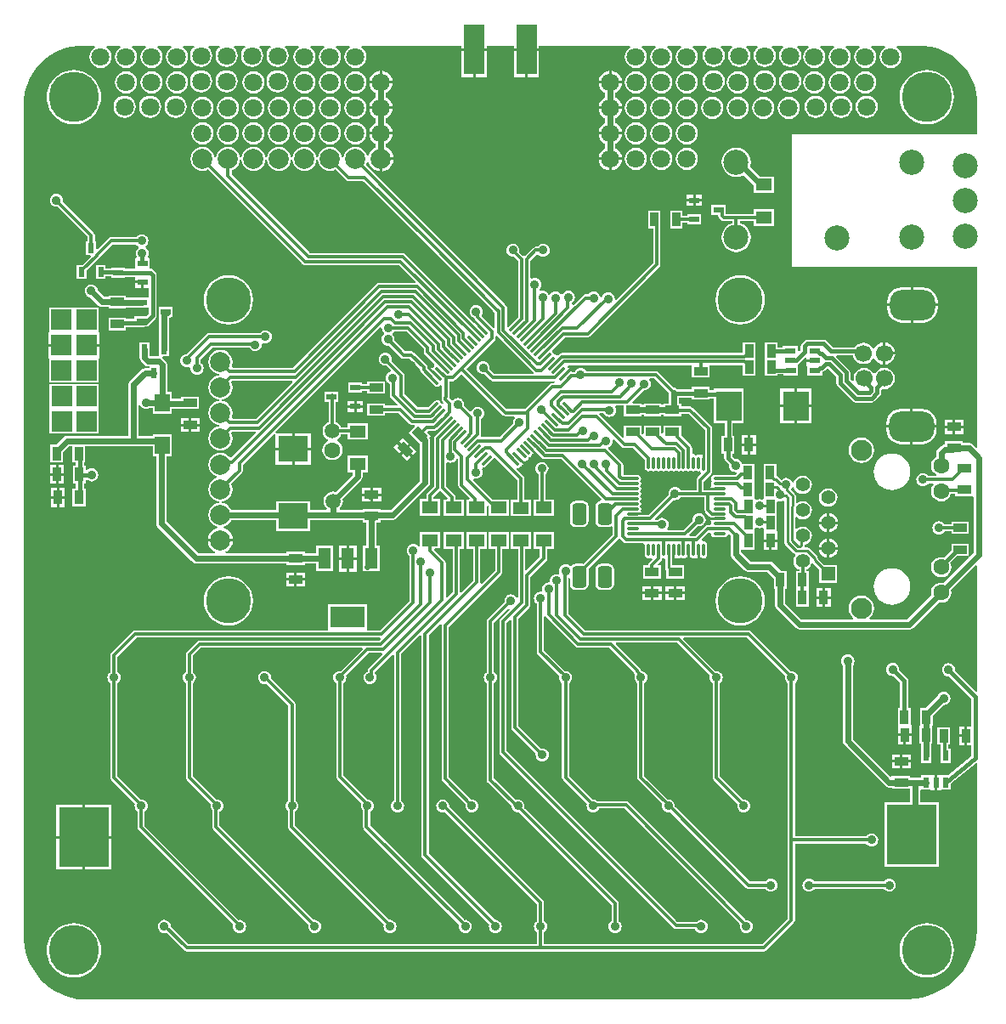
<source format=gbl>
G04*
G04 #@! TF.GenerationSoftware,Altium Limited,Altium Designer,21.0.8 (223)*
G04*
G04 Layer_Physical_Order=2*
G04 Layer_Color=16711680*
%FSLAX44Y44*%
%MOMM*%
G71*
G04*
G04 #@! TF.SameCoordinates,C7DFD244-51E8-418D-9BDC-30C7F22D4A59*
G04*
G04*
G04 #@! TF.FilePolarity,Positive*
G04*
G01*
G75*
%ADD10C,0.2540*%
%ADD12C,0.2000*%
%ADD13C,0.3000*%
G04:AMPARAMS|DCode=20|XSize=1.4mm|YSize=0.9mm|CornerRadius=0mm|HoleSize=0mm|Usage=FLASHONLY|Rotation=135.000|XOffset=0mm|YOffset=0mm|HoleType=Round|Shape=Rectangle|*
%AMROTATEDRECTD20*
4,1,4,0.8132,-0.1768,0.1768,-0.8132,-0.8132,0.1768,-0.1768,0.8132,0.8132,-0.1768,0.0*
%
%ADD20ROTATEDRECTD20*%

%ADD21R,1.4000X0.9000*%
%ADD22R,0.9000X1.4000*%
%ADD23R,0.8500X1.3500*%
%ADD25R,2.0000X5.0000*%
%ADD50C,0.6000*%
%ADD51C,0.4000*%
%ADD53R,2.0000X2.0000*%
%ADD54C,1.6000*%
%ADD55C,1.7000*%
G04:AMPARAMS|DCode=56|XSize=3mm|YSize=4.5mm|CornerRadius=1.2mm|HoleSize=0mm|Usage=FLASHONLY|Rotation=90.000|XOffset=0mm|YOffset=0mm|HoleType=Round|Shape=RoundedRectangle|*
%AMROUNDEDRECTD56*
21,1,3.0000,2.1000,0,0,90.0*
21,1,0.6000,4.5000,0,0,90.0*
1,1,2.4000,1.0500,0.3000*
1,1,2.4000,1.0500,-0.3000*
1,1,2.4000,-1.0500,-0.3000*
1,1,2.4000,-1.0500,0.3000*
%
%ADD56ROUNDEDRECTD56*%
%ADD57C,2.0000*%
%ADD58C,1.4000*%
%ADD59C,1.8000*%
%ADD60C,2.1000*%
%ADD61R,1.4000X1.4000*%
%ADD62C,2.5000*%
%ADD63C,1.5000*%
%ADD64C,4.5000*%
%ADD65C,5.0000*%
%ADD66C,0.9000*%
%ADD67R,5.0000X6.0000*%
%ADD68R,1.3500X0.8500*%
%ADD69R,3.0000X2.6000*%
%ADD70R,1.0000X0.6000*%
%ADD71R,0.6000X1.0000*%
%ADD72R,1.6000X1.2500*%
%ADD73O,1.3000X0.3000*%
%ADD74O,0.3000X1.3000*%
%ADD75R,2.6000X3.0000*%
%ADD76R,1.1000X0.6000*%
%ADD77R,0.6000X1.0500*%
G04:AMPARAMS|DCode=78|XSize=0.3mm|YSize=1.4mm|CornerRadius=0mm|HoleSize=0mm|Usage=FLASHONLY|Rotation=45.000|XOffset=0mm|YOffset=0mm|HoleType=Round|Shape=Round|*
%AMOVALD78*
21,1,1.1000,0.3000,0.0000,0.0000,135.0*
1,1,0.3000,0.3889,-0.3889*
1,1,0.3000,-0.3889,0.3889*
%
%ADD78OVALD78*%

G04:AMPARAMS|DCode=79|XSize=0.3mm|YSize=1.4mm|CornerRadius=0mm|HoleSize=0mm|Usage=FLASHONLY|Rotation=315.000|XOffset=0mm|YOffset=0mm|HoleType=Round|Shape=Round|*
%AMOVALD79*
21,1,1.1000,0.3000,0.0000,0.0000,45.0*
1,1,0.3000,-0.3889,-0.3889*
1,1,0.3000,0.3889,0.3889*
%
%ADD79OVALD79*%

%ADD80R,1.3000X2.1500*%
%ADD81R,3.5000X2.1500*%
G04:AMPARAMS|DCode=82|XSize=2.2mm|YSize=1.4mm|CornerRadius=0.35mm|HoleSize=0mm|Usage=FLASHONLY|Rotation=90.000|XOffset=0mm|YOffset=0mm|HoleType=Round|Shape=RoundedRectangle|*
%AMROUNDEDRECTD82*
21,1,2.2000,0.7000,0,0,90.0*
21,1,1.5000,1.4000,0,0,90.0*
1,1,0.7000,0.3500,0.7500*
1,1,0.7000,0.3500,-0.7500*
1,1,0.7000,-0.3500,-0.7500*
1,1,0.7000,-0.3500,0.7500*
%
%ADD82ROUNDEDRECTD82*%
%ADD83R,1.5000X1.8000*%
%ADD84C,0.3810*%
G36*
X95020Y976223D02*
X95945Y974887D01*
X95941Y974723D01*
X93755Y973045D01*
X91992Y970748D01*
X90883Y968072D01*
X90505Y965200D01*
X90883Y962328D01*
X91992Y959652D01*
X93755Y957355D01*
X96053Y955592D01*
X98728Y954483D01*
X101600Y954105D01*
X104472Y954483D01*
X107148Y955592D01*
X109445Y957355D01*
X111208Y959652D01*
X112317Y962328D01*
X112695Y965200D01*
X112317Y968072D01*
X111208Y970748D01*
X109445Y973045D01*
X107259Y974723D01*
X107255Y974887D01*
X108180Y976223D01*
X120420D01*
X121345Y974887D01*
X121341Y974723D01*
X119155Y973045D01*
X117392Y970748D01*
X116283Y968072D01*
X115905Y965200D01*
X116283Y962328D01*
X117392Y959652D01*
X119155Y957355D01*
X121453Y955592D01*
X124128Y954483D01*
X127000Y954105D01*
X129872Y954483D01*
X132548Y955592D01*
X134845Y957355D01*
X136608Y959652D01*
X137717Y962328D01*
X138095Y965200D01*
X137717Y968072D01*
X136608Y970748D01*
X134845Y973045D01*
X132659Y974723D01*
X132655Y974887D01*
X133580Y976223D01*
X145820D01*
X146745Y974887D01*
X146741Y974723D01*
X144555Y973045D01*
X142792Y970748D01*
X141683Y968072D01*
X141305Y965200D01*
X141683Y962328D01*
X142792Y959652D01*
X144555Y957355D01*
X146853Y955592D01*
X149528Y954483D01*
X152400Y954105D01*
X155272Y954483D01*
X157948Y955592D01*
X160245Y957355D01*
X162008Y959652D01*
X163117Y962328D01*
X163495Y965200D01*
X163117Y968072D01*
X162008Y970748D01*
X160245Y973045D01*
X158059Y974723D01*
X158055Y974887D01*
X158980Y976223D01*
X171220D01*
X172145Y974887D01*
X172141Y974723D01*
X169955Y973045D01*
X168192Y970748D01*
X167083Y968072D01*
X166705Y965200D01*
X167083Y962328D01*
X168192Y959652D01*
X169955Y957355D01*
X172253Y955592D01*
X174928Y954483D01*
X177800Y954105D01*
X180672Y954483D01*
X183347Y955592D01*
X185645Y957355D01*
X187409Y959652D01*
X188517Y962328D01*
X188895Y965200D01*
X188517Y968072D01*
X187409Y970748D01*
X185645Y973045D01*
X183459Y974723D01*
X183455Y974887D01*
X184380Y976223D01*
X194342D01*
X194851Y974723D01*
X193968Y974045D01*
X192205Y971747D01*
X191097Y969072D01*
X190719Y966200D01*
X191097Y963328D01*
X192205Y960652D01*
X193968Y958355D01*
X196266Y956591D01*
X198942Y955483D01*
X201814Y955105D01*
X204685Y955483D01*
X207361Y956591D01*
X209659Y958355D01*
X211422Y960652D01*
X212530Y963328D01*
X212908Y966200D01*
X212530Y969072D01*
X211422Y971747D01*
X209659Y974045D01*
X208776Y974723D01*
X209285Y976223D01*
X219742D01*
X220251Y974723D01*
X219368Y974045D01*
X217605Y971747D01*
X216497Y969072D01*
X216119Y966200D01*
X216497Y963328D01*
X217605Y960652D01*
X219368Y958355D01*
X221666Y956591D01*
X224342Y955483D01*
X227213Y955105D01*
X230085Y955483D01*
X232761Y956591D01*
X235059Y958355D01*
X236822Y960652D01*
X237930Y963328D01*
X238308Y966200D01*
X237930Y969072D01*
X236822Y971747D01*
X235059Y974045D01*
X234176Y974723D01*
X234685Y976223D01*
X245142D01*
X245651Y974723D01*
X244768Y974045D01*
X243005Y971747D01*
X241897Y969072D01*
X241519Y966200D01*
X241897Y963328D01*
X243005Y960652D01*
X244768Y958355D01*
X247066Y956591D01*
X249742Y955483D01*
X252614Y955105D01*
X255485Y955483D01*
X258161Y956591D01*
X260459Y958355D01*
X262222Y960652D01*
X263330Y963328D01*
X263708Y966200D01*
X263330Y969072D01*
X262222Y971747D01*
X260459Y974045D01*
X259576Y974723D01*
X260085Y976223D01*
X270542D01*
X271051Y974723D01*
X270168Y974045D01*
X268405Y971747D01*
X267297Y969072D01*
X266919Y966200D01*
X267297Y963328D01*
X268405Y960652D01*
X270168Y958355D01*
X272466Y956591D01*
X275142Y955483D01*
X278013Y955105D01*
X280885Y955483D01*
X283561Y956591D01*
X285859Y958355D01*
X287622Y960652D01*
X288730Y963328D01*
X289108Y966200D01*
X288730Y969072D01*
X287622Y971747D01*
X285859Y974045D01*
X284976Y974723D01*
X285485Y976223D01*
X298220D01*
X299145Y974887D01*
X299141Y974723D01*
X296955Y973045D01*
X295191Y970748D01*
X294083Y968072D01*
X293705Y965200D01*
X294083Y962328D01*
X295191Y959652D01*
X296955Y957355D01*
X299252Y955592D01*
X301928Y954483D01*
X304800Y954105D01*
X307672Y954483D01*
X310347Y955592D01*
X312645Y957355D01*
X314408Y959652D01*
X315517Y962328D01*
X315895Y965200D01*
X315517Y968072D01*
X314408Y970748D01*
X312645Y973045D01*
X310459Y974723D01*
X310455Y974887D01*
X311380Y976223D01*
X323620D01*
X324545Y974887D01*
X324541Y974723D01*
X322355Y973045D01*
X320592Y970748D01*
X319483Y968072D01*
X319105Y965200D01*
X319483Y962328D01*
X320592Y959652D01*
X322355Y957355D01*
X324652Y955592D01*
X327328Y954483D01*
X330200Y954105D01*
X333072Y954483D01*
X335747Y955592D01*
X338045Y957355D01*
X339809Y959652D01*
X340917Y962328D01*
X341295Y965200D01*
X340917Y968072D01*
X339809Y970748D01*
X338045Y973045D01*
X335859Y974723D01*
X335855Y974887D01*
X336780Y976223D01*
X349020D01*
X349945Y974887D01*
X349941Y974723D01*
X347755Y973045D01*
X345992Y970748D01*
X344883Y968072D01*
X344505Y965200D01*
X344883Y962328D01*
X345992Y959652D01*
X347755Y957355D01*
X350052Y955592D01*
X352728Y954483D01*
X355600Y954105D01*
X358472Y954483D01*
X361147Y955592D01*
X363445Y957355D01*
X365209Y959652D01*
X366317Y962328D01*
X366695Y965200D01*
X366317Y968072D01*
X365209Y970748D01*
X363445Y973045D01*
X361259Y974723D01*
X361255Y974887D01*
X362180Y976223D01*
X461460D01*
Y973770D01*
X486540D01*
Y976223D01*
X513460Y976223D01*
Y973770D01*
X538540D01*
Y976223D01*
X628419D01*
X629345Y974887D01*
X629341Y974723D01*
X627155Y973045D01*
X625392Y970748D01*
X624283Y968072D01*
X623905Y965200D01*
X624283Y962328D01*
X625392Y959652D01*
X627155Y957355D01*
X629453Y955592D01*
X632128Y954483D01*
X635000Y954105D01*
X637872Y954483D01*
X640547Y955592D01*
X642845Y957355D01*
X644609Y959652D01*
X645717Y962328D01*
X646095Y965200D01*
X645717Y968072D01*
X644609Y970748D01*
X642845Y973045D01*
X640659Y974723D01*
X640655Y974887D01*
X641581Y976223D01*
X653820D01*
X654745Y974887D01*
X654741Y974723D01*
X652555Y973045D01*
X650791Y970748D01*
X649683Y968072D01*
X649305Y965200D01*
X649683Y962328D01*
X650791Y959652D01*
X652555Y957355D01*
X654853Y955592D01*
X657528Y954483D01*
X660400Y954105D01*
X663272Y954483D01*
X665947Y955592D01*
X668245Y957355D01*
X670008Y959652D01*
X671117Y962328D01*
X671495Y965200D01*
X671117Y968072D01*
X670008Y970748D01*
X668245Y973045D01*
X666059Y974723D01*
X666055Y974887D01*
X666981Y976223D01*
X679220D01*
X680145Y974887D01*
X680141Y974723D01*
X677955Y973045D01*
X676191Y970748D01*
X675083Y968072D01*
X674705Y965200D01*
X675083Y962328D01*
X676191Y959652D01*
X677955Y957355D01*
X680253Y955592D01*
X682928Y954483D01*
X685800Y954105D01*
X688672Y954483D01*
X691348Y955592D01*
X693645Y957355D01*
X695408Y959652D01*
X696517Y962328D01*
X696895Y965200D01*
X696517Y968072D01*
X695408Y970748D01*
X693645Y973045D01*
X691459Y974723D01*
X691455Y974887D01*
X692381Y976223D01*
X705115D01*
X705624Y974723D01*
X704741Y974045D01*
X702978Y971747D01*
X701870Y969072D01*
X701492Y966200D01*
X701870Y963328D01*
X702978Y960652D01*
X704741Y958355D01*
X707039Y956591D01*
X709715Y955483D01*
X712587Y955105D01*
X715458Y955483D01*
X718134Y956591D01*
X720432Y958355D01*
X722195Y960652D01*
X723303Y963328D01*
X723681Y966200D01*
X723303Y969072D01*
X722195Y971747D01*
X720432Y974045D01*
X719549Y974723D01*
X720058Y976223D01*
X730515D01*
X731024Y974723D01*
X730141Y974045D01*
X728378Y971747D01*
X727270Y969072D01*
X726892Y966200D01*
X727270Y963328D01*
X728378Y960652D01*
X730141Y958355D01*
X732439Y956591D01*
X735115Y955483D01*
X737987Y955105D01*
X740858Y955483D01*
X743534Y956591D01*
X745832Y958355D01*
X747595Y960652D01*
X748703Y963328D01*
X749081Y966200D01*
X748703Y969072D01*
X747595Y971747D01*
X745832Y974045D01*
X744949Y974723D01*
X745458Y976223D01*
X755915D01*
X756424Y974723D01*
X755541Y974045D01*
X753778Y971747D01*
X752670Y969072D01*
X752292Y966200D01*
X752670Y963328D01*
X753778Y960652D01*
X755541Y958355D01*
X757839Y956591D01*
X760515Y955483D01*
X763387Y955105D01*
X766258Y955483D01*
X768934Y956591D01*
X771232Y958355D01*
X772995Y960652D01*
X774103Y963328D01*
X774481Y966200D01*
X774103Y969072D01*
X772995Y971747D01*
X771232Y974045D01*
X770349Y974723D01*
X770858Y976223D01*
X781315Y976223D01*
X781824Y974723D01*
X780941Y974045D01*
X779178Y971747D01*
X778070Y969072D01*
X777692Y966200D01*
X778070Y963328D01*
X779178Y960652D01*
X780941Y958355D01*
X783239Y956591D01*
X785915Y955483D01*
X788786Y955105D01*
X791658Y955483D01*
X794334Y956591D01*
X796632Y958355D01*
X798395Y960652D01*
X799503Y963328D01*
X799881Y966200D01*
X799503Y969072D01*
X798395Y971747D01*
X796632Y974045D01*
X795749Y974723D01*
X796258Y976223D01*
X806219D01*
X807145Y974887D01*
X807141Y974723D01*
X804955Y973045D01*
X803192Y970748D01*
X802083Y968072D01*
X801705Y965200D01*
X802083Y962328D01*
X803192Y959652D01*
X804955Y957355D01*
X807253Y955592D01*
X809928Y954483D01*
X812800Y954105D01*
X815672Y954483D01*
X818347Y955592D01*
X820645Y957355D01*
X822409Y959652D01*
X823517Y962328D01*
X823895Y965200D01*
X823517Y968072D01*
X822409Y970748D01*
X820645Y973045D01*
X818459Y974723D01*
X818455Y974887D01*
X819381Y976223D01*
X831619D01*
X832545Y974887D01*
X832541Y974723D01*
X830355Y973045D01*
X828592Y970748D01*
X827483Y968072D01*
X827105Y965200D01*
X827483Y962328D01*
X828592Y959652D01*
X830355Y957355D01*
X832653Y955592D01*
X835328Y954483D01*
X838200Y954105D01*
X841072Y954483D01*
X843747Y955592D01*
X846045Y957355D01*
X847809Y959652D01*
X848917Y962328D01*
X849295Y965200D01*
X848917Y968072D01*
X847809Y970748D01*
X846045Y973045D01*
X843859Y974723D01*
X843855Y974887D01*
X844781Y976223D01*
X857019D01*
X857945Y974887D01*
X857941Y974723D01*
X855755Y973045D01*
X853991Y970748D01*
X852883Y968072D01*
X852505Y965200D01*
X852883Y962328D01*
X853991Y959652D01*
X855755Y957355D01*
X858053Y955592D01*
X860728Y954483D01*
X863600Y954105D01*
X866472Y954483D01*
X869147Y955592D01*
X871445Y957355D01*
X873208Y959652D01*
X874317Y962328D01*
X874695Y965200D01*
X874317Y968072D01*
X873208Y970748D01*
X871445Y973045D01*
X869259Y974723D01*
X869255Y974887D01*
X870181Y976223D01*
X882419D01*
X883345Y974887D01*
X883341Y974723D01*
X881155Y973045D01*
X879391Y970748D01*
X878283Y968072D01*
X877905Y965200D01*
X878283Y962328D01*
X879391Y959652D01*
X881155Y957355D01*
X883453Y955592D01*
X886128Y954483D01*
X889000Y954105D01*
X891872Y954483D01*
X894548Y955592D01*
X896845Y957355D01*
X898608Y959652D01*
X899717Y962328D01*
X900095Y965200D01*
X899717Y968072D01*
X898608Y970748D01*
X896845Y973045D01*
X894659Y974723D01*
X894655Y974887D01*
X895581Y976223D01*
X917679D01*
X921452Y976223D01*
X928936Y975238D01*
X936227Y973284D01*
X943200Y970396D01*
X949737Y966621D01*
X955725Y962027D01*
X961062Y956689D01*
X965657Y950701D01*
X969431Y944164D01*
X972320Y937191D01*
X974273Y929900D01*
X975258Y922417D01*
X975258Y918643D01*
X975258Y918643D01*
X975258Y918643D01*
Y888154D01*
X790817D01*
X790817Y756107D01*
X975258D01*
Y576459D01*
X973873Y575885D01*
X970653Y579105D01*
X968999Y580210D01*
X967048Y580598D01*
X961000D01*
Y582000D01*
X943000D01*
Y579098D01*
X942712D01*
X940761Y578710D01*
X939107Y577604D01*
X935592Y574090D01*
X934487Y572436D01*
X934099Y570485D01*
Y566535D01*
X932065Y564974D01*
X930462Y562885D01*
X929454Y560452D01*
X929111Y557842D01*
X929454Y555232D01*
X930462Y552799D01*
X932065Y550710D01*
X934154Y549107D01*
X934387Y549011D01*
X934088Y547511D01*
X926397D01*
X925578Y548578D01*
X924220Y549620D01*
X922639Y550275D01*
X920942Y550498D01*
X919245Y550275D01*
X917664Y549620D01*
X916306Y548578D01*
X915264Y547220D01*
X914609Y545639D01*
X914386Y543942D01*
X914609Y542245D01*
X915264Y540664D01*
X916306Y539306D01*
X917664Y538264D01*
X919245Y537609D01*
X920942Y537386D01*
X922639Y537609D01*
X924220Y538264D01*
X925578Y539306D01*
X926397Y540373D01*
X930788D01*
X931527Y538873D01*
X930462Y537485D01*
X929454Y535052D01*
X929111Y532442D01*
X929454Y529832D01*
X930462Y527399D01*
X932065Y525310D01*
X934154Y523707D01*
X936587Y522699D01*
X939197Y522356D01*
X941807Y522699D01*
X944240Y523707D01*
X946329Y525310D01*
X947932Y527399D01*
X948814Y529528D01*
X953250D01*
Y527500D01*
X970402D01*
X970750Y527500D01*
X971902Y526660D01*
Y471264D01*
X968153Y467515D01*
X968042Y467572D01*
X968042Y467572D01*
X966750Y468234D01*
X966750Y469049D01*
Y480250D01*
X949250D01*
Y473517D01*
X942103Y466370D01*
X941807Y466493D01*
X939197Y466836D01*
X936587Y466493D01*
X934154Y465485D01*
X932065Y463882D01*
X930462Y461793D01*
X929454Y459361D01*
X929111Y456750D01*
X929454Y454140D01*
X930462Y451707D01*
X932065Y449618D01*
X934154Y448015D01*
X936587Y447007D01*
X939197Y446664D01*
X941807Y447007D01*
X944240Y448015D01*
X946329Y449618D01*
X947932Y451707D01*
X948940Y454140D01*
X949283Y456750D01*
X948940Y459361D01*
X948263Y460995D01*
X955018Y467750D01*
X965342D01*
X966266Y467750D01*
X966984Y466347D01*
X941739Y441102D01*
X939197Y441436D01*
X936587Y441093D01*
X934154Y440085D01*
X932065Y438482D01*
X930462Y436393D01*
X929454Y433960D01*
X929111Y431350D01*
X929445Y428808D01*
X905486Y404848D01*
X868360D01*
X867850Y406348D01*
X868610Y406931D01*
X870614Y409542D01*
X871873Y412583D01*
X872303Y415846D01*
X871873Y419109D01*
X870614Y422150D01*
X868610Y424761D01*
X865999Y426765D01*
X862958Y428024D01*
X859695Y428454D01*
X856432Y428024D01*
X853391Y426765D01*
X850780Y424761D01*
X848776Y422150D01*
X847517Y419109D01*
X847087Y415846D01*
X847517Y412583D01*
X848776Y409542D01*
X850780Y406931D01*
X851540Y406348D01*
X851030Y404848D01*
X800112D01*
X784098Y420862D01*
Y435250D01*
X785250D01*
Y452750D01*
X779960D01*
X771605Y461105D01*
X769951Y462210D01*
X768000Y462598D01*
X748862D01*
X739348Y472112D01*
Y474013D01*
X740750Y474250D01*
Y474250D01*
X753250D01*
Y491250D01*
X753250Y491750D01*
X753250D01*
X753250Y492750D01*
X753250D01*
Y495559D01*
X754721Y496321D01*
X756302Y495666D01*
X757999Y495443D01*
X759695Y495666D01*
X761276Y496321D01*
X762750Y495561D01*
Y493566D01*
X762210Y492290D01*
X762210Y491474D01*
Y484270D01*
X769000D01*
X775790D01*
Y491474D01*
X775790Y492290D01*
X775250Y493566D01*
Y510250D01*
X775250D01*
Y521419D01*
X776750Y522421D01*
X776981Y522326D01*
X778678Y522102D01*
X780375Y522326D01*
X781476Y522782D01*
X782880Y522094D01*
X783113Y520880D01*
X782870Y520516D01*
X782616Y519240D01*
Y481888D01*
X782870Y480612D01*
X783592Y479530D01*
X792364Y470759D01*
X793446Y470036D01*
X793564Y470012D01*
X794186Y468359D01*
X793438Y467385D01*
X792532Y465196D01*
X792222Y462846D01*
X792532Y460496D01*
X793438Y458307D01*
X794881Y456427D01*
X796761Y454985D01*
X797731Y454583D01*
Y452750D01*
X794750D01*
Y435500D01*
X794500D01*
Y417500D01*
X807500D01*
Y435500D01*
X807250D01*
Y452750D01*
X804869D01*
Y454583D01*
X805839Y454985D01*
X807719Y456427D01*
X809161Y458307D01*
X809906Y460104D01*
X811049Y460527D01*
X811587Y460544D01*
X817700Y454431D01*
Y441146D01*
X835700D01*
Y459146D01*
X822415D01*
X816529Y465032D01*
Y465475D01*
X816275Y466751D01*
X815552Y467833D01*
X807777Y475608D01*
X806695Y476331D01*
X805419Y476585D01*
X804221D01*
X803566Y477473D01*
X803318Y478083D01*
X803334Y478168D01*
X803529Y479144D01*
Y479193D01*
X803581Y479469D01*
X803649Y479478D01*
X805839Y480384D01*
X807719Y481827D01*
X809161Y483707D01*
X810068Y485896D01*
X810378Y488246D01*
X810068Y490596D01*
X809161Y492785D01*
X807719Y494665D01*
X805839Y496107D01*
X803649Y497014D01*
X801300Y497324D01*
X798951Y497014D01*
X796761Y496107D01*
X795324Y495005D01*
X793824Y495606D01*
Y506286D01*
X795324Y506887D01*
X796761Y505784D01*
X798951Y504878D01*
X801300Y504568D01*
X803649Y504878D01*
X805839Y505784D01*
X807719Y507227D01*
X809161Y509107D01*
X810068Y511297D01*
X810378Y513646D01*
X810068Y515995D01*
X809161Y518185D01*
X807719Y520065D01*
X805839Y521507D01*
X803649Y522414D01*
X801300Y522724D01*
X798951Y522414D01*
X796761Y521507D01*
X795910Y520854D01*
X794410Y521594D01*
Y527834D01*
X794156Y529110D01*
X793433Y530191D01*
X789364Y534260D01*
X789374Y534415D01*
X790416Y535773D01*
X790966Y537099D01*
X791794Y537191D01*
X792487Y537035D01*
X792532Y536697D01*
X793438Y534507D01*
X794881Y532627D01*
X796761Y531185D01*
X798951Y530278D01*
X801300Y529968D01*
X803649Y530278D01*
X805839Y531185D01*
X807719Y532627D01*
X809161Y534507D01*
X810068Y536697D01*
X810378Y539046D01*
X810068Y541395D01*
X809161Y543585D01*
X807719Y545465D01*
X805839Y546907D01*
X803649Y547814D01*
X801300Y548124D01*
X798951Y547814D01*
X796761Y546907D01*
X794881Y545465D01*
X793438Y543585D01*
X792532Y541395D01*
X792488Y541065D01*
X791779Y540906D01*
X790967Y541000D01*
X790416Y542329D01*
X789374Y543686D01*
X788017Y544728D01*
X786435Y545383D01*
X784738Y545607D01*
X783042Y545383D01*
X781460Y544728D01*
X780103Y543686D01*
X779692Y543660D01*
X776724Y546628D01*
X775642Y547350D01*
X775000Y547478D01*
Y559500D01*
X762500D01*
Y543000D01*
X762500D01*
Y525500D01*
X762500Y525500D01*
X762500D01*
X762288Y524626D01*
X760808Y523871D01*
X759695Y524332D01*
X757999Y524555D01*
X756302Y524332D01*
X754721Y523677D01*
X753250Y524439D01*
Y526000D01*
X753000D01*
Y542000D01*
X753000D01*
Y559500D01*
X740903D01*
X740871Y559738D01*
X740216Y561319D01*
X739174Y562677D01*
X737817Y563719D01*
X736236Y564374D01*
X734539Y564597D01*
X733842Y564506D01*
X731078Y567269D01*
Y569770D01*
X733210D01*
Y587770D01*
X731578D01*
Y600500D01*
X742500D01*
Y634500D01*
X712500D01*
Y633328D01*
X708250D01*
Y636312D01*
X690750D01*
Y634141D01*
X676485D01*
X676355Y634335D01*
X674701Y635440D01*
X672750Y635829D01*
X672707Y635820D01*
X657488Y651039D01*
X656331Y651812D01*
X654965Y652084D01*
X585470D01*
X584651Y653151D01*
X583293Y654193D01*
X581712Y654848D01*
X580015Y655071D01*
X578319Y654848D01*
X576737Y654193D01*
X575380Y653151D01*
X574338Y651794D01*
X574111Y651246D01*
X571287D01*
X570980Y652789D01*
X570807Y653049D01*
X564184Y646426D01*
X562388Y648222D01*
X569011Y654845D01*
X568751Y655018D01*
X567303Y655307D01*
X566941Y656099D01*
X566937Y656114D01*
X566937Y656114D01*
X566937Y656114D01*
X566744Y656748D01*
X567443Y658056D01*
X654991D01*
X654991Y658056D01*
X690750D01*
Y645813D01*
X708250D01*
Y658056D01*
X741500D01*
Y647250D01*
X754000D01*
Y663500D01*
Y681000D01*
X741500D01*
Y670194D01*
X657062D01*
X657062Y670194D01*
X561374D01*
X560008Y669922D01*
X558850Y669148D01*
X557448Y667747D01*
X555556Y667878D01*
X554398Y668652D01*
X553061Y668918D01*
X552794Y670257D01*
X552021Y671414D01*
X551889Y673307D01*
X564514Y685931D01*
X587250D01*
X588616Y686203D01*
X589773Y686977D01*
X658523Y755727D01*
X659297Y756884D01*
X659569Y758250D01*
Y803250D01*
X659500Y803595D01*
Y812000D01*
X647000D01*
Y794500D01*
X652431D01*
Y759728D01*
X615401Y722698D01*
X613981Y723399D01*
X614091Y724236D01*
X613867Y725933D01*
X613213Y727514D01*
X612171Y728872D01*
X610813Y729914D01*
X609232Y730569D01*
X607535Y730792D01*
X605838Y730569D01*
X604257Y729914D01*
X602899Y728872D01*
X601857Y727514D01*
X601202Y725933D01*
X600976Y725709D01*
X600694Y725727D01*
X599337Y726662D01*
X599333Y726697D01*
X598678Y728278D01*
X597636Y729636D01*
X596278Y730678D01*
X594697Y731333D01*
X593000Y731556D01*
X591303Y731333D01*
X589722Y730678D01*
X588364Y729636D01*
X587545Y728569D01*
X584394D01*
X583028Y728297D01*
X581870Y727523D01*
X572632Y718285D01*
X571179Y718848D01*
X571152Y719082D01*
X571152Y719926D01*
X572422Y720900D01*
X573464Y722258D01*
X574119Y723839D01*
X574342Y725536D01*
X574119Y727233D01*
X573464Y728814D01*
X572422Y730172D01*
X571064Y731214D01*
X569483Y731869D01*
X567786Y732092D01*
X566090Y731869D01*
X564508Y731214D01*
X563150Y730172D01*
X562109Y728814D01*
X562094Y728779D01*
X561628Y728614D01*
X560408Y728629D01*
X559636Y729636D01*
X558278Y730678D01*
X556697Y731333D01*
X555000Y731556D01*
X553303Y731333D01*
X551722Y730678D01*
X550364Y729636D01*
X549510Y728523D01*
X548538Y728464D01*
X547844Y728628D01*
X547678Y729028D01*
X546636Y730386D01*
X545278Y731428D01*
X543697Y732083D01*
X542000Y732306D01*
X540303Y732083D01*
X539828Y731886D01*
X538234Y732755D01*
X538138Y733482D01*
X538636Y733864D01*
X539678Y735222D01*
X540333Y736803D01*
X540556Y738500D01*
X540333Y740197D01*
X539678Y741778D01*
X538636Y743136D01*
X537278Y744178D01*
X535697Y744833D01*
X534000Y745056D01*
X532303Y744833D01*
X531069Y744321D01*
X529569Y744984D01*
Y761824D01*
X535836Y768091D01*
X537780Y767974D01*
X537864Y767864D01*
X539222Y766822D01*
X540803Y766167D01*
X542500Y765944D01*
X544197Y766167D01*
X545778Y766822D01*
X547136Y767864D01*
X548178Y769222D01*
X548833Y770803D01*
X549056Y772500D01*
X548833Y774197D01*
X548178Y775778D01*
X547136Y777136D01*
X545778Y778178D01*
X544197Y778833D01*
X542500Y779056D01*
X540803Y778833D01*
X539222Y778178D01*
X537864Y777136D01*
X537045Y776069D01*
X535198D01*
X533832Y775797D01*
X532675Y775023D01*
X524535Y766883D01*
X522414Y766882D01*
X518733Y770563D01*
X518833Y770803D01*
X519056Y772500D01*
X518833Y774197D01*
X518178Y775778D01*
X517136Y777136D01*
X515778Y778178D01*
X514197Y778833D01*
X512500Y779056D01*
X510803Y778833D01*
X509222Y778178D01*
X507864Y777136D01*
X506822Y775778D01*
X506167Y774197D01*
X505944Y772500D01*
X506167Y770803D01*
X506822Y769222D01*
X507864Y767864D01*
X509222Y766822D01*
X510803Y766167D01*
X512500Y765944D01*
X513171Y766032D01*
X517431Y761772D01*
Y705511D01*
X508069Y696148D01*
X506569Y696770D01*
Y715750D01*
X506297Y717116D01*
X505523Y718273D01*
X366131Y857666D01*
X367291Y860467D01*
X368783Y860326D01*
X370046Y857276D01*
X372056Y854656D01*
X374676Y852646D01*
X377727Y851383D01*
X379730Y851119D01*
Y863600D01*
X381000D01*
Y864870D01*
X393481D01*
X393217Y866874D01*
X391954Y869924D01*
X389944Y872544D01*
X387324Y874554D01*
X386098Y875062D01*
Y878621D01*
X386820Y878920D01*
X389230Y880770D01*
X391080Y883180D01*
X392243Y885987D01*
X392472Y887730D01*
X381000D01*
X369528D01*
X369757Y885987D01*
X370920Y883180D01*
X372770Y880770D01*
X375180Y878920D01*
X375902Y878621D01*
Y875061D01*
X374676Y874554D01*
X372056Y872544D01*
X370046Y869924D01*
X368783Y866874D01*
X367291Y866733D01*
X366082Y869652D01*
X364159Y872159D01*
X361652Y874082D01*
X358733Y875291D01*
X355600Y875704D01*
X352467Y875291D01*
X349548Y874082D01*
X347042Y872159D01*
X345118Y869652D01*
X343909Y866733D01*
X343657Y864816D01*
X342144D01*
X341891Y866733D01*
X340682Y869652D01*
X338759Y872159D01*
X336252Y874082D01*
X333333Y875291D01*
X330200Y875704D01*
X327067Y875291D01*
X324148Y874082D01*
X321642Y872159D01*
X319718Y869652D01*
X318509Y866733D01*
X318256Y864815D01*
X316744D01*
X316491Y866733D01*
X315282Y869652D01*
X313358Y872159D01*
X310852Y874082D01*
X307933Y875291D01*
X304800Y875704D01*
X301667Y875291D01*
X298748Y874082D01*
X296241Y872159D01*
X294318Y869652D01*
X293109Y866733D01*
X292857Y864816D01*
X291343D01*
X291091Y866733D01*
X289882Y869652D01*
X287959Y872159D01*
X285452Y874082D01*
X282533Y875291D01*
X279400Y875704D01*
X276267Y875291D01*
X273348Y874082D01*
X270842Y872159D01*
X268918Y869652D01*
X267709Y866733D01*
X267456Y864816D01*
X265944D01*
X265691Y866733D01*
X264482Y869652D01*
X262558Y872159D01*
X260052Y874082D01*
X257133Y875291D01*
X254000Y875704D01*
X250867Y875291D01*
X247948Y874082D01*
X245441Y872159D01*
X243518Y869652D01*
X242309Y866733D01*
X242057Y864816D01*
X240544D01*
X240291Y866733D01*
X239082Y869652D01*
X237159Y872159D01*
X234652Y874082D01*
X231733Y875291D01*
X228600Y875704D01*
X225467Y875291D01*
X222548Y874082D01*
X220042Y872159D01*
X218118Y869652D01*
X216909Y866733D01*
X216656Y864815D01*
X215144D01*
X214891Y866733D01*
X213682Y869652D01*
X211758Y872159D01*
X209252Y874082D01*
X206333Y875291D01*
X203200Y875704D01*
X200067Y875291D01*
X197148Y874082D01*
X194641Y872159D01*
X192718Y869652D01*
X191509Y866733D01*
X191096Y863600D01*
X191509Y860467D01*
X192718Y857548D01*
X194641Y855042D01*
X197148Y853118D01*
X200067Y851909D01*
X203200Y851496D01*
X206333Y851909D01*
X208816Y852937D01*
X303027Y758727D01*
X304184Y757953D01*
X305550Y757681D01*
X399091D01*
X415568Y741204D01*
X414994Y739819D01*
X379099D01*
X377734Y739547D01*
X376576Y738773D01*
X293371Y655569D01*
X233245D01*
X232243Y657069D01*
X232691Y658151D01*
X233104Y661283D01*
X232691Y664416D01*
X231482Y667335D01*
X229559Y669842D01*
X227052Y671766D01*
X224133Y672975D01*
X221000Y673387D01*
X217868Y672975D01*
X214948Y671766D01*
X212442Y669842D01*
X210518Y667335D01*
X209309Y664416D01*
X208897Y661283D01*
X209309Y658151D01*
X210518Y655232D01*
X212442Y652725D01*
X214948Y650801D01*
X217868Y649592D01*
X219785Y649340D01*
Y647827D01*
X217868Y647575D01*
X214948Y646366D01*
X212442Y644442D01*
X210518Y641935D01*
X209309Y639016D01*
X208897Y635883D01*
X209309Y632751D01*
X210518Y629832D01*
X212442Y627325D01*
X214948Y625401D01*
X217868Y624192D01*
X219785Y623940D01*
Y622427D01*
X217868Y622175D01*
X214948Y620965D01*
X212442Y619042D01*
X210518Y616535D01*
X209309Y613616D01*
X208897Y610484D01*
X209309Y607351D01*
X210518Y604432D01*
X212442Y601925D01*
X214948Y600001D01*
X217868Y598792D01*
X219785Y598540D01*
Y597027D01*
X217868Y596775D01*
X214948Y595565D01*
X212442Y593642D01*
X210518Y591135D01*
X209309Y588216D01*
X208897Y585084D01*
X209309Y581951D01*
X210518Y579032D01*
X212442Y576525D01*
X214948Y574602D01*
X217868Y573392D01*
X221000Y572980D01*
X224133Y573392D01*
X227052Y574602D01*
X229559Y576525D01*
X231482Y579032D01*
X232691Y581951D01*
X233104Y585084D01*
X232691Y588216D01*
X231663Y590699D01*
X232645Y591681D01*
X255808D01*
X256382Y590296D01*
X232029Y565942D01*
X230532Y566040D01*
X229559Y567308D01*
X227052Y569232D01*
X224133Y570441D01*
X221000Y570853D01*
X217868Y570441D01*
X214948Y569232D01*
X212442Y567308D01*
X210518Y564802D01*
X209309Y561882D01*
X208897Y558750D01*
X209309Y555617D01*
X210518Y552698D01*
X212442Y550191D01*
X214948Y548268D01*
X217216Y547328D01*
Y545705D01*
X214948Y544766D01*
X212442Y542842D01*
X210518Y540335D01*
X209309Y537416D01*
X208897Y534283D01*
X209309Y531151D01*
X210518Y528232D01*
X212442Y525725D01*
X214948Y523801D01*
X217868Y522592D01*
X219785Y522340D01*
Y520827D01*
X217868Y520575D01*
X214948Y519366D01*
X212442Y517442D01*
X210518Y514935D01*
X209309Y512016D01*
X208897Y508884D01*
X209309Y505751D01*
X210518Y502832D01*
X212442Y500325D01*
X214948Y498401D01*
X217868Y497192D01*
X217727Y495701D01*
X214676Y494437D01*
X212057Y492427D01*
X210047Y489808D01*
X208783Y486757D01*
X208519Y484753D01*
X221000D01*
X233481D01*
X233217Y486757D01*
X231954Y489808D01*
X229944Y492427D01*
X227324Y494437D01*
X224274Y495701D01*
X224133Y497192D01*
X227052Y498401D01*
X229559Y500325D01*
X231482Y502832D01*
X231877Y503786D01*
X276520D01*
Y492613D01*
X310520D01*
Y503786D01*
X362621D01*
Y501500D01*
X366152D01*
Y478000D01*
X362500D01*
Y457993D01*
X362402Y457500D01*
X362500Y457007D01*
Y452500D01*
X367007D01*
X367500Y452402D01*
X367993Y452500D01*
X379500D01*
Y478000D01*
X376348D01*
Y501482D01*
X376360Y501500D01*
X380621D01*
Y503748D01*
X392846D01*
X394797Y504136D01*
X396451Y505241D01*
X428445Y537236D01*
X429551Y538890D01*
X429939Y540841D01*
Y583301D01*
X429551Y585252D01*
X429122Y585894D01*
X430635Y587407D01*
X427101Y590941D01*
X427982Y592181D01*
X433930D01*
X435296Y592453D01*
X436454Y593227D01*
X438872Y595645D01*
X439080Y595625D01*
X446423Y602967D01*
X448219Y601171D01*
X440876Y593828D01*
X440896Y593621D01*
X434977Y587701D01*
X434203Y586543D01*
X433931Y585178D01*
Y537228D01*
X427477Y530773D01*
X426703Y529616D01*
X426431Y528250D01*
Y524500D01*
X420000D01*
Y508000D01*
X440000D01*
Y524500D01*
X433569D01*
Y526772D01*
X440000Y533203D01*
X447453Y525750D01*
X446832Y524250D01*
X443500D01*
Y507750D01*
X463500D01*
Y524250D01*
X455326D01*
Y526493D01*
X455054Y527858D01*
X454281Y529016D01*
X446069Y537228D01*
Y560766D01*
X447569Y561429D01*
X448803Y560917D01*
X450500Y560694D01*
X452197Y560917D01*
X453778Y561572D01*
X455136Y562614D01*
X456178Y563972D01*
X456431Y564585D01*
X457931Y564286D01*
Y538500D01*
X458203Y537134D01*
X458977Y535977D01*
X469318Y525636D01*
X468743Y524250D01*
X466500D01*
Y507750D01*
X486500D01*
Y517100D01*
X488000Y517852D01*
X488500Y517479D01*
Y507750D01*
X508500D01*
Y524250D01*
X494095D01*
X493750Y524319D01*
X492486D01*
X472952Y543852D01*
X473802Y545123D01*
X474090Y545004D01*
X475787Y544781D01*
X477484Y545004D01*
X479065Y545659D01*
X480423Y546701D01*
X481465Y548059D01*
X482120Y549640D01*
X482343Y551337D01*
X482120Y553033D01*
X481579Y554339D01*
X482114Y555340D01*
X482482Y555752D01*
X483688Y555992D01*
X484846Y556766D01*
X492624Y564544D01*
X493090Y565242D01*
X494801Y565653D01*
X516931Y543522D01*
Y524000D01*
X510500D01*
Y507500D01*
X530500D01*
Y524000D01*
X524069D01*
Y545000D01*
X523797Y546366D01*
X523023Y547523D01*
X516027Y554520D01*
X516766Y555902D01*
X517677Y555721D01*
X519043Y555992D01*
X520201Y556766D01*
X520974Y557924D01*
X521133Y558722D01*
X521213Y558706D01*
X522789Y559019D01*
X523049Y559193D01*
X516426Y565816D01*
X518222Y567612D01*
X524845Y560989D01*
X525019Y561249D01*
X525332Y562825D01*
X525316Y562905D01*
X526115Y563064D01*
X527272Y563837D01*
X528046Y564995D01*
X528312Y566333D01*
X529650Y566599D01*
X530807Y567372D01*
X531581Y568530D01*
X531740Y569328D01*
X531820Y569312D01*
X533396Y569626D01*
X533656Y569799D01*
X527033Y576422D01*
X528829Y578218D01*
X536171Y570876D01*
X536379Y570896D01*
X541619Y565657D01*
X542777Y564883D01*
X544142Y564612D01*
X560342D01*
X600416Y524537D01*
X599853Y522979D01*
X598354Y522681D01*
X596535Y521465D01*
X595319Y519646D01*
X594892Y517500D01*
Y502500D01*
X595319Y500354D01*
X596535Y498535D01*
X598354Y497319D01*
X600500Y496892D01*
X607500D01*
X609646Y497319D01*
X610109Y497628D01*
X611431Y496921D01*
Y488878D01*
X587787Y465233D01*
X587787Y465233D01*
X582568Y460014D01*
X582100Y460108D01*
X575100D01*
X572954Y459681D01*
X571135Y458465D01*
X570986Y458242D01*
X569102Y458122D01*
X568378Y458678D01*
X566797Y459333D01*
X565100Y459556D01*
X563403Y459333D01*
X561822Y458678D01*
X560464Y457636D01*
X559422Y456278D01*
X558767Y454697D01*
X558544Y453000D01*
X558767Y451303D01*
X559089Y450526D01*
X557941Y449378D01*
X557447Y449583D01*
X555750Y449806D01*
X554053Y449583D01*
X552472Y448928D01*
X551114Y447886D01*
X550072Y446528D01*
X549417Y444947D01*
X549194Y443250D01*
X549239Y442906D01*
X548000Y441556D01*
X546303Y441333D01*
X544722Y440678D01*
X543364Y439636D01*
X542322Y438278D01*
X541667Y436697D01*
X541444Y435000D01*
X541628Y433605D01*
X541062Y432761D01*
X540483Y432243D01*
X540000Y432306D01*
X538303Y432083D01*
X536722Y431428D01*
X535364Y430386D01*
X534322Y429028D01*
X533667Y427447D01*
X533444Y425750D01*
X533667Y424053D01*
X534322Y422472D01*
X535364Y421114D01*
X536431Y420295D01*
Y372500D01*
X536703Y371134D01*
X537477Y369977D01*
X558757Y348696D01*
X558667Y348480D01*
X558444Y346783D01*
X558667Y345086D01*
X559322Y343505D01*
X560364Y342147D01*
X561431Y341328D01*
Y247500D01*
X561703Y246134D01*
X562477Y244977D01*
X586403Y221050D01*
X586167Y220480D01*
X585944Y218783D01*
X586167Y217086D01*
X586822Y215505D01*
X587864Y214147D01*
X589222Y213105D01*
X590803Y212450D01*
X592500Y212227D01*
X594197Y212450D01*
X595778Y213105D01*
X597136Y214147D01*
X598178Y215505D01*
X598562Y216431D01*
X623522D01*
X738906Y101047D01*
X738667Y100469D01*
X738444Y98772D01*
X738667Y97076D01*
X739322Y95494D01*
X740364Y94137D01*
X741722Y93095D01*
X743303Y92440D01*
X745000Y92216D01*
X746697Y92440D01*
X748278Y93095D01*
X749636Y94137D01*
X750678Y95494D01*
X751333Y97076D01*
X751556Y98772D01*
X751333Y100469D01*
X750678Y102051D01*
X749636Y103408D01*
X748278Y104450D01*
X746697Y105105D01*
X745000Y105329D01*
X744751Y105296D01*
X627523Y222523D01*
X626366Y223297D01*
X625000Y223569D01*
X596941D01*
X595778Y224461D01*
X594197Y225116D01*
X592500Y225339D01*
X592242Y225305D01*
X568569Y248978D01*
Y341328D01*
X569636Y342147D01*
X570678Y343505D01*
X571333Y345086D01*
X571556Y346783D01*
X571333Y348480D01*
X570678Y350061D01*
X569636Y351419D01*
X568278Y352461D01*
X566697Y353116D01*
X565000Y353339D01*
X564300Y353247D01*
X543569Y373978D01*
Y407132D01*
X545069Y407587D01*
X545477Y406977D01*
X574977Y377477D01*
X576134Y376703D01*
X577500Y376431D01*
X608538D01*
X633024Y351945D01*
X633134Y351392D01*
X633908Y350234D01*
X634252Y349891D01*
X633667Y348480D01*
X633444Y346783D01*
X633667Y345086D01*
X634322Y343505D01*
X635364Y342147D01*
X636431Y341328D01*
Y247500D01*
X636703Y246134D01*
X637477Y244977D01*
X661403Y221050D01*
X661167Y220480D01*
X660944Y218783D01*
X661167Y217086D01*
X661822Y215505D01*
X662864Y214147D01*
X664222Y213105D01*
X665803Y212450D01*
X667500Y212227D01*
X669197Y212450D01*
X669767Y212687D01*
X745051Y137402D01*
X746209Y136628D01*
X747575Y136357D01*
X764031D01*
X764850Y135289D01*
X766208Y134248D01*
X767789Y133593D01*
X769486Y133369D01*
X771182Y133593D01*
X772764Y134248D01*
X774121Y135289D01*
X775163Y136647D01*
X775818Y138228D01*
X776042Y139925D01*
X775818Y141622D01*
X775163Y143203D01*
X774121Y144561D01*
X772764Y145603D01*
X771182Y146258D01*
X769486Y146481D01*
X767789Y146258D01*
X766208Y145603D01*
X764850Y144561D01*
X764031Y143494D01*
X749053D01*
X674022Y218525D01*
X674056Y218783D01*
X673833Y220480D01*
X673178Y222061D01*
X672136Y223419D01*
X670778Y224461D01*
X669197Y225116D01*
X667500Y225339D01*
X667242Y225305D01*
X643569Y248978D01*
Y341328D01*
X644636Y342147D01*
X645678Y343505D01*
X646333Y345086D01*
X646556Y346783D01*
X646333Y348480D01*
X645678Y350061D01*
X644636Y351419D01*
X643278Y352461D01*
X641697Y353116D01*
X641032Y353203D01*
X639838Y354397D01*
X639728Y354951D01*
X638955Y356108D01*
X615018Y380046D01*
X615592Y381431D01*
X676022D01*
X708757Y348696D01*
X708667Y348480D01*
X708444Y346783D01*
X708667Y345086D01*
X709322Y343505D01*
X710364Y342147D01*
X711431Y341328D01*
Y247500D01*
X711703Y246134D01*
X712477Y244977D01*
X736403Y221050D01*
X736167Y220480D01*
X735944Y218783D01*
X736167Y217086D01*
X736822Y215505D01*
X737864Y214147D01*
X739222Y213105D01*
X740803Y212450D01*
X742500Y212227D01*
X744197Y212450D01*
X745778Y213105D01*
X747136Y214147D01*
X748178Y215505D01*
X748833Y217086D01*
X749056Y218783D01*
X748833Y220480D01*
X748178Y222061D01*
X747136Y223419D01*
X745778Y224461D01*
X744197Y225116D01*
X742500Y225339D01*
X742242Y225305D01*
X718569Y248978D01*
Y341328D01*
X719636Y342147D01*
X720678Y343505D01*
X721333Y345086D01*
X721556Y346783D01*
X721333Y348480D01*
X720678Y350061D01*
X719636Y351419D01*
X718278Y352461D01*
X716697Y353116D01*
X715000Y353339D01*
X714300Y353247D01*
X682501Y385046D01*
X683075Y386431D01*
X746022D01*
X783757Y348696D01*
X783667Y348480D01*
X783444Y346783D01*
X783667Y345086D01*
X784322Y343505D01*
X785364Y342147D01*
X786431Y341328D01*
Y185000D01*
Y106478D01*
X761022Y81069D01*
X543569D01*
Y93318D01*
X544636Y94137D01*
X545678Y95494D01*
X546333Y97076D01*
X546556Y98772D01*
X546333Y100469D01*
X545678Y102051D01*
X544636Y103408D01*
X543569Y104227D01*
Y122500D01*
X543297Y123866D01*
X542523Y125023D01*
X449022Y218525D01*
X449056Y218783D01*
X448833Y220480D01*
X448178Y222061D01*
X447136Y223419D01*
X445778Y224461D01*
X444197Y225116D01*
X442500Y225339D01*
X440803Y225116D01*
X439222Y224461D01*
X437864Y223419D01*
X436822Y222061D01*
X436167Y220480D01*
X435944Y218783D01*
X436167Y217086D01*
X436822Y215505D01*
X437864Y214147D01*
X439222Y213105D01*
X440803Y212450D01*
X442500Y212227D01*
X444197Y212450D01*
X444767Y212687D01*
X536431Y121022D01*
Y104227D01*
X535364Y103408D01*
X534322Y102051D01*
X533667Y100469D01*
X533444Y98772D01*
X533667Y97076D01*
X534322Y95494D01*
X535364Y94137D01*
X536431Y93318D01*
Y81069D01*
X188978D01*
X171523Y98524D01*
X171556Y98772D01*
X171333Y100469D01*
X170678Y102051D01*
X169636Y103408D01*
X168278Y104450D01*
X166697Y105105D01*
X165000Y105329D01*
X163303Y105105D01*
X161722Y104450D01*
X160364Y103408D01*
X159322Y102051D01*
X158667Y100469D01*
X158444Y98772D01*
X158667Y97076D01*
X159322Y95494D01*
X160364Y94137D01*
X161722Y93095D01*
X163303Y92440D01*
X165000Y92216D01*
X166697Y92440D01*
X167274Y92679D01*
X184977Y74977D01*
X186134Y74203D01*
X187500Y73931D01*
X762500D01*
X763866Y74203D01*
X765023Y74977D01*
X792523Y102477D01*
X793297Y103634D01*
X793569Y105000D01*
Y181431D01*
X864545D01*
X865364Y180364D01*
X866722Y179322D01*
X868303Y178667D01*
X870000Y178444D01*
X871697Y178667D01*
X873278Y179322D01*
X874636Y180364D01*
X875678Y181722D01*
X876333Y183303D01*
X876556Y185000D01*
X876333Y186697D01*
X875678Y188278D01*
X874636Y189636D01*
X873278Y190678D01*
X871697Y191333D01*
X870000Y191556D01*
X868303Y191333D01*
X866722Y190678D01*
X865364Y189636D01*
X864545Y188569D01*
X793569D01*
Y341328D01*
X794636Y342147D01*
X795678Y343505D01*
X796333Y345086D01*
X796556Y346783D01*
X796333Y348480D01*
X795678Y350061D01*
X794636Y351419D01*
X793278Y352461D01*
X791697Y353116D01*
X790000Y353339D01*
X789300Y353247D01*
X750023Y392523D01*
X748866Y393297D01*
X747500Y393569D01*
X584478D01*
X567819Y410228D01*
Y445593D01*
X567992Y445704D01*
X569492Y444885D01*
Y439500D01*
X569919Y437354D01*
X571135Y435535D01*
X572954Y434319D01*
X575100Y433892D01*
X582100D01*
X584246Y434319D01*
X586065Y435535D01*
X587281Y437354D01*
X587708Y439500D01*
Y454500D01*
X587615Y454968D01*
X592833Y460187D01*
X592834Y460187D01*
X617523Y484876D01*
X617650Y485066D01*
X618371Y485221D01*
X619499Y485133D01*
X622906Y481727D01*
X624063Y480953D01*
X625429Y480681D01*
X642687D01*
X643931Y479250D01*
Y469250D01*
X644203Y467884D01*
X644977Y466727D01*
X646134Y465953D01*
X647500Y465681D01*
X648866Y465953D01*
X649559Y466417D01*
X651034Y465764D01*
X651239Y465140D01*
X651337Y464384D01*
X648477Y461524D01*
X647703Y460366D01*
X647431Y459000D01*
Y458500D01*
X642000D01*
Y445500D01*
X660000D01*
Y458500D01*
X657506D01*
X656932Y459886D01*
X660023Y462977D01*
X660797Y464134D01*
X661068Y465500D01*
X662500Y465681D01*
X662666Y465714D01*
X664166Y464487D01*
Y456250D01*
X664420Y454974D01*
X665142Y453893D01*
X665250Y453785D01*
Y445500D01*
X683250D01*
Y458500D01*
X670834D01*
Y463933D01*
X671230Y464258D01*
Y474250D01*
X673770D01*
Y465383D01*
X674077Y465444D01*
X675413Y466337D01*
X675458Y466405D01*
X676134Y465953D01*
X677500Y465681D01*
X678866Y465953D01*
X680000Y466711D01*
X681134Y465953D01*
X682500Y465681D01*
X683866Y465953D01*
X684542Y466405D01*
X684587Y466337D01*
X685924Y465444D01*
X686230Y465383D01*
Y474250D01*
X688770D01*
Y465383D01*
X689076Y465444D01*
X690413Y466337D01*
X690458Y466405D01*
X691134Y465953D01*
X692500Y465681D01*
X693866Y465953D01*
X694542Y466405D01*
X694587Y466337D01*
X695924Y465444D01*
X696230Y465383D01*
Y474250D01*
X698770D01*
Y465383D01*
X699076Y465444D01*
X700413Y466337D01*
X700458Y466405D01*
X701134Y465953D01*
X702500Y465681D01*
X703866Y465953D01*
X705023Y466727D01*
X705797Y467884D01*
X706069Y469250D01*
Y479250D01*
X705797Y480616D01*
X705023Y481773D01*
X703866Y482547D01*
X702500Y482819D01*
X701595Y482639D01*
X701257Y482839D01*
X700983Y484686D01*
X707164Y490868D01*
X708973Y490815D01*
X709682Y490000D01*
X709953Y488634D01*
X710727Y487477D01*
X711885Y486703D01*
X713250Y486432D01*
X723250D01*
X724616Y486703D01*
X725773Y487477D01*
X726547Y488634D01*
X726643Y489118D01*
X728005Y489531D01*
X729152Y488542D01*
Y470000D01*
X729540Y468049D01*
X730645Y466395D01*
X743145Y453895D01*
X744799Y452790D01*
X746750Y452402D01*
X746750Y452402D01*
X746750Y452402D01*
X765888D01*
X772750Y445540D01*
Y435250D01*
X773902D01*
Y418750D01*
X774290Y416799D01*
X775395Y415145D01*
X794395Y396145D01*
X796049Y395040D01*
X798000Y394652D01*
X907597D01*
X909548Y395040D01*
X911202Y396145D01*
X936655Y421598D01*
X939197Y421264D01*
X941807Y421607D01*
X944240Y422615D01*
X946329Y424218D01*
X947932Y426307D01*
X948940Y428740D01*
X949283Y431350D01*
X948949Y433892D01*
X973873Y458816D01*
X975258Y458242D01*
Y333469D01*
X973873Y332895D01*
X952964Y353803D01*
X953056Y354500D01*
X952833Y356197D01*
X952178Y357778D01*
X951136Y359136D01*
X949778Y360178D01*
X948197Y360833D01*
X946500Y361056D01*
X944803Y360833D01*
X943222Y360178D01*
X941864Y359136D01*
X940822Y357778D01*
X940167Y356197D01*
X939944Y354500D01*
X940167Y352803D01*
X940822Y351222D01*
X941864Y349864D01*
X943222Y348822D01*
X944803Y348167D01*
X946500Y347944D01*
X947197Y348036D01*
X969172Y326061D01*
Y298040D01*
X965020D01*
Y288750D01*
Y279460D01*
X969172D01*
Y268575D01*
X945909Y249500D01*
X939540D01*
Y250040D01*
X935270D01*
Y242250D01*
Y234460D01*
X939540D01*
Y235000D01*
X948500D01*
Y241076D01*
X973902Y261906D01*
X975258Y261265D01*
X975258Y98165D01*
X975258Y94615D01*
X974563Y87549D01*
X973177Y80586D01*
X971116Y73792D01*
X968400Y67232D01*
X965053Y60971D01*
X961108Y55067D01*
X956604Y49579D01*
X951583Y44558D01*
X946095Y40054D01*
X940192Y36110D01*
X933930Y32763D01*
X927371Y30046D01*
X920576Y27985D01*
X913613Y26600D01*
X906547Y25904D01*
X902997Y25904D01*
X902997Y25904D01*
X902997Y25904D01*
X87997Y25904D01*
X84915Y25904D01*
X78780Y26508D01*
X72734Y27711D01*
X66835Y29500D01*
X61140Y31859D01*
X55704Y34765D01*
X50578Y38190D01*
X45813Y42100D01*
X41455Y46459D01*
X37544Y51224D01*
X34119Y56350D01*
X31213Y61786D01*
X28854Y67481D01*
X27065Y73380D01*
X25863Y79426D01*
X25258Y85561D01*
X25258Y88643D01*
Y918165D01*
X25258Y921971D01*
X26252Y929516D01*
X28221Y936867D01*
X31134Y943898D01*
X34939Y950489D01*
X39572Y956527D01*
X44954Y961909D01*
X50992Y966542D01*
X57583Y970347D01*
X64614Y973260D01*
X71965Y975229D01*
X79510Y976223D01*
X83316Y976223D01*
X83316Y976223D01*
X95020D01*
D02*
G37*
G36*
X318509Y860467D02*
X319718Y857548D01*
X321642Y855042D01*
X324148Y853118D01*
X327067Y851909D01*
X330200Y851496D01*
X333333Y851909D01*
X335816Y852937D01*
X346277Y842477D01*
X347434Y841703D01*
X348800Y841431D01*
X363272D01*
X426061Y778642D01*
X493719Y710984D01*
X494431Y710272D01*
Y695770D01*
X492931Y695148D01*
X488735Y699345D01*
X488735Y699345D01*
X480782Y707298D01*
X481408Y708113D01*
X482063Y709695D01*
X482286Y711392D01*
X482063Y713088D01*
X481408Y714670D01*
X480366Y716027D01*
X479008Y717069D01*
X477427Y717724D01*
X475730Y717948D01*
X474034Y717724D01*
X472452Y717069D01*
X471095Y716027D01*
X470053Y714670D01*
X469398Y713088D01*
X469174Y711392D01*
X469398Y709695D01*
X470053Y708113D01*
X471095Y706756D01*
X472452Y705714D01*
X473482Y705287D01*
X473582Y704789D01*
X474355Y703631D01*
X476252Y701735D01*
X476231Y701527D01*
X483574Y694184D01*
X481778Y692388D01*
X474435Y699731D01*
X474227Y699710D01*
X405164Y768773D01*
X404006Y769547D01*
X402641Y769819D01*
X310478D01*
X232169Y848128D01*
Y852089D01*
X234652Y853118D01*
X237159Y855042D01*
X239082Y857548D01*
X240291Y860467D01*
X240544Y862384D01*
X242057D01*
X242309Y860467D01*
X243518Y857548D01*
X245441Y855042D01*
X247948Y853118D01*
X250867Y851909D01*
X254000Y851496D01*
X257133Y851909D01*
X260052Y853118D01*
X262558Y855042D01*
X264482Y857548D01*
X265691Y860467D01*
X265944Y862384D01*
X267456D01*
X267709Y860467D01*
X268918Y857548D01*
X270842Y855042D01*
X273348Y853118D01*
X276267Y851909D01*
X279400Y851496D01*
X282533Y851909D01*
X285452Y853118D01*
X287959Y855042D01*
X289882Y857548D01*
X291091Y860467D01*
X291343Y862384D01*
X292857D01*
X293109Y860467D01*
X294318Y857548D01*
X296241Y855042D01*
X298748Y853118D01*
X301667Y851909D01*
X304800Y851496D01*
X307933Y851909D01*
X310852Y853118D01*
X313358Y855042D01*
X315282Y857548D01*
X316491Y860467D01*
X316744Y862385D01*
X318256D01*
X318509Y860467D01*
D02*
G37*
G36*
X423613Y674471D02*
Y670999D01*
X423884Y669633D01*
X424658Y668476D01*
X433969Y659164D01*
X433837Y657272D01*
X433063Y656114D01*
X432905Y655316D01*
X432825Y655332D01*
X431249Y655018D01*
X430989Y654845D01*
X437612Y648222D01*
X435816Y646426D01*
X428473Y653769D01*
X428266Y653748D01*
X427190Y654824D01*
Y655996D01*
X426918Y657362D01*
X426144Y658520D01*
X413891Y670773D01*
X412733Y671547D01*
X411367Y671819D01*
X404978D01*
X394429Y682367D01*
X394620Y683814D01*
X394396Y685510D01*
X393741Y687092D01*
X392713Y688432D01*
X392700Y688451D01*
X392718Y690326D01*
X393093Y690614D01*
X393912Y691681D01*
X406402D01*
X423613Y674471D01*
D02*
G37*
G36*
X533068Y650575D02*
X532970Y649919D01*
X532534Y649075D01*
X494222D01*
X489131Y654166D01*
X489306Y655500D01*
X489083Y657197D01*
X488428Y658778D01*
X487386Y660136D01*
X486028Y661178D01*
X484447Y661833D01*
X482750Y662056D01*
X481053Y661833D01*
X479472Y661178D01*
X478114Y660136D01*
X477072Y658778D01*
X476417Y657197D01*
X476194Y655500D01*
X476417Y653803D01*
X477072Y652222D01*
X478114Y650864D01*
X479472Y649822D01*
X481053Y649167D01*
X482750Y648944D01*
X484084Y649119D01*
X490220Y642983D01*
X491378Y642209D01*
X492744Y641938D01*
X553981D01*
X554080Y641819D01*
X553377Y640319D01*
X552000D01*
X550634Y640047D01*
X549477Y639273D01*
X524522Y614319D01*
X506228D01*
X466172Y654375D01*
X494088Y682292D01*
X494862Y683449D01*
X495134Y684815D01*
Y686388D01*
X496634Y687009D01*
X533068Y650575D01*
D02*
G37*
G36*
X667488Y630946D02*
X667313Y630062D01*
Y619750D01*
X662500D01*
Y618598D01*
X660500D01*
Y619750D01*
X643000D01*
Y618598D01*
X640750D01*
Y619750D01*
X631757D01*
X631183Y621136D01*
X643021Y632974D01*
X643250Y632944D01*
X644947Y633167D01*
X646528Y633822D01*
X647886Y634864D01*
X648928Y636222D01*
X649583Y637803D01*
X649806Y639500D01*
X649583Y641197D01*
X648928Y642778D01*
X648415Y643447D01*
X649154Y644947D01*
X653487D01*
X667488Y630946D01*
D02*
G37*
G36*
X381920Y695397D02*
X381901Y695250D01*
X382124Y693553D01*
X382779Y691972D01*
X383821Y690614D01*
X383803Y688737D01*
X383428Y688449D01*
X382386Y687092D01*
X381731Y685510D01*
X381508Y683814D01*
X381731Y682117D01*
X382386Y680536D01*
X383428Y679178D01*
X384786Y678136D01*
X386367Y677481D01*
X388064Y677258D01*
X389285Y677418D01*
X400977Y665727D01*
X402134Y664953D01*
X403500Y664681D01*
X409889D01*
X420052Y654518D01*
Y653346D01*
X420324Y651981D01*
X421098Y650823D01*
X430655Y641265D01*
X430655Y641265D01*
X434544Y637376D01*
X435702Y636603D01*
X437067Y636331D01*
X438433Y636603D01*
X439591Y637376D01*
X439976Y637953D01*
X440431Y638034D01*
X441931Y636815D01*
Y627457D01*
X441703Y627116D01*
X441431Y625750D01*
Y624126D01*
X441703Y622761D01*
X442477Y621603D01*
X443310Y620770D01*
X442354Y619604D01*
X441969Y619862D01*
X440631Y620128D01*
X440364Y621466D01*
X439591Y622624D01*
X438433Y623397D01*
X437067Y623669D01*
X435702Y623397D01*
X434544Y622624D01*
X427811Y615891D01*
X417656D01*
X404515Y629032D01*
Y647867D01*
X404243Y649233D01*
X403470Y650391D01*
X391575Y662285D01*
X391583Y662303D01*
X391806Y664000D01*
X391583Y665697D01*
X390928Y667278D01*
X389886Y668636D01*
X388528Y669678D01*
X386947Y670333D01*
X385250Y670556D01*
X383553Y670333D01*
X381972Y669678D01*
X380614Y668636D01*
X379572Y667278D01*
X378917Y665697D01*
X378694Y664000D01*
X378917Y662303D01*
X379572Y660722D01*
X380614Y659364D01*
X381972Y658322D01*
X383553Y657667D01*
X385250Y657444D01*
X386198Y657569D01*
X390798Y652969D01*
X390206Y651439D01*
X388972Y650928D01*
X387614Y649886D01*
X386572Y648528D01*
X385917Y646947D01*
X385694Y645250D01*
X385917Y643553D01*
X386572Y641972D01*
X387614Y640614D01*
X388972Y639572D01*
X389829Y639217D01*
Y628031D01*
X390101Y626665D01*
X390875Y625508D01*
X397428Y618954D01*
X396854Y617569D01*
X385000D01*
Y620000D01*
X367500D01*
Y607500D01*
X385000D01*
Y610431D01*
X398772D01*
X409727Y599477D01*
X410884Y598703D01*
X412250Y598431D01*
X414244D01*
X414818Y597046D01*
X408715Y590943D01*
X419743Y579915D01*
Y542952D01*
X390734Y513944D01*
X380621D01*
Y514500D01*
X362621D01*
Y513982D01*
X340467D01*
X339958Y515481D01*
X340275Y515725D01*
X341798Y517709D01*
X342755Y520020D01*
X343082Y522500D01*
X342806Y524596D01*
X361355Y543146D01*
X362460Y544799D01*
X362848Y546750D01*
Y551250D01*
X367750D01*
Y567750D01*
X347750D01*
Y551250D01*
X352652D01*
Y548862D01*
X335596Y531806D01*
X333500Y532082D01*
X331020Y531756D01*
X328709Y530798D01*
X326724Y529276D01*
X325201Y527291D01*
X324244Y524980D01*
X323918Y522500D01*
X324244Y520020D01*
X325201Y517709D01*
X326724Y515725D01*
X327041Y515481D01*
X326532Y513982D01*
X310520D01*
Y522613D01*
X276520D01*
Y513982D01*
X231877D01*
X231482Y514935D01*
X229559Y517442D01*
X227052Y519366D01*
X224133Y520575D01*
X222216Y520827D01*
Y522340D01*
X224133Y522592D01*
X227052Y523801D01*
X229559Y525725D01*
X231482Y528232D01*
X232691Y531151D01*
X233104Y534283D01*
X232691Y537416D01*
X231663Y539899D01*
X242273Y550510D01*
X243047Y551668D01*
X243319Y553033D01*
Y558917D01*
X274480Y590078D01*
X275980Y589457D01*
X275980Y588942D01*
Y575883D01*
X292250D01*
Y590154D01*
X277243D01*
X276677Y590154D01*
X276055Y591654D01*
X380499Y696097D01*
X381920Y695397D01*
D02*
G37*
G36*
X623250Y607250D02*
X640750D01*
Y608402D01*
X643000D01*
Y607250D01*
X660500D01*
Y608402D01*
X662500D01*
Y607250D01*
X680000D01*
Y609681D01*
X687772D01*
X703932Y593522D01*
Y570767D01*
X703770Y570634D01*
Y560750D01*
X701230D01*
Y569617D01*
X700924Y569556D01*
X699587Y568663D01*
X699542Y568595D01*
X698866Y569047D01*
X697500Y569319D01*
X696134Y569047D01*
X695000Y568289D01*
X693866Y569047D01*
X692500Y569319D01*
X691068Y570563D01*
Y575500D01*
X690797Y576866D01*
X690023Y578023D01*
X680069Y587978D01*
Y588750D01*
X680000Y589095D01*
Y597750D01*
X662500D01*
Y590533D01*
X661000Y589782D01*
X660500Y590156D01*
Y597750D01*
X643000D01*
Y589786D01*
X641547Y589142D01*
X640750Y589778D01*
Y597750D01*
X623250D01*
Y586182D01*
X621750Y585561D01*
X598380Y608931D01*
X598815Y610281D01*
X598931Y610431D01*
X602500D01*
X602822Y609653D01*
X603864Y608296D01*
X605222Y607254D01*
X606803Y606599D01*
X608500Y606375D01*
X610197Y606599D01*
X611778Y607254D01*
X613136Y608296D01*
X614178Y609653D01*
X614833Y611235D01*
X615056Y612931D01*
X614833Y614628D01*
X614178Y616209D01*
X614939Y617681D01*
X623250D01*
Y607250D01*
D02*
G37*
G36*
X292990Y641046D02*
X256763Y604819D01*
X233266D01*
X232264Y606319D01*
X232691Y607351D01*
X233104Y610484D01*
X232691Y613616D01*
X231482Y616535D01*
X229559Y619042D01*
X227052Y620965D01*
X224133Y622175D01*
X222216Y622427D01*
Y623940D01*
X224133Y624192D01*
X227052Y625401D01*
X229559Y627325D01*
X231482Y629832D01*
X232691Y632751D01*
X233104Y635883D01*
X232691Y639016D01*
X231754Y641280D01*
X232691Y642431D01*
X292416D01*
X292990Y641046D01*
D02*
G37*
G36*
X502227Y608227D02*
X503384Y607453D01*
X504750Y607181D01*
X504750Y607181D01*
X514035D01*
X514544Y605681D01*
X514290Y605486D01*
X513248Y604129D01*
X512593Y602547D01*
X512370Y600851D01*
X512546Y599517D01*
X499271Y586242D01*
X481039D01*
X480237Y587742D01*
X480547Y588207D01*
X480819Y589572D01*
Y604545D01*
X481886Y605364D01*
X482928Y606722D01*
X483583Y608303D01*
X483806Y610000D01*
X483583Y611697D01*
X482928Y613278D01*
X481886Y614636D01*
X480528Y615678D01*
X478947Y616333D01*
X477250Y616556D01*
X475553Y616333D01*
X473972Y615678D01*
X472614Y614636D01*
X471572Y613278D01*
X471129Y612207D01*
X469532Y611682D01*
X463834Y617380D01*
X464009Y618714D01*
X463786Y620411D01*
X463131Y621992D01*
X462089Y623350D01*
X460731Y624392D01*
X459150Y625047D01*
X457453Y625270D01*
X455756Y625047D01*
X454175Y624392D01*
X452856Y623380D01*
X452812Y623347D01*
X450882Y623291D01*
X448879Y625295D01*
X449069Y626250D01*
Y638334D01*
X449172Y638853D01*
Y641938D01*
X452256D01*
X453622Y642209D01*
X454780Y642983D01*
X461125Y649328D01*
X502227Y608227D01*
D02*
G37*
G36*
X690750Y623812D02*
X708250D01*
Y625171D01*
X712500D01*
Y600500D01*
X723422D01*
Y587770D01*
X720210D01*
Y569770D01*
X722922D01*
Y565580D01*
X722922Y565580D01*
X723232Y564019D01*
X724116Y562696D01*
X728074Y558738D01*
X727983Y558041D01*
X728206Y556344D01*
X728861Y554763D01*
X729903Y553405D01*
X731261Y552364D01*
X732842Y551709D01*
X734539Y551485D01*
X735147Y551565D01*
X735848Y550145D01*
X734340Y548637D01*
X733997Y548568D01*
X723251D01*
X723250Y548569D01*
X713250D01*
X711885Y548297D01*
X710727Y547524D01*
X709953Y546366D01*
X709682Y545000D01*
X709953Y543635D01*
X710711Y542500D01*
X709953Y541366D01*
X709682Y540000D01*
X709953Y538634D01*
X710405Y537958D01*
X710338Y537913D01*
X709445Y536576D01*
X709384Y536270D01*
X718250D01*
Y533730D01*
X708366D01*
X708234Y533569D01*
X702537D01*
Y542170D01*
X710023Y549656D01*
X710797Y550813D01*
X711069Y552179D01*
Y595000D01*
X710797Y596366D01*
X710023Y597523D01*
X691773Y615773D01*
X690616Y616547D01*
X689250Y616819D01*
X680000D01*
Y619750D01*
X677508D01*
Y625984D01*
X690750D01*
Y623812D01*
D02*
G37*
G36*
X620741Y576477D02*
X621899Y575703D01*
X623264Y575431D01*
X632272D01*
X643931Y563772D01*
Y555750D01*
X644203Y554385D01*
X644977Y553227D01*
X646134Y552453D01*
X647500Y552182D01*
X648866Y552453D01*
X650000Y553211D01*
X651135Y552453D01*
X652500Y552182D01*
X653866Y552453D01*
X655000Y553211D01*
X656134Y552453D01*
X657500Y552182D01*
X658866Y552453D01*
X660000Y553211D01*
X661135Y552453D01*
X662500Y552182D01*
X663866Y552453D01*
X665000Y553211D01*
X666134Y552453D01*
X667500Y552182D01*
X668866Y552453D01*
X670000Y553211D01*
X671134Y552453D01*
X672500Y552182D01*
X673866Y552453D01*
X675000Y553211D01*
X676134Y552453D01*
X677500Y552182D01*
X678866Y552453D01*
X680000Y553211D01*
X681134Y552453D01*
X682500Y552182D01*
X683866Y552453D01*
X685000Y553211D01*
X686134Y552453D01*
X687500Y552182D01*
X688866Y552453D01*
X690000Y553211D01*
X691134Y552453D01*
X692500Y552182D01*
X693866Y552453D01*
X695000Y553211D01*
X696134Y552453D01*
X697500Y552182D01*
X698751Y552430D01*
X699385Y551974D01*
X699999Y551407D01*
X700109Y549835D01*
X696445Y546171D01*
X695672Y545014D01*
X695400Y543648D01*
Y533569D01*
X679455D01*
X678636Y534636D01*
X677278Y535678D01*
X675697Y536333D01*
X674000Y536556D01*
X672303Y536333D01*
X670722Y535678D01*
X669364Y534636D01*
X668322Y533278D01*
X667667Y531697D01*
X667444Y530000D01*
X667619Y528666D01*
X647522Y508568D01*
X641767D01*
X641634Y508730D01*
X631750D01*
Y511270D01*
X640616D01*
X640555Y511576D01*
X639663Y512913D01*
X639595Y512958D01*
X640047Y513634D01*
X640319Y515000D01*
X640047Y516365D01*
X639289Y517500D01*
X640047Y518634D01*
X640319Y520000D01*
X640047Y521366D01*
X639289Y522500D01*
X640047Y523635D01*
X640319Y525000D01*
X640047Y526366D01*
X639289Y527500D01*
X640047Y528634D01*
X640319Y530000D01*
X640047Y531366D01*
X639289Y532500D01*
X640047Y533635D01*
X640319Y535000D01*
X640047Y536366D01*
X639289Y537500D01*
X640047Y538634D01*
X640319Y540000D01*
X640047Y541366D01*
X639289Y542500D01*
X640047Y543635D01*
X640319Y545000D01*
X640047Y546366D01*
X639273Y547524D01*
X638116Y548297D01*
X636750Y548569D01*
X622569D01*
Y558500D01*
X622297Y559866D01*
X621523Y561023D01*
X607635Y574912D01*
X607987Y576681D01*
X608393Y576850D01*
X609751Y577892D01*
X610793Y579249D01*
X611447Y580830D01*
X611671Y582527D01*
X611535Y583562D01*
X612955Y584262D01*
X620741Y576477D01*
D02*
G37*
G36*
X703451Y514159D02*
X703723Y512793D01*
X704497Y511636D01*
X708656Y507476D01*
X709359Y507006D01*
X709445Y506576D01*
X709384Y506270D01*
X718250D01*
Y503730D01*
X709384D01*
X709445Y503424D01*
X710338Y502087D01*
X710405Y502042D01*
X709953Y501366D01*
X709682Y500000D01*
X708437Y498569D01*
X706250D01*
X704884Y498297D01*
X703727Y497523D01*
X694022Y487819D01*
X688825D01*
X688251Y489204D01*
X696666Y497620D01*
X698000Y497444D01*
X699697Y497667D01*
X701278Y498322D01*
X702636Y499364D01*
X703678Y500722D01*
X704333Y502303D01*
X704556Y504000D01*
X704333Y505697D01*
X703678Y507278D01*
X702636Y508636D01*
X701278Y509678D01*
X699697Y510333D01*
X698000Y510556D01*
X696303Y510333D01*
X694722Y509678D01*
X693364Y508636D01*
X692322Y507278D01*
X691667Y505697D01*
X691444Y504000D01*
X691619Y502666D01*
X682522Y493569D01*
X666881D01*
X666818Y493635D01*
X666233Y495069D01*
X666926Y495972D01*
X667581Y497553D01*
X667805Y499250D01*
X667581Y500947D01*
X666926Y502528D01*
X665884Y503886D01*
X664527Y504928D01*
X662945Y505583D01*
X661249Y505806D01*
X659552Y505583D01*
X657971Y504928D01*
X656613Y503886D01*
X656369Y503568D01*
X654575D01*
X654001Y504954D01*
X672666Y523619D01*
X674000Y523444D01*
X675697Y523667D01*
X677278Y524322D01*
X678636Y525364D01*
X679455Y526431D01*
X703451D01*
Y514159D01*
D02*
G37*
%LPC*%
G36*
X538540Y971230D02*
X527270D01*
Y944960D01*
X538540D01*
Y971230D01*
D02*
G37*
G36*
X524730D02*
X513460D01*
Y944960D01*
X524730D01*
Y971230D01*
D02*
G37*
G36*
X486540D02*
X475270D01*
Y944960D01*
X486540D01*
Y971230D01*
D02*
G37*
G36*
X472730D02*
X461460D01*
Y944960D01*
X472730D01*
Y971230D01*
D02*
G37*
G36*
X610870Y951272D02*
Y941070D01*
X621072D01*
X620843Y942812D01*
X619680Y945620D01*
X617830Y948030D01*
X615420Y949880D01*
X612612Y951043D01*
X610870Y951272D01*
D02*
G37*
G36*
X382270D02*
Y941070D01*
X392472D01*
X392243Y942812D01*
X391080Y945620D01*
X389230Y948030D01*
X386820Y949880D01*
X384012Y951043D01*
X382270Y951272D01*
D02*
G37*
G36*
X608330D02*
X606587Y951043D01*
X603780Y949880D01*
X601370Y948030D01*
X599520Y945620D01*
X598357Y942812D01*
X598128Y941070D01*
X608330D01*
Y951272D01*
D02*
G37*
G36*
X379730D02*
X377988Y951043D01*
X375180Y949880D01*
X372770Y948030D01*
X370920Y945620D01*
X369757Y942812D01*
X369528Y941070D01*
X379730D01*
Y951272D01*
D02*
G37*
G36*
X788786Y951895D02*
X785915Y951517D01*
X783239Y950408D01*
X780941Y948645D01*
X779178Y946347D01*
X778070Y943671D01*
X777692Y940800D01*
X778070Y937928D01*
X779178Y935253D01*
X780941Y932955D01*
X783239Y931191D01*
X785915Y930083D01*
X788786Y929705D01*
X791658Y930083D01*
X794334Y931191D01*
X796632Y932955D01*
X798395Y935253D01*
X799503Y937928D01*
X799881Y940800D01*
X799503Y943671D01*
X798395Y946347D01*
X796632Y948645D01*
X794334Y950408D01*
X791658Y951517D01*
X788786Y951895D01*
D02*
G37*
G36*
X763387D02*
X760515Y951517D01*
X757839Y950408D01*
X755541Y948645D01*
X753778Y946347D01*
X752670Y943671D01*
X752292Y940800D01*
X752670Y937928D01*
X753778Y935253D01*
X755541Y932955D01*
X757839Y931191D01*
X760515Y930083D01*
X763387Y929705D01*
X766258Y930083D01*
X768934Y931191D01*
X771232Y932955D01*
X772995Y935253D01*
X774103Y937928D01*
X774481Y940800D01*
X774103Y943671D01*
X772995Y946347D01*
X771232Y948645D01*
X768934Y950408D01*
X766258Y951517D01*
X763387Y951895D01*
D02*
G37*
G36*
X712587D02*
X709715Y951517D01*
X707039Y950408D01*
X704741Y948645D01*
X702978Y946347D01*
X701870Y943671D01*
X701492Y940800D01*
X701870Y937928D01*
X702978Y935253D01*
X704741Y932955D01*
X707039Y931191D01*
X709715Y930083D01*
X712587Y929705D01*
X715458Y930083D01*
X718134Y931191D01*
X720432Y932955D01*
X722195Y935253D01*
X723303Y937928D01*
X723681Y940800D01*
X723303Y943671D01*
X722195Y946347D01*
X720432Y948645D01*
X718134Y950408D01*
X715458Y951517D01*
X712587Y951895D01*
D02*
G37*
G36*
X278013D02*
X275142Y951517D01*
X272466Y950408D01*
X270168Y948645D01*
X268405Y946347D01*
X267297Y943671D01*
X266919Y940800D01*
X267297Y937928D01*
X268405Y935253D01*
X270168Y932955D01*
X272466Y931191D01*
X275142Y930083D01*
X278013Y929705D01*
X280885Y930083D01*
X283561Y931191D01*
X285859Y932955D01*
X287622Y935253D01*
X288730Y937928D01*
X289108Y940800D01*
X288730Y943671D01*
X287622Y946347D01*
X285859Y948645D01*
X283561Y950408D01*
X280885Y951517D01*
X278013Y951895D01*
D02*
G37*
G36*
X227213D02*
X224342Y951517D01*
X221666Y950408D01*
X219368Y948645D01*
X217605Y946347D01*
X216497Y943671D01*
X216119Y940800D01*
X216497Y937928D01*
X217605Y935253D01*
X219368Y932955D01*
X221666Y931191D01*
X224342Y930083D01*
X227213Y929705D01*
X230085Y930083D01*
X232761Y931191D01*
X235059Y932955D01*
X236822Y935253D01*
X237930Y937928D01*
X238308Y940800D01*
X237930Y943671D01*
X236822Y946347D01*
X235059Y948645D01*
X232761Y950408D01*
X230085Y951517D01*
X227213Y951895D01*
D02*
G37*
G36*
X201814D02*
X198942Y951517D01*
X196266Y950408D01*
X193968Y948645D01*
X192205Y946347D01*
X191097Y943671D01*
X190719Y940800D01*
X191097Y937928D01*
X192205Y935253D01*
X193968Y932955D01*
X196266Y931191D01*
X198942Y930083D01*
X201814Y929705D01*
X204685Y930083D01*
X207361Y931191D01*
X209659Y932955D01*
X211422Y935253D01*
X212530Y937928D01*
X212908Y940800D01*
X212530Y943671D01*
X211422Y946347D01*
X209659Y948645D01*
X207361Y950408D01*
X204685Y951517D01*
X201814Y951895D01*
D02*
G37*
G36*
X863600Y950895D02*
X860728Y950517D01*
X858053Y949408D01*
X855755Y947645D01*
X853991Y945348D01*
X852883Y942672D01*
X852505Y939800D01*
X852883Y936928D01*
X853991Y934252D01*
X855755Y931955D01*
X858053Y930191D01*
X860728Y929083D01*
X863600Y928705D01*
X866472Y929083D01*
X869147Y930191D01*
X871445Y931955D01*
X873208Y934252D01*
X874317Y936928D01*
X874695Y939800D01*
X874317Y942672D01*
X873208Y945348D01*
X871445Y947645D01*
X869147Y949408D01*
X866472Y950517D01*
X863600Y950895D01*
D02*
G37*
G36*
X838200D02*
X835328Y950517D01*
X832653Y949408D01*
X830355Y947645D01*
X828592Y945348D01*
X827483Y942672D01*
X827105Y939800D01*
X827483Y936928D01*
X828592Y934252D01*
X830355Y931955D01*
X832653Y930191D01*
X835328Y929083D01*
X838200Y928705D01*
X841072Y929083D01*
X843747Y930191D01*
X846045Y931955D01*
X847809Y934252D01*
X848917Y936928D01*
X849295Y939800D01*
X848917Y942672D01*
X847809Y945348D01*
X846045Y947645D01*
X843747Y949408D01*
X841072Y950517D01*
X838200Y950895D01*
D02*
G37*
G36*
X812800D02*
X809928Y950517D01*
X807253Y949408D01*
X804955Y947645D01*
X803192Y945348D01*
X802083Y942672D01*
X801705Y939800D01*
X802083Y936928D01*
X803192Y934252D01*
X804955Y931955D01*
X807253Y930191D01*
X809928Y929083D01*
X812800Y928705D01*
X815672Y929083D01*
X818347Y930191D01*
X820645Y931955D01*
X822409Y934252D01*
X823517Y936928D01*
X823895Y939800D01*
X823517Y942672D01*
X822409Y945348D01*
X820645Y947645D01*
X818347Y949408D01*
X815672Y950517D01*
X812800Y950895D01*
D02*
G37*
G36*
X736600D02*
X733728Y950517D01*
X731052Y949408D01*
X728755Y947645D01*
X726992Y945348D01*
X725883Y942672D01*
X725505Y939800D01*
X725883Y936928D01*
X726992Y934252D01*
X728755Y931955D01*
X731052Y930191D01*
X733728Y929083D01*
X736600Y928705D01*
X739472Y929083D01*
X742148Y930191D01*
X744445Y931955D01*
X746208Y934252D01*
X747317Y936928D01*
X747695Y939800D01*
X747317Y942672D01*
X746208Y945348D01*
X744445Y947645D01*
X742148Y949408D01*
X739472Y950517D01*
X736600Y950895D01*
D02*
G37*
G36*
X685800D02*
X682928Y950517D01*
X680253Y949408D01*
X677955Y947645D01*
X676191Y945348D01*
X675083Y942672D01*
X674705Y939800D01*
X675083Y936928D01*
X676191Y934252D01*
X677955Y931955D01*
X680253Y930191D01*
X682928Y929083D01*
X685800Y928705D01*
X688672Y929083D01*
X691348Y930191D01*
X693645Y931955D01*
X695408Y934252D01*
X696517Y936928D01*
X696895Y939800D01*
X696517Y942672D01*
X695408Y945348D01*
X693645Y947645D01*
X691348Y949408D01*
X688672Y950517D01*
X685800Y950895D01*
D02*
G37*
G36*
X660400D02*
X657528Y950517D01*
X654853Y949408D01*
X652555Y947645D01*
X650791Y945348D01*
X649683Y942672D01*
X649305Y939800D01*
X649683Y936928D01*
X650791Y934252D01*
X652555Y931955D01*
X654853Y930191D01*
X657528Y929083D01*
X660400Y928705D01*
X663272Y929083D01*
X665947Y930191D01*
X668245Y931955D01*
X670008Y934252D01*
X671117Y936928D01*
X671495Y939800D01*
X671117Y942672D01*
X670008Y945348D01*
X668245Y947645D01*
X665947Y949408D01*
X663272Y950517D01*
X660400Y950895D01*
D02*
G37*
G36*
X635000D02*
X632128Y950517D01*
X629453Y949408D01*
X627155Y947645D01*
X625392Y945348D01*
X624283Y942672D01*
X623905Y939800D01*
X624283Y936928D01*
X625392Y934252D01*
X627155Y931955D01*
X629453Y930191D01*
X632128Y929083D01*
X635000Y928705D01*
X637872Y929083D01*
X640547Y930191D01*
X642845Y931955D01*
X644609Y934252D01*
X645717Y936928D01*
X646095Y939800D01*
X645717Y942672D01*
X644609Y945348D01*
X642845Y947645D01*
X640547Y949408D01*
X637872Y950517D01*
X635000Y950895D01*
D02*
G37*
G36*
X355600D02*
X352728Y950517D01*
X350052Y949408D01*
X347755Y947645D01*
X345992Y945348D01*
X344883Y942672D01*
X344505Y939800D01*
X344883Y936928D01*
X345992Y934252D01*
X347755Y931955D01*
X350052Y930191D01*
X352728Y929083D01*
X355600Y928705D01*
X358472Y929083D01*
X361147Y930191D01*
X363445Y931955D01*
X365209Y934252D01*
X366317Y936928D01*
X366695Y939800D01*
X366317Y942672D01*
X365209Y945348D01*
X363445Y947645D01*
X361147Y949408D01*
X358472Y950517D01*
X355600Y950895D01*
D02*
G37*
G36*
X330200D02*
X327328Y950517D01*
X324652Y949408D01*
X322355Y947645D01*
X320592Y945348D01*
X319483Y942672D01*
X319105Y939800D01*
X319483Y936928D01*
X320592Y934252D01*
X322355Y931955D01*
X324652Y930191D01*
X327328Y929083D01*
X330200Y928705D01*
X333072Y929083D01*
X335747Y930191D01*
X338045Y931955D01*
X339809Y934252D01*
X340917Y936928D01*
X341295Y939800D01*
X340917Y942672D01*
X339809Y945348D01*
X338045Y947645D01*
X335747Y949408D01*
X333072Y950517D01*
X330200Y950895D01*
D02*
G37*
G36*
X304800D02*
X301928Y950517D01*
X299252Y949408D01*
X296955Y947645D01*
X295191Y945348D01*
X294083Y942672D01*
X293705Y939800D01*
X294083Y936928D01*
X295191Y934252D01*
X296955Y931955D01*
X299252Y930191D01*
X301928Y929083D01*
X304800Y928705D01*
X307672Y929083D01*
X310347Y930191D01*
X312645Y931955D01*
X314408Y934252D01*
X315517Y936928D01*
X315895Y939800D01*
X315517Y942672D01*
X314408Y945348D01*
X312645Y947645D01*
X310347Y949408D01*
X307672Y950517D01*
X304800Y950895D01*
D02*
G37*
G36*
X254000D02*
X251128Y950517D01*
X248452Y949408D01*
X246155Y947645D01*
X244391Y945348D01*
X243283Y942672D01*
X242905Y939800D01*
X243283Y936928D01*
X244391Y934252D01*
X246155Y931955D01*
X248452Y930191D01*
X251128Y929083D01*
X254000Y928705D01*
X256872Y929083D01*
X259548Y930191D01*
X261845Y931955D01*
X263608Y934252D01*
X264717Y936928D01*
X265095Y939800D01*
X264717Y942672D01*
X263608Y945348D01*
X261845Y947645D01*
X259548Y949408D01*
X256872Y950517D01*
X254000Y950895D01*
D02*
G37*
G36*
X177800D02*
X174928Y950517D01*
X172253Y949408D01*
X169955Y947645D01*
X168192Y945348D01*
X167083Y942672D01*
X166705Y939800D01*
X167083Y936928D01*
X168192Y934252D01*
X169955Y931955D01*
X172253Y930191D01*
X174928Y929083D01*
X177800Y928705D01*
X180672Y929083D01*
X183347Y930191D01*
X185645Y931955D01*
X187409Y934252D01*
X188517Y936928D01*
X188895Y939800D01*
X188517Y942672D01*
X187409Y945348D01*
X185645Y947645D01*
X183347Y949408D01*
X180672Y950517D01*
X177800Y950895D01*
D02*
G37*
G36*
X152400D02*
X149528Y950517D01*
X146853Y949408D01*
X144555Y947645D01*
X142792Y945348D01*
X141683Y942672D01*
X141305Y939800D01*
X141683Y936928D01*
X142792Y934252D01*
X144555Y931955D01*
X146853Y930191D01*
X149528Y929083D01*
X152400Y928705D01*
X155272Y929083D01*
X157948Y930191D01*
X160245Y931955D01*
X162008Y934252D01*
X163117Y936928D01*
X163495Y939800D01*
X163117Y942672D01*
X162008Y945348D01*
X160245Y947645D01*
X157948Y949408D01*
X155272Y950517D01*
X152400Y950895D01*
D02*
G37*
G36*
X127000D02*
X124128Y950517D01*
X121453Y949408D01*
X119155Y947645D01*
X117392Y945348D01*
X116283Y942672D01*
X115905Y939800D01*
X116283Y936928D01*
X117392Y934252D01*
X119155Y931955D01*
X121453Y930191D01*
X124128Y929083D01*
X127000Y928705D01*
X129872Y929083D01*
X132548Y930191D01*
X134845Y931955D01*
X136608Y934252D01*
X137717Y936928D01*
X138095Y939800D01*
X137717Y942672D01*
X136608Y945348D01*
X134845Y947645D01*
X132548Y949408D01*
X129872Y950517D01*
X127000Y950895D01*
D02*
G37*
G36*
X621072Y938530D02*
X609600D01*
X598128D01*
X598357Y936787D01*
X599520Y933980D01*
X601370Y931570D01*
X603780Y929720D01*
X604502Y929421D01*
Y924779D01*
X603780Y924480D01*
X601370Y922630D01*
X599520Y920220D01*
X598357Y917412D01*
X598128Y915670D01*
X609600D01*
X621072D01*
X620843Y917412D01*
X619680Y920220D01*
X617830Y922630D01*
X615420Y924480D01*
X614698Y924779D01*
Y929421D01*
X615420Y929720D01*
X617830Y931570D01*
X619680Y933980D01*
X620843Y936787D01*
X621072Y938530D01*
D02*
G37*
G36*
X392472D02*
X381000D01*
X369528D01*
X369757Y936787D01*
X370920Y933980D01*
X372770Y931570D01*
X375180Y929720D01*
X375902Y929421D01*
Y924779D01*
X375180Y924480D01*
X372770Y922630D01*
X370920Y920220D01*
X369757Y917412D01*
X369528Y915670D01*
X381000D01*
X392472D01*
X392243Y917412D01*
X391080Y920220D01*
X389230Y922630D01*
X386820Y924480D01*
X386098Y924779D01*
Y929421D01*
X386820Y929720D01*
X389230Y931570D01*
X391080Y933980D01*
X392243Y936787D01*
X392472Y938530D01*
D02*
G37*
G36*
X864986Y926495D02*
X862115Y926117D01*
X859439Y925008D01*
X857141Y923245D01*
X855378Y920947D01*
X854270Y918271D01*
X853892Y915400D01*
X854270Y912528D01*
X855378Y909853D01*
X857141Y907555D01*
X859439Y905791D01*
X862115Y904683D01*
X864986Y904305D01*
X867858Y904683D01*
X870534Y905791D01*
X872832Y907555D01*
X874595Y909853D01*
X875703Y912528D01*
X876081Y915400D01*
X875703Y918271D01*
X874595Y920947D01*
X872832Y923245D01*
X870534Y925008D01*
X867858Y926117D01*
X864986Y926495D01*
D02*
G37*
G36*
X839586D02*
X836715Y926117D01*
X834039Y925008D01*
X831741Y923245D01*
X829978Y920947D01*
X828870Y918271D01*
X828492Y915400D01*
X828870Y912528D01*
X829978Y909853D01*
X831741Y907555D01*
X834039Y905791D01*
X836715Y904683D01*
X839586Y904305D01*
X842458Y904683D01*
X845134Y905791D01*
X847432Y907555D01*
X849195Y909853D01*
X850303Y912528D01*
X850681Y915400D01*
X850303Y918271D01*
X849195Y920947D01*
X847432Y923245D01*
X845134Y925008D01*
X842458Y926117D01*
X839586Y926495D01*
D02*
G37*
G36*
X814186D02*
X811315Y926117D01*
X808639Y925008D01*
X806341Y923245D01*
X804578Y920947D01*
X803470Y918271D01*
X803092Y915400D01*
X803470Y912528D01*
X804578Y909853D01*
X806341Y907555D01*
X808639Y905791D01*
X811315Y904683D01*
X814186Y904305D01*
X817058Y904683D01*
X819734Y905791D01*
X822032Y907555D01*
X823795Y909853D01*
X824903Y912528D01*
X825281Y915400D01*
X824903Y918271D01*
X823795Y920947D01*
X822032Y923245D01*
X819734Y925008D01*
X817058Y926117D01*
X814186Y926495D01*
D02*
G37*
G36*
X176413D02*
X173542Y926117D01*
X170866Y925008D01*
X168568Y923245D01*
X166805Y920947D01*
X165697Y918271D01*
X165319Y915400D01*
X165697Y912528D01*
X166805Y909853D01*
X168568Y907555D01*
X170866Y905791D01*
X173542Y904683D01*
X176413Y904305D01*
X179285Y904683D01*
X181961Y905791D01*
X184259Y907555D01*
X186022Y909853D01*
X187130Y912528D01*
X187508Y915400D01*
X187130Y918271D01*
X186022Y920947D01*
X184259Y923245D01*
X181961Y925008D01*
X179285Y926117D01*
X176413Y926495D01*
D02*
G37*
G36*
X151013D02*
X148142Y926117D01*
X145466Y925008D01*
X143168Y923245D01*
X141405Y920947D01*
X140297Y918271D01*
X139919Y915400D01*
X140297Y912528D01*
X141405Y909853D01*
X143168Y907555D01*
X145466Y905791D01*
X148142Y904683D01*
X151013Y904305D01*
X153885Y904683D01*
X156561Y905791D01*
X158859Y907555D01*
X160622Y909853D01*
X161730Y912528D01*
X162108Y915400D01*
X161730Y918271D01*
X160622Y920947D01*
X158859Y923245D01*
X156561Y925008D01*
X153885Y926117D01*
X151013Y926495D01*
D02*
G37*
G36*
X125613D02*
X122742Y926117D01*
X120066Y925008D01*
X117768Y923245D01*
X116005Y920947D01*
X114897Y918271D01*
X114519Y915400D01*
X114897Y912528D01*
X116005Y909853D01*
X117768Y907555D01*
X120066Y905791D01*
X122742Y904683D01*
X125613Y904305D01*
X128485Y904683D01*
X131161Y905791D01*
X133459Y907555D01*
X135222Y909853D01*
X136330Y912528D01*
X136708Y915400D01*
X136330Y918271D01*
X135222Y920947D01*
X133459Y923245D01*
X131161Y925008D01*
X128485Y926117D01*
X125613Y926495D01*
D02*
G37*
G36*
X787400Y925495D02*
X784528Y925117D01*
X781852Y924008D01*
X779555Y922245D01*
X777792Y919948D01*
X776683Y917272D01*
X776305Y914400D01*
X776683Y911528D01*
X777792Y908852D01*
X779555Y906555D01*
X781852Y904791D01*
X784528Y903683D01*
X787400Y903305D01*
X790272Y903683D01*
X792947Y904791D01*
X795245Y906555D01*
X797009Y908852D01*
X798117Y911528D01*
X798495Y914400D01*
X798117Y917272D01*
X797009Y919948D01*
X795245Y922245D01*
X792947Y924008D01*
X790272Y925117D01*
X787400Y925495D01*
D02*
G37*
G36*
X762000D02*
X759128Y925117D01*
X756452Y924008D01*
X754155Y922245D01*
X752392Y919948D01*
X751283Y917272D01*
X750905Y914400D01*
X751283Y911528D01*
X752392Y908852D01*
X754155Y906555D01*
X756452Y904791D01*
X759128Y903683D01*
X762000Y903305D01*
X764872Y903683D01*
X767548Y904791D01*
X769845Y906555D01*
X771609Y908852D01*
X772717Y911528D01*
X773095Y914400D01*
X772717Y917272D01*
X771609Y919948D01*
X769845Y922245D01*
X767548Y924008D01*
X764872Y925117D01*
X762000Y925495D01*
D02*
G37*
G36*
X736600D02*
X733728Y925117D01*
X731052Y924008D01*
X728755Y922245D01*
X726992Y919948D01*
X725883Y917272D01*
X725505Y914400D01*
X725883Y911528D01*
X726992Y908852D01*
X728755Y906555D01*
X731052Y904791D01*
X733728Y903683D01*
X736600Y903305D01*
X739472Y903683D01*
X742148Y904791D01*
X744445Y906555D01*
X746208Y908852D01*
X747317Y911528D01*
X747695Y914400D01*
X747317Y917272D01*
X746208Y919948D01*
X744445Y922245D01*
X742148Y924008D01*
X739472Y925117D01*
X736600Y925495D01*
D02*
G37*
G36*
X711200D02*
X708328Y925117D01*
X705652Y924008D01*
X703355Y922245D01*
X701591Y919948D01*
X700483Y917272D01*
X700105Y914400D01*
X700483Y911528D01*
X701591Y908852D01*
X703355Y906555D01*
X705652Y904791D01*
X708328Y903683D01*
X711200Y903305D01*
X714072Y903683D01*
X716748Y904791D01*
X719045Y906555D01*
X720808Y908852D01*
X721917Y911528D01*
X722295Y914400D01*
X721917Y917272D01*
X720808Y919948D01*
X719045Y922245D01*
X716748Y924008D01*
X714072Y925117D01*
X711200Y925495D01*
D02*
G37*
G36*
X685800D02*
X682928Y925117D01*
X680253Y924008D01*
X677955Y922245D01*
X676191Y919948D01*
X675083Y917272D01*
X674705Y914400D01*
X675083Y911528D01*
X676191Y908852D01*
X677955Y906555D01*
X680253Y904791D01*
X682928Y903683D01*
X685800Y903305D01*
X688672Y903683D01*
X691348Y904791D01*
X693645Y906555D01*
X695408Y908852D01*
X696517Y911528D01*
X696895Y914400D01*
X696517Y917272D01*
X695408Y919948D01*
X693645Y922245D01*
X691348Y924008D01*
X688672Y925117D01*
X685800Y925495D01*
D02*
G37*
G36*
X660400D02*
X657528Y925117D01*
X654853Y924008D01*
X652555Y922245D01*
X650791Y919948D01*
X649683Y917272D01*
X649305Y914400D01*
X649683Y911528D01*
X650791Y908852D01*
X652555Y906555D01*
X654853Y904791D01*
X657528Y903683D01*
X660400Y903305D01*
X663272Y903683D01*
X665947Y904791D01*
X668245Y906555D01*
X670008Y908852D01*
X671117Y911528D01*
X671495Y914400D01*
X671117Y917272D01*
X670008Y919948D01*
X668245Y922245D01*
X665947Y924008D01*
X663272Y925117D01*
X660400Y925495D01*
D02*
G37*
G36*
X635000D02*
X632128Y925117D01*
X629453Y924008D01*
X627155Y922245D01*
X625392Y919948D01*
X624283Y917272D01*
X623905Y914400D01*
X624283Y911528D01*
X625392Y908852D01*
X627155Y906555D01*
X629453Y904791D01*
X632128Y903683D01*
X635000Y903305D01*
X637872Y903683D01*
X640547Y904791D01*
X642845Y906555D01*
X644609Y908852D01*
X645717Y911528D01*
X646095Y914400D01*
X645717Y917272D01*
X644609Y919948D01*
X642845Y922245D01*
X640547Y924008D01*
X637872Y925117D01*
X635000Y925495D01*
D02*
G37*
G36*
X355600D02*
X352728Y925117D01*
X350052Y924008D01*
X347755Y922245D01*
X345992Y919948D01*
X344883Y917272D01*
X344505Y914400D01*
X344883Y911528D01*
X345992Y908852D01*
X347755Y906555D01*
X350052Y904791D01*
X352728Y903683D01*
X355600Y903305D01*
X358472Y903683D01*
X361147Y904791D01*
X363445Y906555D01*
X365209Y908852D01*
X366317Y911528D01*
X366695Y914400D01*
X366317Y917272D01*
X365209Y919948D01*
X363445Y922245D01*
X361147Y924008D01*
X358472Y925117D01*
X355600Y925495D01*
D02*
G37*
G36*
X330200D02*
X327328Y925117D01*
X324652Y924008D01*
X322355Y922245D01*
X320592Y919948D01*
X319483Y917272D01*
X319105Y914400D01*
X319483Y911528D01*
X320592Y908852D01*
X322355Y906555D01*
X324652Y904791D01*
X327328Y903683D01*
X330200Y903305D01*
X333072Y903683D01*
X335747Y904791D01*
X338045Y906555D01*
X339809Y908852D01*
X340917Y911528D01*
X341295Y914400D01*
X340917Y917272D01*
X339809Y919948D01*
X338045Y922245D01*
X335747Y924008D01*
X333072Y925117D01*
X330200Y925495D01*
D02*
G37*
G36*
X304800D02*
X301928Y925117D01*
X299252Y924008D01*
X296955Y922245D01*
X295191Y919948D01*
X294083Y917272D01*
X293705Y914400D01*
X294083Y911528D01*
X295191Y908852D01*
X296955Y906555D01*
X299252Y904791D01*
X301928Y903683D01*
X304800Y903305D01*
X307672Y903683D01*
X310347Y904791D01*
X312645Y906555D01*
X314408Y908852D01*
X315517Y911528D01*
X315895Y914400D01*
X315517Y917272D01*
X314408Y919948D01*
X312645Y922245D01*
X310347Y924008D01*
X307672Y925117D01*
X304800Y925495D01*
D02*
G37*
G36*
X279400D02*
X276528Y925117D01*
X273853Y924008D01*
X271555Y922245D01*
X269792Y919948D01*
X268683Y917272D01*
X268305Y914400D01*
X268683Y911528D01*
X269792Y908852D01*
X271555Y906555D01*
X273853Y904791D01*
X276528Y903683D01*
X279400Y903305D01*
X282272Y903683D01*
X284947Y904791D01*
X287245Y906555D01*
X289009Y908852D01*
X290117Y911528D01*
X290495Y914400D01*
X290117Y917272D01*
X289009Y919948D01*
X287245Y922245D01*
X284947Y924008D01*
X282272Y925117D01*
X279400Y925495D01*
D02*
G37*
G36*
X254000D02*
X251128Y925117D01*
X248452Y924008D01*
X246155Y922245D01*
X244391Y919948D01*
X243283Y917272D01*
X242905Y914400D01*
X243283Y911528D01*
X244391Y908852D01*
X246155Y906555D01*
X248452Y904791D01*
X251128Y903683D01*
X254000Y903305D01*
X256872Y903683D01*
X259548Y904791D01*
X261845Y906555D01*
X263608Y908852D01*
X264717Y911528D01*
X265095Y914400D01*
X264717Y917272D01*
X263608Y919948D01*
X261845Y922245D01*
X259548Y924008D01*
X256872Y925117D01*
X254000Y925495D01*
D02*
G37*
G36*
X228600D02*
X225728Y925117D01*
X223053Y924008D01*
X220755Y922245D01*
X218992Y919948D01*
X217883Y917272D01*
X217505Y914400D01*
X217883Y911528D01*
X218992Y908852D01*
X220755Y906555D01*
X223053Y904791D01*
X225728Y903683D01*
X228600Y903305D01*
X231472Y903683D01*
X234147Y904791D01*
X236445Y906555D01*
X238209Y908852D01*
X239317Y911528D01*
X239695Y914400D01*
X239317Y917272D01*
X238209Y919948D01*
X236445Y922245D01*
X234147Y924008D01*
X231472Y925117D01*
X228600Y925495D01*
D02*
G37*
G36*
X203200D02*
X200328Y925117D01*
X197652Y924008D01*
X195355Y922245D01*
X193591Y919948D01*
X192483Y917272D01*
X192105Y914400D01*
X192483Y911528D01*
X193591Y908852D01*
X195355Y906555D01*
X197652Y904791D01*
X200328Y903683D01*
X203200Y903305D01*
X206072Y903683D01*
X208748Y904791D01*
X211045Y906555D01*
X212808Y908852D01*
X213917Y911528D01*
X214295Y914400D01*
X213917Y917272D01*
X212808Y919948D01*
X211045Y922245D01*
X208748Y924008D01*
X206072Y925117D01*
X203200Y925495D01*
D02*
G37*
G36*
X925000Y952084D02*
X920763Y951750D01*
X916631Y950758D01*
X912704Y949132D01*
X909081Y946911D01*
X905849Y944151D01*
X903089Y940919D01*
X900869Y937296D01*
X899242Y933369D01*
X898250Y929237D01*
X897917Y925000D01*
X898250Y920763D01*
X899242Y916631D01*
X900869Y912704D01*
X903089Y909081D01*
X905849Y905849D01*
X909081Y903089D01*
X912704Y900869D01*
X916631Y899242D01*
X920763Y898250D01*
X925000Y897917D01*
X929237Y898250D01*
X933369Y899242D01*
X937296Y900869D01*
X940919Y903089D01*
X944151Y905849D01*
X946911Y909081D01*
X949132Y912704D01*
X950758Y916631D01*
X951750Y920763D01*
X952084Y925000D01*
X951750Y929237D01*
X950758Y933369D01*
X949132Y937296D01*
X946911Y940919D01*
X944151Y944151D01*
X940919Y946911D01*
X937296Y949132D01*
X933369Y950758D01*
X929237Y951750D01*
X925000Y952084D01*
D02*
G37*
G36*
X75000D02*
X70763Y951750D01*
X66631Y950758D01*
X62704Y949132D01*
X59081Y946911D01*
X55849Y944151D01*
X53089Y940919D01*
X50868Y937296D01*
X49242Y933369D01*
X48250Y929237D01*
X47916Y925000D01*
X48250Y920763D01*
X49242Y916631D01*
X50868Y912704D01*
X53089Y909081D01*
X55849Y905849D01*
X59081Y903089D01*
X62704Y900869D01*
X66631Y899242D01*
X70763Y898250D01*
X75000Y897917D01*
X79237Y898250D01*
X83369Y899242D01*
X87296Y900869D01*
X90919Y903089D01*
X94151Y905849D01*
X96911Y909081D01*
X99131Y912704D01*
X100758Y916631D01*
X101750Y920763D01*
X102083Y925000D01*
X101750Y929237D01*
X100758Y933369D01*
X99131Y937296D01*
X96911Y940919D01*
X94151Y944151D01*
X90919Y946911D01*
X87296Y949132D01*
X83369Y950758D01*
X79237Y951750D01*
X75000Y952084D01*
D02*
G37*
G36*
X392472Y913130D02*
X381000D01*
X369528D01*
X369757Y911387D01*
X370920Y908580D01*
X372770Y906170D01*
X375180Y904320D01*
X375902Y904021D01*
Y899379D01*
X375180Y899080D01*
X372770Y897230D01*
X370920Y894820D01*
X369757Y892012D01*
X369528Y890270D01*
X381000D01*
X392472D01*
X392243Y892012D01*
X391080Y894820D01*
X389230Y897230D01*
X386820Y899080D01*
X386098Y899379D01*
Y904021D01*
X386820Y904320D01*
X389230Y906170D01*
X391080Y908580D01*
X392243Y911387D01*
X392472Y913130D01*
D02*
G37*
G36*
X621072D02*
X609600D01*
X598128D01*
X598357Y911387D01*
X599520Y908580D01*
X601370Y906170D01*
X603780Y904320D01*
X604502Y904021D01*
Y899379D01*
X603780Y899080D01*
X601370Y897230D01*
X599520Y894820D01*
X598357Y892012D01*
X598128Y890270D01*
X609600D01*
X621072D01*
X620843Y892012D01*
X619680Y894820D01*
X617830Y897230D01*
X615420Y899080D01*
X614698Y899379D01*
Y904021D01*
X615420Y904320D01*
X617830Y906170D01*
X619680Y908580D01*
X620843Y911387D01*
X621072Y913130D01*
D02*
G37*
G36*
X685800Y900095D02*
X682928Y899717D01*
X680253Y898608D01*
X677955Y896845D01*
X676191Y894548D01*
X675083Y891872D01*
X674705Y889000D01*
X675083Y886128D01*
X676191Y883453D01*
X677955Y881155D01*
X680253Y879391D01*
X682928Y878283D01*
X685800Y877905D01*
X688672Y878283D01*
X691348Y879391D01*
X693645Y881155D01*
X695408Y883453D01*
X696517Y886128D01*
X696895Y889000D01*
X696517Y891872D01*
X695408Y894548D01*
X693645Y896845D01*
X691348Y898608D01*
X688672Y899717D01*
X685800Y900095D01*
D02*
G37*
G36*
X660400D02*
X657528Y899717D01*
X654853Y898608D01*
X652555Y896845D01*
X650791Y894548D01*
X649683Y891872D01*
X649305Y889000D01*
X649683Y886128D01*
X650791Y883453D01*
X652555Y881155D01*
X654853Y879391D01*
X657528Y878283D01*
X660400Y877905D01*
X663272Y878283D01*
X665947Y879391D01*
X668245Y881155D01*
X670008Y883453D01*
X671117Y886128D01*
X671495Y889000D01*
X671117Y891872D01*
X670008Y894548D01*
X668245Y896845D01*
X665947Y898608D01*
X663272Y899717D01*
X660400Y900095D01*
D02*
G37*
G36*
X635000D02*
X632128Y899717D01*
X629453Y898608D01*
X627155Y896845D01*
X625392Y894548D01*
X624283Y891872D01*
X623905Y889000D01*
X624283Y886128D01*
X625392Y883453D01*
X627155Y881155D01*
X629453Y879391D01*
X632128Y878283D01*
X635000Y877905D01*
X637872Y878283D01*
X640547Y879391D01*
X642845Y881155D01*
X644609Y883453D01*
X645717Y886128D01*
X646095Y889000D01*
X645717Y891872D01*
X644609Y894548D01*
X642845Y896845D01*
X640547Y898608D01*
X637872Y899717D01*
X635000Y900095D01*
D02*
G37*
G36*
X355600D02*
X352728Y899717D01*
X350052Y898608D01*
X347755Y896845D01*
X345992Y894548D01*
X344883Y891872D01*
X344505Y889000D01*
X344883Y886128D01*
X345992Y883453D01*
X347755Y881155D01*
X350052Y879391D01*
X352728Y878283D01*
X355600Y877905D01*
X358472Y878283D01*
X361147Y879391D01*
X363445Y881155D01*
X365209Y883453D01*
X366317Y886128D01*
X366695Y889000D01*
X366317Y891872D01*
X365209Y894548D01*
X363445Y896845D01*
X361147Y898608D01*
X358472Y899717D01*
X355600Y900095D01*
D02*
G37*
G36*
X330200D02*
X327328Y899717D01*
X324652Y898608D01*
X322355Y896845D01*
X320592Y894548D01*
X319483Y891872D01*
X319105Y889000D01*
X319483Y886128D01*
X320592Y883453D01*
X322355Y881155D01*
X324652Y879391D01*
X327328Y878283D01*
X330200Y877905D01*
X333072Y878283D01*
X335747Y879391D01*
X338045Y881155D01*
X339809Y883453D01*
X340917Y886128D01*
X341295Y889000D01*
X340917Y891872D01*
X339809Y894548D01*
X338045Y896845D01*
X335747Y898608D01*
X333072Y899717D01*
X330200Y900095D01*
D02*
G37*
G36*
X304800D02*
X301928Y899717D01*
X299252Y898608D01*
X296955Y896845D01*
X295191Y894548D01*
X294083Y891872D01*
X293705Y889000D01*
X294083Y886128D01*
X295191Y883453D01*
X296955Y881155D01*
X299252Y879391D01*
X301928Y878283D01*
X304800Y877905D01*
X307672Y878283D01*
X310347Y879391D01*
X312645Y881155D01*
X314408Y883453D01*
X315517Y886128D01*
X315895Y889000D01*
X315517Y891872D01*
X314408Y894548D01*
X312645Y896845D01*
X310347Y898608D01*
X307672Y899717D01*
X304800Y900095D01*
D02*
G37*
G36*
X279400D02*
X276528Y899717D01*
X273853Y898608D01*
X271555Y896845D01*
X269792Y894548D01*
X268683Y891872D01*
X268305Y889000D01*
X268683Y886128D01*
X269792Y883453D01*
X271555Y881155D01*
X273853Y879391D01*
X276528Y878283D01*
X279400Y877905D01*
X282272Y878283D01*
X284947Y879391D01*
X287245Y881155D01*
X289009Y883453D01*
X290117Y886128D01*
X290495Y889000D01*
X290117Y891872D01*
X289009Y894548D01*
X287245Y896845D01*
X284947Y898608D01*
X282272Y899717D01*
X279400Y900095D01*
D02*
G37*
G36*
X254000D02*
X251128Y899717D01*
X248452Y898608D01*
X246155Y896845D01*
X244391Y894548D01*
X243283Y891872D01*
X242905Y889000D01*
X243283Y886128D01*
X244391Y883453D01*
X246155Y881155D01*
X248452Y879391D01*
X251128Y878283D01*
X254000Y877905D01*
X256872Y878283D01*
X259548Y879391D01*
X261845Y881155D01*
X263608Y883453D01*
X264717Y886128D01*
X265095Y889000D01*
X264717Y891872D01*
X263608Y894548D01*
X261845Y896845D01*
X259548Y898608D01*
X256872Y899717D01*
X254000Y900095D01*
D02*
G37*
G36*
X228600D02*
X225728Y899717D01*
X223053Y898608D01*
X220755Y896845D01*
X218992Y894548D01*
X217883Y891872D01*
X217505Y889000D01*
X217883Y886128D01*
X218992Y883453D01*
X220755Y881155D01*
X223053Y879391D01*
X225728Y878283D01*
X228600Y877905D01*
X231472Y878283D01*
X234147Y879391D01*
X236445Y881155D01*
X238209Y883453D01*
X239317Y886128D01*
X239695Y889000D01*
X239317Y891872D01*
X238209Y894548D01*
X236445Y896845D01*
X234147Y898608D01*
X231472Y899717D01*
X228600Y900095D01*
D02*
G37*
G36*
X203200D02*
X200328Y899717D01*
X197652Y898608D01*
X195355Y896845D01*
X193591Y894548D01*
X192483Y891872D01*
X192105Y889000D01*
X192483Y886128D01*
X193591Y883453D01*
X195355Y881155D01*
X197652Y879391D01*
X200328Y878283D01*
X203200Y877905D01*
X206072Y878283D01*
X208748Y879391D01*
X211045Y881155D01*
X212808Y883453D01*
X213917Y886128D01*
X214295Y889000D01*
X213917Y891872D01*
X212808Y894548D01*
X211045Y896845D01*
X208748Y898608D01*
X206072Y899717D01*
X203200Y900095D01*
D02*
G37*
G36*
X621072Y887730D02*
X609600D01*
X598128D01*
X598357Y885987D01*
X599520Y883180D01*
X601370Y880770D01*
X603780Y878920D01*
X604502Y878621D01*
Y873979D01*
X603780Y873680D01*
X601370Y871830D01*
X599520Y869420D01*
X598357Y866612D01*
X598128Y864870D01*
X609600D01*
X621072D01*
X620843Y866612D01*
X619680Y869420D01*
X617830Y871830D01*
X615420Y873680D01*
X614698Y873979D01*
Y878621D01*
X615420Y878920D01*
X617830Y880770D01*
X619680Y883180D01*
X620843Y885987D01*
X621072Y887730D01*
D02*
G37*
G36*
X685800Y874695D02*
X682928Y874317D01*
X680253Y873208D01*
X677955Y871445D01*
X676191Y869147D01*
X675083Y866472D01*
X674705Y863600D01*
X675083Y860728D01*
X676191Y858053D01*
X677955Y855755D01*
X680253Y853991D01*
X682928Y852883D01*
X685800Y852505D01*
X688672Y852883D01*
X691348Y853991D01*
X693645Y855755D01*
X695408Y858053D01*
X696517Y860728D01*
X696895Y863600D01*
X696517Y866472D01*
X695408Y869147D01*
X693645Y871445D01*
X691348Y873208D01*
X688672Y874317D01*
X685800Y874695D01*
D02*
G37*
G36*
X660400D02*
X657528Y874317D01*
X654853Y873208D01*
X652555Y871445D01*
X650791Y869147D01*
X649683Y866472D01*
X649305Y863600D01*
X649683Y860728D01*
X650791Y858053D01*
X652555Y855755D01*
X654853Y853991D01*
X657528Y852883D01*
X660400Y852505D01*
X663272Y852883D01*
X665947Y853991D01*
X668245Y855755D01*
X670008Y858053D01*
X671117Y860728D01*
X671495Y863600D01*
X671117Y866472D01*
X670008Y869147D01*
X668245Y871445D01*
X665947Y873208D01*
X663272Y874317D01*
X660400Y874695D01*
D02*
G37*
G36*
X635000D02*
X632128Y874317D01*
X629453Y873208D01*
X627155Y871445D01*
X625392Y869147D01*
X624283Y866472D01*
X623905Y863600D01*
X624283Y860728D01*
X625392Y858053D01*
X627155Y855755D01*
X629453Y853991D01*
X632128Y852883D01*
X635000Y852505D01*
X637872Y852883D01*
X640547Y853991D01*
X642845Y855755D01*
X644609Y858053D01*
X645717Y860728D01*
X646095Y863600D01*
X645717Y866472D01*
X644609Y869147D01*
X642845Y871445D01*
X640547Y873208D01*
X637872Y874317D01*
X635000Y874695D01*
D02*
G37*
G36*
X621072Y862330D02*
X610870D01*
Y852128D01*
X612612Y852357D01*
X615420Y853520D01*
X617830Y855370D01*
X619680Y857780D01*
X620843Y860587D01*
X621072Y862330D01*
D02*
G37*
G36*
X608330D02*
X598128D01*
X598357Y860587D01*
X599520Y857780D01*
X601370Y855370D01*
X603780Y853520D01*
X606587Y852357D01*
X608330Y852128D01*
Y862330D01*
D02*
G37*
G36*
X393481D02*
X382270D01*
Y851119D01*
X384274Y851383D01*
X387324Y852646D01*
X389944Y854656D01*
X391954Y857276D01*
X393217Y860326D01*
X393481Y862330D01*
D02*
G37*
G36*
X735000Y874875D02*
X731215Y874377D01*
X727687Y872916D01*
X724659Y870592D01*
X722334Y867563D01*
X720873Y864035D01*
X720375Y860250D01*
X720873Y856465D01*
X722334Y852937D01*
X724659Y849909D01*
X727687Y847584D01*
X731215Y846123D01*
X735000Y845625D01*
X738785Y846123D01*
X742313Y847584D01*
X742402Y847653D01*
X752552Y837504D01*
Y829464D01*
X772552D01*
Y845964D01*
X758511D01*
X748800Y855675D01*
X749127Y856465D01*
X749625Y860250D01*
X749127Y864035D01*
X747666Y867563D01*
X745341Y870592D01*
X742313Y872916D01*
X738785Y874377D01*
X735000Y874875D01*
D02*
G37*
G36*
X700790Y827790D02*
X694520D01*
Y823520D01*
X700790D01*
Y827790D01*
D02*
G37*
G36*
X691980D02*
X685710D01*
Y823520D01*
X691980D01*
Y827790D01*
D02*
G37*
G36*
X700790Y820980D02*
X694520D01*
Y816710D01*
X700790D01*
Y820980D01*
D02*
G37*
G36*
X691980D02*
X685710D01*
Y816710D01*
X691980D01*
Y820980D01*
D02*
G37*
G36*
X681500Y812000D02*
X669000D01*
Y794500D01*
X681500D01*
Y799681D01*
X686250D01*
Y798250D01*
X700250D01*
Y808250D01*
X686250D01*
Y806818D01*
X681500D01*
Y812000D01*
D02*
G37*
G36*
X724250Y817750D02*
X710250D01*
Y807750D01*
X717181D01*
Y806757D01*
X717453Y805392D01*
X718227Y804234D01*
X719984Y802477D01*
X721142Y801703D01*
X722507Y801431D01*
X731431D01*
Y799405D01*
X731215Y799377D01*
X727687Y797916D01*
X724659Y795592D01*
X722334Y792562D01*
X720873Y789035D01*
X720375Y785250D01*
X720873Y781465D01*
X722334Y777937D01*
X724659Y774909D01*
X727687Y772584D01*
X731215Y771123D01*
X735000Y770625D01*
X738785Y771123D01*
X742313Y772584D01*
X745341Y774909D01*
X747666Y777937D01*
X749127Y781465D01*
X749625Y785250D01*
X749127Y789035D01*
X747666Y792562D01*
X745341Y795592D01*
X742313Y797916D01*
X738785Y799377D01*
X738569Y799405D01*
Y801431D01*
X752552D01*
Y796964D01*
X772552D01*
Y813464D01*
X752552D01*
Y808569D01*
X724318D01*
Y811250D01*
X724250Y811595D01*
Y817750D01*
D02*
G37*
G36*
X57500Y828835D02*
X55803Y828612D01*
X54222Y827957D01*
X52864Y826915D01*
X51822Y825557D01*
X51167Y823976D01*
X50944Y822279D01*
X51167Y820582D01*
X51822Y819001D01*
X52864Y817643D01*
X54222Y816601D01*
X55803Y815946D01*
X57500Y815723D01*
X58834Y815899D01*
X88681Y786051D01*
Y781750D01*
X87250D01*
Y767750D01*
X91193D01*
X91767Y766364D01*
X83153Y757750D01*
X77750D01*
Y743750D01*
X87750D01*
Y752254D01*
X99223Y763727D01*
X99223Y763727D01*
X101273Y765777D01*
X101273Y765777D01*
X113852Y778355D01*
X137266D01*
X138085Y777288D01*
X139171Y776455D01*
X139205Y776390D01*
X139328Y775373D01*
X139241Y774706D01*
X138489Y774130D01*
X137447Y772772D01*
X136792Y771191D01*
X136569Y769494D01*
X136792Y767797D01*
X137447Y766216D01*
X136681Y764750D01*
X136250D01*
X136250Y754750D01*
X134925Y754328D01*
X126250D01*
Y755250D01*
X112250D01*
Y754578D01*
X106750D01*
Y757750D01*
X96750D01*
Y743750D01*
X106750D01*
Y746422D01*
X112250D01*
Y745250D01*
X126250D01*
Y746172D01*
X135710D01*
Y742020D01*
X143250D01*
Y740750D01*
X144520D01*
Y735210D01*
X149422D01*
Y725500D01*
X142992D01*
X142500Y725598D01*
X140577D01*
X140481Y725617D01*
X127000D01*
Y727250D01*
X109500D01*
Y726098D01*
X105362D01*
X98707Y732753D01*
X98583Y733697D01*
X97928Y735278D01*
X96886Y736636D01*
X95528Y737678D01*
X93947Y738333D01*
X92250Y738556D01*
X90553Y738333D01*
X88972Y737678D01*
X87614Y736636D01*
X86572Y735278D01*
X85917Y733697D01*
X85694Y732000D01*
X85917Y730303D01*
X86572Y728722D01*
X87614Y727364D01*
X88972Y726322D01*
X90553Y725667D01*
X91497Y725543D01*
X99645Y717395D01*
X101299Y716290D01*
X103250Y715902D01*
X109500D01*
Y714750D01*
X127000D01*
Y715421D01*
X140404D01*
X140500Y715402D01*
X142500D01*
X142992Y715500D01*
X149422D01*
Y709189D01*
X146733Y706500D01*
X135500D01*
Y704453D01*
X127000D01*
Y705250D01*
X109500D01*
Y692750D01*
X127000D01*
Y696296D01*
X144375D01*
X144375Y696296D01*
X145003Y696421D01*
X146500D01*
X146500Y696421D01*
X146895Y696500D01*
X149500D01*
Y697732D01*
X156384Y704616D01*
X157268Y705939D01*
X157578Y707500D01*
Y747907D01*
X157268Y749468D01*
X156384Y750791D01*
X156384Y750791D01*
X154041Y753134D01*
X152718Y754018D01*
X151544Y754251D01*
X151074Y754433D01*
X150250Y755465D01*
X150250Y755828D01*
Y764750D01*
X149569D01*
X148803Y766216D01*
X149458Y767797D01*
X149681Y769494D01*
X149458Y771191D01*
X148803Y772772D01*
X147761Y774130D01*
X146675Y774963D01*
X146641Y775027D01*
X146517Y776045D01*
X146605Y776711D01*
X147356Y777288D01*
X148398Y778646D01*
X149053Y780227D01*
X149277Y781924D01*
X149053Y783621D01*
X148398Y785202D01*
X147356Y786560D01*
X145999Y787602D01*
X144417Y788257D01*
X142721Y788480D01*
X141024Y788257D01*
X139443Y787602D01*
X138085Y786560D01*
X137266Y785492D01*
X112374D01*
X111008Y785221D01*
X109850Y784447D01*
X98636Y773233D01*
X97250Y773807D01*
Y781750D01*
X95819D01*
Y787529D01*
X95547Y788894D01*
X94773Y790052D01*
X63880Y820945D01*
X64056Y822279D01*
X63833Y823976D01*
X63177Y825557D01*
X62136Y826915D01*
X60778Y827957D01*
X59197Y828612D01*
X57500Y828835D01*
D02*
G37*
G36*
X141980Y739480D02*
X135710D01*
Y735210D01*
X141980D01*
Y739480D01*
D02*
G37*
G36*
X921074Y735666D02*
X911844D01*
Y719270D01*
X935740D01*
Y721000D01*
X935240Y724796D01*
X933775Y728333D01*
X931444Y731370D01*
X928407Y733701D01*
X924870Y735166D01*
X921074Y735666D01*
D02*
G37*
G36*
X909304D02*
X900074D01*
X896279Y735166D01*
X892741Y733701D01*
X889704Y731370D01*
X887374Y728333D01*
X885908Y724796D01*
X885409Y721000D01*
Y719270D01*
X909304D01*
Y735666D01*
D02*
G37*
G36*
X935740Y716730D02*
X911844D01*
Y700334D01*
X921074D01*
X924870Y700834D01*
X928407Y702299D01*
X931444Y704630D01*
X933775Y707667D01*
X935240Y711204D01*
X935740Y715000D01*
Y716730D01*
D02*
G37*
G36*
X909304D02*
X885409D01*
Y715000D01*
X885908Y711204D01*
X887374Y707667D01*
X889704Y704630D01*
X892741Y702299D01*
X896279Y700834D01*
X900074Y700334D01*
X909304D01*
Y716730D01*
D02*
G37*
G36*
X739041Y747745D02*
X734239Y747271D01*
X729620Y745871D01*
X725364Y743596D01*
X721633Y740534D01*
X718572Y736803D01*
X716297Y732547D01*
X714896Y727929D01*
X714423Y723126D01*
X714896Y718323D01*
X716297Y713705D01*
X718572Y709449D01*
X721633Y705718D01*
X725364Y702656D01*
X729620Y700381D01*
X734239Y698980D01*
X739041Y698507D01*
X743844Y698980D01*
X748462Y700381D01*
X752719Y702656D01*
X756449Y705718D01*
X759511Y709449D01*
X761786Y713705D01*
X763187Y718323D01*
X763660Y723126D01*
X763187Y727929D01*
X761786Y732547D01*
X759511Y736803D01*
X756449Y740534D01*
X752719Y743596D01*
X748462Y745871D01*
X743844Y747271D01*
X739041Y747745D01*
D02*
G37*
G36*
X229041D02*
X224238Y747271D01*
X219620Y745871D01*
X215364Y743596D01*
X211633Y740534D01*
X208572Y736803D01*
X206297Y732547D01*
X204896Y727929D01*
X204423Y723126D01*
X204896Y718323D01*
X206297Y713705D01*
X208572Y709449D01*
X211633Y705718D01*
X215364Y702656D01*
X219620Y700381D01*
X224238Y698980D01*
X229041Y698507D01*
X233844Y698980D01*
X238462Y700381D01*
X242719Y702656D01*
X246449Y705718D01*
X249511Y709449D01*
X251786Y713705D01*
X253187Y718323D01*
X253660Y723126D01*
X253187Y727929D01*
X251786Y732547D01*
X249511Y736803D01*
X246449Y740534D01*
X242719Y743596D01*
X238462Y745871D01*
X233844Y747271D01*
X229041Y747745D01*
D02*
G37*
G36*
X265750Y692806D02*
X264053Y692583D01*
X262472Y691928D01*
X261114Y690886D01*
X260487Y690069D01*
X209750D01*
X208384Y689797D01*
X207227Y689023D01*
X187223Y669020D01*
X185803Y668833D01*
X184222Y668178D01*
X182864Y667136D01*
X181822Y665778D01*
X181167Y664197D01*
X180944Y662500D01*
X181167Y660803D01*
X181822Y659222D01*
X182864Y657864D01*
X184222Y656822D01*
X185803Y656167D01*
X187500Y655944D01*
X189197Y656167D01*
X189872Y656447D01*
X191246Y655392D01*
X191194Y655000D01*
X191417Y653303D01*
X192072Y651722D01*
X193114Y650364D01*
X194472Y649322D01*
X196053Y648667D01*
X197750Y648444D01*
X199447Y648667D01*
X201028Y649322D01*
X202386Y650364D01*
X203428Y651722D01*
X204083Y653303D01*
X204306Y655000D01*
X204083Y656697D01*
X203428Y658278D01*
X202386Y659636D01*
X201319Y660455D01*
Y664022D01*
X212728Y675431D01*
X249986D01*
X250072Y675222D01*
X251114Y673864D01*
X252472Y672822D01*
X254053Y672167D01*
X255750Y671944D01*
X257447Y672167D01*
X259028Y672822D01*
X260386Y673864D01*
X261428Y675222D01*
X262083Y676803D01*
X262306Y678500D01*
X262234Y679047D01*
X263608Y680102D01*
X264053Y679917D01*
X265750Y679694D01*
X267447Y679917D01*
X269028Y680572D01*
X270386Y681614D01*
X271428Y682972D01*
X272083Y684553D01*
X272306Y686250D01*
X272083Y687947D01*
X271428Y689528D01*
X270386Y690886D01*
X269028Y691928D01*
X267447Y692583D01*
X265750Y692806D01*
D02*
G37*
G36*
X821907Y683578D02*
X821906Y683578D01*
X805890D01*
X804329Y683268D01*
X803006Y682384D01*
X803006Y682384D01*
X800370Y679748D01*
X799486Y678425D01*
X799176Y676864D01*
X799176Y676864D01*
Y672915D01*
X797948Y671687D01*
X796562Y672262D01*
Y676898D01*
X781562D01*
Y675880D01*
X776000D01*
Y681000D01*
X763500D01*
Y663500D01*
Y647250D01*
X776000D01*
Y649018D01*
X781754D01*
Y648000D01*
X796754D01*
Y658000D01*
X796754Y658000D01*
X796754D01*
X797110Y659415D01*
X797412Y659616D01*
X803828Y666033D01*
X805214Y665459D01*
Y663770D01*
X813254D01*
Y661230D01*
X805214D01*
Y656960D01*
X805754D01*
Y648000D01*
X820754D01*
Y651690D01*
X821895Y651917D01*
X823187Y652780D01*
X825950Y655543D01*
X834818Y646674D01*
Y640055D01*
X835121Y638531D01*
X835984Y637240D01*
X851364Y621860D01*
X852656Y620997D01*
X854180Y620694D01*
X869744D01*
X871268Y620997D01*
X872559Y621860D01*
X878195Y627495D01*
X879058Y628787D01*
X879361Y630310D01*
Y633085D01*
X879361Y633085D01*
X880818Y634328D01*
X882474Y634110D01*
X885215Y634470D01*
X887769Y635528D01*
X889963Y637211D01*
X891646Y639405D01*
X892704Y641959D01*
X893065Y644700D01*
X892704Y647441D01*
X891646Y649995D01*
X889963Y652189D01*
X887769Y653872D01*
X885215Y654930D01*
X882474Y655291D01*
X879733Y654930D01*
X877179Y653872D01*
X874986Y652189D01*
X873303Y649995D01*
X873224Y649807D01*
X871724D01*
X871646Y649995D01*
X869963Y652189D01*
X867769Y653872D01*
X865215Y654930D01*
X862474Y655291D01*
X859733Y654930D01*
X857179Y653872D01*
X854986Y652189D01*
X853303Y649995D01*
X852244Y647441D01*
X851884Y644700D01*
X852150Y642673D01*
X850730Y641972D01*
X848591Y644111D01*
Y650730D01*
X848288Y652254D01*
X847425Y653545D01*
X834624Y666346D01*
X835198Y667732D01*
X851543D01*
X851645Y666959D01*
X852703Y664405D01*
X854386Y662211D01*
X856579Y660528D01*
X859133Y659470D01*
X861874Y659109D01*
X864615Y659470D01*
X867170Y660528D01*
X869363Y662211D01*
X871046Y664405D01*
X871132Y664612D01*
X872632D01*
X872831Y664132D01*
X874600Y661826D01*
X876907Y660056D01*
X879592Y658944D01*
X881204Y658732D01*
Y669700D01*
Y680668D01*
X879592Y680456D01*
X876907Y679343D01*
X874600Y677574D01*
X872831Y675267D01*
X872632Y674788D01*
X871132D01*
X871046Y674995D01*
X869363Y677188D01*
X867170Y678872D01*
X864615Y679930D01*
X861874Y680290D01*
X859133Y679930D01*
X856579Y678872D01*
X854386Y677188D01*
X853388Y675888D01*
X831286D01*
X824790Y682384D01*
X823467Y683268D01*
X823208Y683320D01*
X821907Y683578D01*
D02*
G37*
G36*
X883744Y680668D02*
Y670970D01*
X893442D01*
X893230Y672582D01*
X892118Y675267D01*
X890348Y677574D01*
X888042Y679343D01*
X885356Y680456D01*
X883744Y680668D01*
D02*
G37*
G36*
X173500Y716000D02*
X159500D01*
Y708492D01*
X159402Y708000D01*
Y674000D01*
X159500Y673508D01*
X159500Y667110D01*
X159485Y667098D01*
X158518Y667098D01*
X151126D01*
X150598Y667626D01*
Y674000D01*
X150500Y674492D01*
Y681000D01*
X140500D01*
Y674492D01*
X140402Y674000D01*
Y665515D01*
X140790Y663564D01*
X141895Y661910D01*
X145410Y658395D01*
X147064Y657290D01*
X149015Y656902D01*
X150000D01*
Y655098D01*
X145750D01*
X143799Y654710D01*
X142145Y653605D01*
X130895Y642355D01*
X129790Y640701D01*
X129402Y638750D01*
Y587598D01*
X68000D01*
X66049Y587210D01*
X64395Y586105D01*
X57040Y578750D01*
X51750D01*
Y561250D01*
X64250D01*
Y571540D01*
X70112Y577402D01*
X73750D01*
Y561250D01*
X76797D01*
Y558000D01*
X74000D01*
Y540500D01*
X76797D01*
Y535270D01*
X73480D01*
Y517270D01*
X86480D01*
Y535270D01*
X84953D01*
Y540500D01*
X86500D01*
Y543754D01*
X88000Y544263D01*
X88114Y544114D01*
X89472Y543072D01*
X91053Y542417D01*
X92750Y542194D01*
X94447Y542417D01*
X96028Y543072D01*
X97386Y544114D01*
X98428Y545472D01*
X99083Y547053D01*
X99306Y548750D01*
X99083Y550447D01*
X98428Y552028D01*
X97386Y553386D01*
X96028Y554428D01*
X94447Y555083D01*
X92750Y555306D01*
X91053Y555083D01*
X89472Y554428D01*
X88114Y553386D01*
X88000Y553237D01*
X86500Y553746D01*
Y558000D01*
X84953D01*
Y561250D01*
X86250D01*
Y577402D01*
X153625D01*
Y567500D01*
X156902D01*
Y500500D01*
X157290Y498549D01*
X158395Y496895D01*
X192218Y463072D01*
X192218Y463072D01*
X193463Y461827D01*
X195117Y460722D01*
X197068Y460334D01*
X287000D01*
Y459000D01*
X305000D01*
Y460334D01*
X316500D01*
Y452500D01*
X333500D01*
Y478000D01*
X316500D01*
Y470530D01*
X305000D01*
Y472000D01*
X287000D01*
Y470530D01*
X226416D01*
X226117Y472030D01*
X227324Y472530D01*
X229944Y474540D01*
X231954Y477159D01*
X233217Y480210D01*
X233481Y482214D01*
X221000D01*
X208519D01*
X208783Y480210D01*
X210047Y477159D01*
X212057Y474540D01*
X214676Y472530D01*
X215883Y472030D01*
X215585Y470530D01*
X199180D01*
X167098Y502612D01*
Y567500D01*
X172625D01*
Y589500D01*
X153625D01*
Y587598D01*
X139598D01*
Y617958D01*
X141098Y618257D01*
X141384Y617566D01*
X142426Y616208D01*
X143784Y615166D01*
X145365Y614511D01*
X147062Y614288D01*
X148759Y614511D01*
X150340Y615166D01*
X151095Y615746D01*
X153625D01*
Y609500D01*
X172625D01*
Y614902D01*
X182000D01*
Y614250D01*
X199500D01*
Y626750D01*
X182000D01*
Y625098D01*
X172625D01*
Y631500D01*
X168098D01*
Y658485D01*
X167710Y660436D01*
X166605Y662090D01*
X163195Y665500D01*
X163239Y665944D01*
X163702Y667000D01*
X169500D01*
Y673508D01*
X169598Y674000D01*
Y705120D01*
X170451Y705290D01*
X171514Y706000D01*
X173500D01*
Y709507D01*
X173598Y710000D01*
X173500Y710492D01*
Y716000D01*
D02*
G37*
G36*
X893442Y668430D02*
X883744D01*
Y658732D01*
X885356Y658944D01*
X888042Y660056D01*
X890348Y661826D01*
X892118Y664132D01*
X893230Y666818D01*
X893442Y668430D01*
D02*
G37*
G36*
X74500Y715300D02*
X74000Y715300D01*
X50500D01*
X50500Y691716D01*
X49960Y690440D01*
X49960Y690024D01*
Y679170D01*
X62500D01*
Y676630D01*
X49960D01*
Y665776D01*
X49960Y665360D01*
X50500Y664084D01*
X50500Y663860D01*
Y640500D01*
X74000D01*
X75500Y640500D01*
X76000Y640500D01*
X99500D01*
X99500Y664084D01*
X100040Y665360D01*
X100040Y665776D01*
Y676630D01*
X87500D01*
Y679170D01*
X100040D01*
Y690024D01*
X100040Y690440D01*
X99500Y691716D01*
X99500Y691940D01*
Y715300D01*
X76000D01*
X74500Y715300D01*
D02*
G37*
G36*
X810040Y635040D02*
X795770D01*
Y618770D01*
X810040D01*
Y635040D01*
D02*
G37*
G36*
X793230D02*
X778960D01*
Y618770D01*
X793230D01*
Y635040D01*
D02*
G37*
G36*
X810040Y616230D02*
X795770D01*
Y599960D01*
X810040D01*
Y616230D01*
D02*
G37*
G36*
X793230D02*
X778960D01*
Y599960D01*
X793230D01*
Y616230D01*
D02*
G37*
G36*
X200040Y605290D02*
X192020D01*
Y599770D01*
X200040D01*
Y605290D01*
D02*
G37*
G36*
X189480D02*
X181460D01*
Y599770D01*
X189480D01*
Y605290D01*
D02*
G37*
G36*
X920074Y614665D02*
X910844D01*
Y598270D01*
X934740D01*
Y600000D01*
X934240Y603796D01*
X932775Y607333D01*
X930444Y610370D01*
X927407Y612701D01*
X923870Y614166D01*
X920074Y614665D01*
D02*
G37*
G36*
X908305D02*
X899074D01*
X895279Y614166D01*
X891742Y612701D01*
X888704Y610370D01*
X886374Y607333D01*
X884909Y603796D01*
X884409Y600000D01*
Y598270D01*
X908305D01*
Y614665D01*
D02*
G37*
G36*
X961540Y603540D02*
X953270D01*
Y597770D01*
X961540D01*
Y603540D01*
D02*
G37*
G36*
X950730D02*
X942460D01*
Y597770D01*
X950730D01*
Y603540D01*
D02*
G37*
G36*
X200040Y597230D02*
X192020D01*
Y591710D01*
X200040D01*
Y597230D01*
D02*
G37*
G36*
X189480D02*
X181460D01*
Y591710D01*
X189480D01*
Y597230D01*
D02*
G37*
G36*
X74900Y638900D02*
X74399Y638900D01*
X50900D01*
Y615400D01*
X50900Y613900D01*
X50900Y613400D01*
Y589900D01*
X74399D01*
X75900Y589900D01*
X76400Y589900D01*
X99900D01*
Y608407D01*
X99998Y608900D01*
X99900Y609392D01*
X99900Y614900D01*
X99900Y615400D01*
Y638900D01*
X76400D01*
X74900Y638900D01*
D02*
G37*
G36*
X961540Y595230D02*
X953270D01*
Y589460D01*
X961540D01*
Y595230D01*
D02*
G37*
G36*
X950730D02*
X942460D01*
Y589460D01*
X950730D01*
Y595230D01*
D02*
G37*
G36*
X754751Y588310D02*
X748980D01*
Y580040D01*
X754751D01*
Y588310D01*
D02*
G37*
G36*
X746440D02*
X740670D01*
Y580040D01*
X746440D01*
Y588310D01*
D02*
G37*
G36*
X934740Y595730D02*
X910844D01*
Y579334D01*
X920074D01*
X923870Y579834D01*
X927407Y581299D01*
X930444Y583630D01*
X932775Y586667D01*
X934240Y590204D01*
X934740Y594000D01*
Y595730D01*
D02*
G37*
G36*
X908305D02*
X884409D01*
Y594000D01*
X884909Y590204D01*
X886374Y586667D01*
X888704Y583630D01*
X891742Y581299D01*
X895279Y579834D01*
X899074Y579334D01*
X908305D01*
Y595730D01*
D02*
G37*
G36*
X754751Y577500D02*
X748980D01*
Y569230D01*
X754751D01*
Y577500D01*
D02*
G37*
G36*
X746440D02*
X740670D01*
Y569230D01*
X746440D01*
Y577500D01*
D02*
G37*
G36*
X859695Y585954D02*
X856432Y585524D01*
X853391Y584265D01*
X850780Y582261D01*
X848776Y579650D01*
X847517Y576609D01*
X847087Y573346D01*
X847517Y570083D01*
X848776Y567042D01*
X850780Y564431D01*
X853391Y562427D01*
X856432Y561168D01*
X859695Y560738D01*
X862958Y561168D01*
X865999Y562427D01*
X868610Y564431D01*
X870614Y567042D01*
X871873Y570083D01*
X872303Y573346D01*
X871873Y576609D01*
X870614Y579650D01*
X868610Y582261D01*
X865999Y584265D01*
X862958Y585524D01*
X859695Y585954D01*
D02*
G37*
G36*
X65040Y558540D02*
X59520D01*
Y550520D01*
X65040D01*
Y558540D01*
D02*
G37*
G36*
X56980D02*
X51460D01*
Y550520D01*
X56980D01*
Y558540D01*
D02*
G37*
G36*
X65040Y547980D02*
X59520D01*
Y539960D01*
X65040D01*
Y547980D01*
D02*
G37*
G36*
X56980D02*
X51460D01*
Y539960D01*
X56980D01*
Y547980D01*
D02*
G37*
G36*
X890200Y570084D02*
X886622Y569732D01*
X883182Y568688D01*
X880012Y566994D01*
X877233Y564713D01*
X874952Y561934D01*
X873258Y558764D01*
X872214Y555324D01*
X871862Y551746D01*
X872214Y548168D01*
X873258Y544728D01*
X874952Y541558D01*
X877233Y538779D01*
X880012Y536498D01*
X883182Y534804D01*
X886622Y533760D01*
X890200Y533408D01*
X893778Y533760D01*
X897218Y534804D01*
X900388Y536498D01*
X903167Y538779D01*
X905448Y541558D01*
X907142Y544728D01*
X908186Y548168D01*
X908538Y551746D01*
X908186Y555324D01*
X907142Y558764D01*
X905448Y561934D01*
X903167Y564713D01*
X900388Y566994D01*
X897218Y568688D01*
X893778Y569732D01*
X890200Y570084D01*
D02*
G37*
G36*
X66020Y535810D02*
X60250D01*
Y527540D01*
X66020D01*
Y535810D01*
D02*
G37*
G36*
X57710D02*
X51940D01*
Y527540D01*
X57710D01*
Y535810D01*
D02*
G37*
G36*
X826700Y535424D02*
X824351Y535114D01*
X822161Y534207D01*
X820281Y532765D01*
X818839Y530885D01*
X817932Y528695D01*
X817622Y526346D01*
X817932Y523997D01*
X818839Y521807D01*
X820281Y519927D01*
X822161Y518484D01*
X824351Y517578D01*
X826700Y517268D01*
X829049Y517578D01*
X831239Y518484D01*
X833119Y519927D01*
X834561Y521807D01*
X835468Y523997D01*
X835778Y526346D01*
X835468Y528695D01*
X834561Y530885D01*
X833119Y532765D01*
X831239Y534207D01*
X829049Y535114D01*
X826700Y535424D01*
D02*
G37*
G36*
X66020Y525000D02*
X60250D01*
Y516730D01*
X66020D01*
Y525000D01*
D02*
G37*
G36*
X57710D02*
X51940D01*
Y516730D01*
X57710D01*
Y525000D01*
D02*
G37*
G36*
X541375Y561556D02*
X539678Y561333D01*
X538097Y560678D01*
X536739Y559636D01*
X535697Y558278D01*
X535042Y556697D01*
X534819Y555000D01*
X535042Y553303D01*
X535697Y551722D01*
X536739Y550364D01*
X537806Y549545D01*
Y524250D01*
X533000D01*
Y507750D01*
X553000D01*
Y524250D01*
X544944D01*
Y549545D01*
X546011Y550364D01*
X547053Y551722D01*
X547708Y553303D01*
X547931Y555000D01*
X547708Y556697D01*
X547053Y558278D01*
X546011Y559636D01*
X544653Y560678D01*
X543072Y561333D01*
X541375Y561556D01*
D02*
G37*
G36*
X827970Y510401D02*
Y502216D01*
X836155D01*
X835994Y503436D01*
X835033Y505757D01*
X833504Y507750D01*
X831511Y509279D01*
X829190Y510240D01*
X827970Y510401D01*
D02*
G37*
G36*
X825430Y510401D02*
X824210Y510240D01*
X821889Y509279D01*
X819896Y507750D01*
X818367Y505757D01*
X817405Y503436D01*
X817245Y502216D01*
X825430D01*
Y510401D01*
D02*
G37*
G36*
X582100Y523108D02*
X575100D01*
X572954Y522681D01*
X571135Y521465D01*
X569919Y519646D01*
X569492Y517500D01*
Y502500D01*
X569919Y500354D01*
X571135Y498535D01*
X572954Y497319D01*
X575100Y496892D01*
X582100D01*
X584246Y497319D01*
X586065Y498535D01*
X587281Y500354D01*
X587708Y502500D01*
Y517500D01*
X587281Y519646D01*
X586065Y521465D01*
X584246Y522681D01*
X582100Y523108D01*
D02*
G37*
G36*
X836155Y499676D02*
X827970D01*
Y491491D01*
X829190Y491651D01*
X831511Y492613D01*
X833504Y494142D01*
X835033Y496135D01*
X835994Y498456D01*
X836155Y499676D01*
D02*
G37*
G36*
X825430D02*
X817245D01*
X817405Y498456D01*
X818367Y496135D01*
X819896Y494142D01*
X821889Y492613D01*
X824210Y491651D01*
X825430Y491491D01*
Y499676D01*
D02*
G37*
G36*
X937000Y502556D02*
X935303Y502333D01*
X933722Y501678D01*
X932364Y500636D01*
X931322Y499278D01*
X930667Y497697D01*
X930444Y496000D01*
X930667Y494303D01*
X931322Y492722D01*
X932364Y491364D01*
X933722Y490322D01*
X935303Y489667D01*
X937000Y489444D01*
X938697Y489667D01*
X940278Y490322D01*
X941636Y491364D01*
X942455Y492431D01*
X949250D01*
Y489750D01*
X966750D01*
Y502250D01*
X949250D01*
Y499569D01*
X942455D01*
X941636Y500636D01*
X940278Y501678D01*
X938697Y502333D01*
X937000Y502556D01*
D02*
G37*
G36*
X440000Y492000D02*
X420000D01*
Y477845D01*
X418500Y477335D01*
X417886Y478136D01*
X416528Y479178D01*
X414947Y479833D01*
X413250Y480056D01*
X411553Y479833D01*
X409972Y479178D01*
X408614Y478136D01*
X407572Y476778D01*
X406917Y475197D01*
X406694Y473500D01*
X406917Y471803D01*
X407572Y470222D01*
X408614Y468864D01*
X409181Y468429D01*
Y422778D01*
X379972Y393569D01*
X368821D01*
X367500Y394000D01*
X367500Y395069D01*
Y419500D01*
X328500D01*
Y395069D01*
X328500Y394000D01*
X327179Y393569D01*
X136000D01*
X134634Y393297D01*
X133477Y392523D01*
X112477Y371523D01*
X111703Y370366D01*
X111431Y369000D01*
Y352238D01*
X110364Y351419D01*
X109322Y350061D01*
X108667Y348480D01*
X108444Y346783D01*
X108667Y345086D01*
X109322Y343505D01*
X110364Y342147D01*
X111431Y341328D01*
Y247313D01*
X111703Y245947D01*
X112477Y244789D01*
X136017Y221249D01*
X135699Y220480D01*
X135475Y218783D01*
X135699Y217086D01*
X136354Y215505D01*
X137395Y214147D01*
X138463Y213328D01*
Y197719D01*
X138734Y196353D01*
X139508Y195195D01*
X233833Y100870D01*
X233667Y100469D01*
X233444Y98772D01*
X233667Y97076D01*
X234322Y95494D01*
X235364Y94137D01*
X236722Y93095D01*
X238303Y92440D01*
X240000Y92216D01*
X241697Y92440D01*
X243278Y93095D01*
X244636Y94137D01*
X245678Y95494D01*
X246333Y97076D01*
X246556Y98772D01*
X246333Y100469D01*
X245678Y102051D01*
X244636Y103408D01*
X243278Y104450D01*
X241697Y105105D01*
X240000Y105329D01*
X239530Y105267D01*
X145600Y199197D01*
Y213328D01*
X146667Y214147D01*
X147709Y215505D01*
X148364Y217086D01*
X148587Y218783D01*
X148364Y220480D01*
X147709Y222061D01*
X146667Y223419D01*
X145309Y224461D01*
X143728Y225116D01*
X142031Y225339D01*
X142021Y225338D01*
X118569Y248791D01*
Y341328D01*
X119636Y342147D01*
X120678Y343505D01*
X121333Y345086D01*
X121556Y346783D01*
X121333Y348480D01*
X120678Y350061D01*
X119636Y351419D01*
X118569Y352238D01*
Y367522D01*
X137478Y386431D01*
X379880D01*
X380501Y384931D01*
X379138Y383569D01*
X200000D01*
X198634Y383297D01*
X197477Y382523D01*
X187477Y372523D01*
X186703Y371366D01*
X186431Y370000D01*
Y352238D01*
X185364Y351419D01*
X184322Y350061D01*
X183667Y348480D01*
X183444Y346783D01*
X183667Y345086D01*
X184322Y343505D01*
X185364Y342147D01*
X186431Y341328D01*
Y247500D01*
X186703Y246134D01*
X187477Y244977D01*
X211403Y221050D01*
X211167Y220480D01*
X210944Y218783D01*
X211167Y217086D01*
X211822Y215505D01*
X212864Y214147D01*
X213076Y213985D01*
Y198356D01*
X213347Y196990D01*
X214121Y195832D01*
X308925Y101028D01*
X308693Y100469D01*
X308470Y98772D01*
X308693Y97076D01*
X309348Y95494D01*
X310390Y94137D01*
X311748Y93095D01*
X313329Y92440D01*
X315026Y92216D01*
X316723Y92440D01*
X318304Y93095D01*
X319662Y94137D01*
X320704Y95494D01*
X321358Y97076D01*
X321582Y98772D01*
X321358Y100469D01*
X320704Y102051D01*
X319662Y103408D01*
X318304Y104450D01*
X316723Y105105D01*
X315026Y105329D01*
X314754Y105293D01*
X220213Y199834D01*
Y212871D01*
X220778Y213105D01*
X222136Y214147D01*
X223178Y215505D01*
X223833Y217086D01*
X224056Y218783D01*
X223833Y220480D01*
X223178Y222061D01*
X222136Y223419D01*
X220778Y224461D01*
X219197Y225116D01*
X217500Y225339D01*
X217242Y225305D01*
X193569Y248978D01*
Y341328D01*
X194636Y342147D01*
X195678Y343505D01*
X196333Y345086D01*
X196556Y346783D01*
X196333Y348480D01*
X195678Y350061D01*
X194636Y351419D01*
X193569Y352238D01*
Y368522D01*
X201478Y376431D01*
X361925D01*
X362499Y375046D01*
X340700Y353247D01*
X340000Y353339D01*
X338303Y353116D01*
X336722Y352461D01*
X335364Y351419D01*
X334322Y350061D01*
X333667Y348480D01*
X333444Y346783D01*
X333667Y345086D01*
X334322Y343505D01*
X335364Y342147D01*
X336431Y341328D01*
Y248228D01*
X336703Y246862D01*
X337477Y245704D01*
X361617Y221565D01*
X361167Y220480D01*
X360944Y218783D01*
X361167Y217086D01*
X361822Y215505D01*
X362864Y214147D01*
X363076Y213985D01*
Y198355D01*
X363348Y196990D01*
X364121Y195832D01*
X458907Y101047D01*
X458667Y100469D01*
X458444Y98772D01*
X458667Y97076D01*
X459322Y95494D01*
X460364Y94137D01*
X461722Y93095D01*
X463303Y92440D01*
X465000Y92216D01*
X466697Y92440D01*
X468278Y93095D01*
X469636Y94137D01*
X470678Y95494D01*
X471333Y97076D01*
X471556Y98772D01*
X471333Y100469D01*
X470678Y102051D01*
X469636Y103408D01*
X468278Y104450D01*
X466697Y105105D01*
X465000Y105329D01*
X464751Y105296D01*
X370213Y199834D01*
Y212871D01*
X370778Y213105D01*
X372136Y214147D01*
X373178Y215505D01*
X373833Y217086D01*
X374056Y218783D01*
X373833Y220480D01*
X373178Y222061D01*
X372136Y223419D01*
X370778Y224461D01*
X369197Y225116D01*
X368001Y225273D01*
X343569Y249706D01*
Y341328D01*
X344636Y342147D01*
X345678Y343505D01*
X346333Y345086D01*
X346556Y346783D01*
X346333Y348480D01*
X346243Y348696D01*
X368978Y371431D01*
X381763D01*
X382385Y369931D01*
X368694Y356241D01*
X367921Y355083D01*
X367649Y353717D01*
Y352845D01*
X366722Y352461D01*
X365364Y351419D01*
X364322Y350061D01*
X363667Y348480D01*
X363444Y346783D01*
X363667Y345086D01*
X364322Y343505D01*
X365364Y342147D01*
X366722Y341105D01*
X368303Y340450D01*
X370000Y340227D01*
X371697Y340450D01*
X373278Y341105D01*
X374636Y342147D01*
X375678Y343505D01*
X376333Y345086D01*
X376556Y346783D01*
X376333Y348480D01*
X375678Y350061D01*
X374786Y351223D01*
Y352239D01*
X392546Y369999D01*
X393931Y369425D01*
Y224238D01*
X392864Y223419D01*
X391822Y222061D01*
X391167Y220480D01*
X390944Y218783D01*
X391167Y217086D01*
X391822Y215505D01*
X392864Y214147D01*
X394222Y213105D01*
X395803Y212450D01*
X397500Y212227D01*
X399197Y212450D01*
X400778Y213105D01*
X402136Y214147D01*
X403178Y215505D01*
X403833Y217086D01*
X404056Y218783D01*
X403833Y220480D01*
X403178Y222061D01*
X402136Y223419D01*
X401069Y224238D01*
Y370272D01*
X419931Y389135D01*
X421431Y388513D01*
Y170000D01*
X421703Y168634D01*
X422477Y167477D01*
X488907Y101047D01*
X488667Y100469D01*
X488444Y98772D01*
X488667Y97076D01*
X489322Y95494D01*
X490364Y94137D01*
X491722Y93095D01*
X493303Y92440D01*
X495000Y92216D01*
X496697Y92440D01*
X498278Y93095D01*
X499636Y94137D01*
X500678Y95494D01*
X501333Y97076D01*
X501556Y98772D01*
X501333Y100469D01*
X500678Y102051D01*
X499636Y103408D01*
X498278Y104450D01*
X496697Y105105D01*
X495000Y105329D01*
X494751Y105296D01*
X428569Y171478D01*
Y388772D01*
X440286Y400489D01*
X441621Y399703D01*
X441431Y398750D01*
Y246195D01*
X441703Y244830D01*
X442477Y243672D01*
X465423Y220725D01*
X465321Y220480D01*
X465098Y218783D01*
X465321Y217086D01*
X465976Y215505D01*
X467018Y214147D01*
X468376Y213105D01*
X469957Y212450D01*
X471654Y212227D01*
X473351Y212450D01*
X474932Y213105D01*
X476290Y214147D01*
X477332Y215505D01*
X477987Y217086D01*
X478210Y218783D01*
X477987Y220480D01*
X477332Y222061D01*
X476290Y223419D01*
X474932Y224461D01*
X473351Y225116D01*
X471654Y225339D01*
X470990Y225252D01*
X448569Y247673D01*
Y397272D01*
X501023Y449727D01*
X501797Y450884D01*
X502069Y452250D01*
Y475250D01*
X508500D01*
Y491750D01*
X488500D01*
Y475250D01*
X494931D01*
Y453728D01*
X481214Y440011D01*
X479879Y440797D01*
X480069Y441750D01*
Y475250D01*
X486500D01*
Y491750D01*
X466500D01*
Y475250D01*
X472931D01*
Y443228D01*
X461171Y431468D01*
X459671Y432089D01*
Y475250D01*
X463500D01*
Y491750D01*
X443500D01*
Y475250D01*
X452534D01*
Y431831D01*
X446954Y426251D01*
X445569Y426825D01*
Y461250D01*
X445297Y462616D01*
X444523Y463773D01*
X434297Y474000D01*
X434918Y475500D01*
X440000D01*
Y492000D01*
D02*
G37*
G36*
X827970Y485001D02*
Y476816D01*
X836155D01*
X835994Y478036D01*
X835033Y480357D01*
X833504Y482350D01*
X831511Y483879D01*
X829190Y484840D01*
X827970Y485001D01*
D02*
G37*
G36*
X825430Y485001D02*
X824210Y484840D01*
X821889Y483879D01*
X819896Y482350D01*
X818367Y480357D01*
X817405Y478036D01*
X817245Y476816D01*
X825430D01*
Y485001D01*
D02*
G37*
G36*
X775790Y481730D02*
X770270D01*
Y473710D01*
X775790D01*
Y481730D01*
D02*
G37*
G36*
X767730D02*
X762210D01*
Y473710D01*
X767730D01*
Y481730D01*
D02*
G37*
G36*
X357040Y478540D02*
X349270D01*
Y466520D01*
X357040D01*
Y478540D01*
D02*
G37*
G36*
X346730D02*
X338960D01*
Y466520D01*
X346730D01*
Y478540D01*
D02*
G37*
G36*
X836155Y474276D02*
X827970D01*
Y466091D01*
X829190Y466251D01*
X831511Y467213D01*
X833504Y468742D01*
X835033Y470735D01*
X835994Y473055D01*
X836155Y474276D01*
D02*
G37*
G36*
X825430D02*
X817245D01*
X817405Y473055D01*
X818367Y470735D01*
X819896Y468742D01*
X821889Y467213D01*
X824210Y466251D01*
X825430Y466091D01*
Y474276D01*
D02*
G37*
G36*
X553000Y491750D02*
X533000D01*
Y475250D01*
X539431D01*
Y466978D01*
X525954Y453501D01*
X524569Y454075D01*
Y475000D01*
X530500D01*
Y491500D01*
X510500D01*
Y475000D01*
X517431D01*
Y427185D01*
X516955Y426945D01*
X515931Y426785D01*
X515086Y427886D01*
X513729Y428928D01*
X512147Y429583D01*
X510451Y429806D01*
X508754Y429583D01*
X507173Y428928D01*
X505815Y427886D01*
X504773Y426528D01*
X504118Y424947D01*
X503895Y423250D01*
X504047Y422094D01*
X487477Y405523D01*
X486703Y404366D01*
X486431Y403000D01*
Y352238D01*
X485364Y351419D01*
X484322Y350061D01*
X483667Y348480D01*
X483444Y346783D01*
X483667Y345086D01*
X484322Y343505D01*
X485364Y342147D01*
X486431Y341328D01*
Y244659D01*
X486703Y243294D01*
X487477Y242136D01*
X510801Y218812D01*
X510801Y218812D01*
X510961Y218652D01*
X511167Y217086D01*
X511822Y215505D01*
X512864Y214147D01*
X514222Y213105D01*
X515803Y212450D01*
X517500Y212227D01*
X518363Y212341D01*
X610742Y119962D01*
Y104227D01*
X609674Y103408D01*
X608633Y102051D01*
X607978Y100469D01*
X607754Y98772D01*
X607978Y97076D01*
X608633Y95494D01*
X609674Y94137D01*
X611032Y93095D01*
X612613Y92440D01*
X614310Y92216D01*
X616007Y92440D01*
X617588Y93095D01*
X618946Y94137D01*
X619988Y95494D01*
X620643Y97076D01*
X620866Y98772D01*
X620643Y100469D01*
X619988Y102051D01*
X618946Y103408D01*
X617879Y104227D01*
Y121440D01*
X617607Y122805D01*
X616834Y123963D01*
X523797Y217000D01*
X523833Y217086D01*
X524056Y218783D01*
X523833Y220480D01*
X523178Y222061D01*
X522136Y223419D01*
X520778Y224461D01*
X519197Y225116D01*
X517500Y225339D01*
X515803Y225116D01*
X514946Y224760D01*
X493569Y246138D01*
Y341328D01*
X494636Y342147D01*
X495678Y343505D01*
X496333Y345086D01*
X496556Y346783D01*
X496333Y348480D01*
X495678Y350061D01*
X494636Y351419D01*
X493569Y352238D01*
Y401522D01*
X508134Y416088D01*
X508620Y415975D01*
X509091Y414324D01*
X499977Y405210D01*
X499203Y404052D01*
X498931Y402686D01*
Y272500D01*
X499203Y271134D01*
X499977Y269977D01*
X672477Y97477D01*
X673634Y96703D01*
X675000Y96431D01*
X693934D01*
X694322Y95494D01*
X695364Y94137D01*
X696722Y93095D01*
X698303Y92440D01*
X700000Y92216D01*
X701697Y92440D01*
X703278Y93095D01*
X704636Y94137D01*
X705678Y95494D01*
X706333Y97076D01*
X706556Y98772D01*
X706333Y100469D01*
X705678Y102051D01*
X704636Y103408D01*
X703278Y104450D01*
X701697Y105105D01*
X700000Y105329D01*
X698303Y105105D01*
X696722Y104450D01*
X695573Y103569D01*
X676478D01*
X506069Y273978D01*
Y401208D01*
X509296Y404435D01*
X510681Y403861D01*
Y297064D01*
X510953Y295698D01*
X511727Y294540D01*
X535200Y271067D01*
X535024Y269733D01*
X535248Y268036D01*
X535903Y266455D01*
X536945Y265097D01*
X538303Y264055D01*
X539884Y263400D01*
X541581Y263177D01*
X543278Y263400D01*
X544859Y264055D01*
X546216Y265097D01*
X547258Y266455D01*
X547913Y268036D01*
X548137Y269733D01*
X547913Y271430D01*
X547258Y273011D01*
X546216Y274369D01*
X544859Y275411D01*
X543278Y276066D01*
X541581Y276289D01*
X540247Y276114D01*
X517819Y298542D01*
Y405887D01*
X528523Y416592D01*
X529297Y417750D01*
X529569Y419115D01*
Y447022D01*
X545523Y462977D01*
X546297Y464134D01*
X546569Y465500D01*
Y475250D01*
X553000D01*
Y491750D01*
D02*
G37*
G36*
X357040Y463980D02*
X349270D01*
Y451960D01*
X357040D01*
Y463980D01*
D02*
G37*
G36*
X346730D02*
X338960D01*
Y451960D01*
X346730D01*
Y463980D01*
D02*
G37*
G36*
X305540Y451540D02*
X297270D01*
Y445770D01*
X305540D01*
Y451540D01*
D02*
G37*
G36*
X294730D02*
X286460D01*
Y445770D01*
X294730D01*
Y451540D01*
D02*
G37*
G36*
X305540Y443230D02*
X297270D01*
Y437460D01*
X305540D01*
Y443230D01*
D02*
G37*
G36*
X294730D02*
X286460D01*
Y437460D01*
X294730D01*
Y443230D01*
D02*
G37*
G36*
X607500Y460108D02*
X600500D01*
X598354Y459681D01*
X596535Y458465D01*
X595319Y456646D01*
X594892Y454500D01*
Y439500D01*
X595319Y437354D01*
X596535Y435535D01*
X598354Y434319D01*
X600500Y433892D01*
X607500D01*
X609646Y434319D01*
X611465Y435535D01*
X612681Y437354D01*
X613108Y439500D01*
Y454500D01*
X612681Y456646D01*
X611465Y458465D01*
X609646Y459681D01*
X607500Y460108D01*
D02*
G37*
G36*
X660540Y438040D02*
X652270D01*
Y432270D01*
X660540D01*
Y438040D01*
D02*
G37*
G36*
X649730D02*
X641460D01*
Y432270D01*
X649730D01*
Y438040D01*
D02*
G37*
G36*
X683790Y438040D02*
X675520D01*
Y432270D01*
X683790D01*
Y438040D01*
D02*
G37*
G36*
X672980D02*
X664710D01*
Y432270D01*
X672980D01*
Y438040D01*
D02*
G37*
G36*
X829040Y436040D02*
X823270D01*
Y427770D01*
X829040D01*
Y436040D01*
D02*
G37*
G36*
X820730D02*
X814960D01*
Y427770D01*
X820730D01*
Y436040D01*
D02*
G37*
G36*
X660540Y429730D02*
X652270D01*
Y423960D01*
X660540D01*
Y429730D01*
D02*
G37*
G36*
X649730D02*
X641460D01*
Y423960D01*
X649730D01*
Y429730D01*
D02*
G37*
G36*
X683790Y429730D02*
X675520D01*
Y423960D01*
X683790D01*
Y429730D01*
D02*
G37*
G36*
X672980D02*
X664710D01*
Y423960D01*
X672980D01*
Y429730D01*
D02*
G37*
G36*
X890200Y455784D02*
X886622Y455432D01*
X883182Y454388D01*
X880012Y452694D01*
X877233Y450413D01*
X874952Y447634D01*
X873258Y444464D01*
X872214Y441024D01*
X871862Y437446D01*
X872214Y433868D01*
X873258Y430428D01*
X874952Y427258D01*
X877233Y424479D01*
X880012Y422198D01*
X883182Y420504D01*
X886622Y419460D01*
X890200Y419108D01*
X893778Y419460D01*
X897218Y420504D01*
X900388Y422198D01*
X903167Y424479D01*
X905448Y427258D01*
X907142Y430428D01*
X908186Y433868D01*
X908538Y437446D01*
X908186Y441024D01*
X907142Y444464D01*
X905448Y447634D01*
X903167Y450413D01*
X900388Y452694D01*
X897218Y454388D01*
X893778Y455432D01*
X890200Y455784D01*
D02*
G37*
G36*
X829040Y425230D02*
X823270D01*
Y416960D01*
X829040D01*
Y425230D01*
D02*
G37*
G36*
X820730D02*
X814960D01*
Y416960D01*
X820730D01*
Y425230D01*
D02*
G37*
G36*
X739041Y447744D02*
X734239Y447271D01*
X729620Y445871D01*
X725364Y443596D01*
X721633Y440534D01*
X718572Y436803D01*
X716297Y432547D01*
X714896Y427929D01*
X714423Y423126D01*
X714896Y418323D01*
X716297Y413705D01*
X718572Y409449D01*
X721633Y405718D01*
X725364Y402656D01*
X729620Y400381D01*
X734239Y398980D01*
X739041Y398507D01*
X743844Y398980D01*
X748462Y400381D01*
X752719Y402656D01*
X756449Y405718D01*
X759511Y409449D01*
X761786Y413705D01*
X763187Y418323D01*
X763660Y423126D01*
X763187Y427929D01*
X761786Y432547D01*
X759511Y436803D01*
X756449Y440534D01*
X752719Y443596D01*
X748462Y445871D01*
X743844Y447271D01*
X739041Y447744D01*
D02*
G37*
G36*
X229041D02*
X224238Y447271D01*
X219620Y445871D01*
X215364Y443596D01*
X211633Y440534D01*
X208572Y436803D01*
X206297Y432547D01*
X204896Y427929D01*
X204423Y423126D01*
X204896Y418323D01*
X206297Y413705D01*
X208572Y409449D01*
X211633Y405718D01*
X215364Y402656D01*
X219620Y400381D01*
X224238Y398980D01*
X229041Y398507D01*
X233844Y398980D01*
X238462Y400381D01*
X242719Y402656D01*
X246449Y405718D01*
X249511Y409449D01*
X251786Y413705D01*
X253187Y418323D01*
X253660Y423126D01*
X253187Y427929D01*
X251786Y432547D01*
X249511Y436803D01*
X246449Y440534D01*
X242719Y443596D01*
X238462Y445871D01*
X233844Y447271D01*
X229041Y447744D01*
D02*
G37*
G36*
X941875Y332556D02*
X940178Y332333D01*
X938597Y331678D01*
X937239Y330636D01*
X936197Y329278D01*
X935935Y328644D01*
X923540Y316250D01*
X918250D01*
Y298750D01*
X917500Y298750D01*
Y280750D01*
X919402D01*
Y268750D01*
X919500Y268258D01*
Y261500D01*
X929500D01*
Y268258D01*
X929598Y268750D01*
Y280750D01*
X930500D01*
Y298750D01*
X930750Y298750D01*
Y309040D01*
X941237Y319528D01*
X941875Y319444D01*
X943572Y319667D01*
X945153Y320322D01*
X946511Y321364D01*
X947553Y322722D01*
X948208Y324303D01*
X948431Y326000D01*
X948208Y327697D01*
X947553Y329278D01*
X946511Y330636D01*
X945153Y331678D01*
X943572Y332333D01*
X941875Y332556D01*
D02*
G37*
G36*
X891000Y361306D02*
X889303Y361083D01*
X887722Y360428D01*
X886364Y359386D01*
X885322Y358028D01*
X884667Y356447D01*
X884444Y354750D01*
X884667Y353053D01*
X885322Y351472D01*
X886364Y350114D01*
X887722Y349072D01*
X889303Y348417D01*
X891000Y348194D01*
X891697Y348286D01*
X898422Y341561D01*
Y316250D01*
X896250D01*
Y299290D01*
X895960D01*
Y291020D01*
X903000D01*
X910040D01*
Y299290D01*
X908750D01*
Y316250D01*
X906578D01*
Y343250D01*
X906578Y343250D01*
X906268Y344811D01*
X905384Y346134D01*
X905384Y346134D01*
X897464Y354053D01*
X897556Y354750D01*
X897333Y356447D01*
X896678Y358028D01*
X895636Y359386D01*
X894278Y360428D01*
X892697Y361083D01*
X891000Y361306D01*
D02*
G37*
G36*
X962480Y298040D02*
X956960D01*
Y290020D01*
X962480D01*
Y298040D01*
D02*
G37*
G36*
X910040Y288480D02*
X904270D01*
Y280210D01*
X910040D01*
Y288480D01*
D02*
G37*
G36*
X901730D02*
X895960D01*
Y280210D01*
X901730D01*
Y288480D01*
D02*
G37*
G36*
X962480Y287480D02*
X956960D01*
Y279460D01*
X962480D01*
Y287480D01*
D02*
G37*
G36*
X909040Y270290D02*
X900770D01*
Y264520D01*
X909040D01*
Y270290D01*
D02*
G37*
G36*
X898230D02*
X889960D01*
Y264520D01*
X898230D01*
Y270290D01*
D02*
G37*
G36*
X948000Y297500D02*
X935500D01*
Y280000D01*
X938931D01*
Y276000D01*
X938500D01*
Y261500D01*
X948500D01*
Y276000D01*
X946069D01*
Y280000D01*
X948000D01*
Y297500D01*
D02*
G37*
G36*
X909040Y261980D02*
X900770D01*
Y256210D01*
X909040D01*
Y261980D01*
D02*
G37*
G36*
X898230D02*
X889960D01*
Y256210D01*
X898230D01*
Y261980D01*
D02*
G37*
G36*
X846271Y369827D02*
X844574Y369604D01*
X842993Y368949D01*
X841635Y367907D01*
X840593Y366549D01*
X839939Y364968D01*
X839715Y363271D01*
X839939Y361574D01*
X840593Y359993D01*
X841173Y359238D01*
Y283479D01*
X841561Y281528D01*
X842666Y279874D01*
X883781Y238759D01*
X885435Y237654D01*
X887386Y237266D01*
X890500D01*
Y235750D01*
X907902D01*
Y222370D01*
X882926D01*
Y158370D01*
X936926D01*
Y222370D01*
X918098D01*
Y234763D01*
X919500Y235000D01*
Y235000D01*
X928460D01*
Y234460D01*
X932730D01*
Y242250D01*
Y250040D01*
X928460D01*
Y249500D01*
X919500D01*
Y247348D01*
X908500D01*
Y248750D01*
X890500D01*
Y248581D01*
X889000Y247959D01*
X851369Y285590D01*
Y359238D01*
X851949Y359993D01*
X852604Y361574D01*
X852827Y363271D01*
X852604Y364968D01*
X851949Y366549D01*
X850907Y367907D01*
X849549Y368949D01*
X847968Y369604D01*
X846271Y369827D01*
D02*
G37*
G36*
X112466Y220410D02*
X86196D01*
Y189140D01*
X112466D01*
Y220410D01*
D02*
G37*
G36*
X83656D02*
X57386D01*
Y189140D01*
X83656D01*
Y220410D01*
D02*
G37*
G36*
X112466Y186600D02*
X86196D01*
Y155330D01*
X112466D01*
Y186600D01*
D02*
G37*
G36*
X83656D02*
X57386D01*
Y155330D01*
X83656D01*
Y186600D01*
D02*
G37*
G36*
X887500Y146556D02*
X885803Y146333D01*
X884222Y145678D01*
X882864Y144636D01*
X882045Y143569D01*
X812955D01*
X812136Y144636D01*
X810778Y145678D01*
X809197Y146333D01*
X807500Y146556D01*
X805803Y146333D01*
X804222Y145678D01*
X802864Y144636D01*
X801822Y143278D01*
X801167Y141697D01*
X800944Y140000D01*
X801167Y138303D01*
X801822Y136722D01*
X802864Y135364D01*
X804222Y134322D01*
X805803Y133667D01*
X807500Y133444D01*
X809197Y133667D01*
X810778Y134322D01*
X812136Y135364D01*
X812955Y136431D01*
X882045D01*
X882864Y135364D01*
X884222Y134322D01*
X885803Y133667D01*
X887500Y133444D01*
X889197Y133667D01*
X890778Y134322D01*
X892136Y135364D01*
X893178Y136722D01*
X893833Y138303D01*
X894056Y140000D01*
X893833Y141697D01*
X893178Y143278D01*
X892136Y144636D01*
X890778Y145678D01*
X889197Y146333D01*
X887500Y146556D01*
D02*
G37*
G36*
X265000Y353339D02*
X263303Y353116D01*
X261722Y352461D01*
X260364Y351419D01*
X259322Y350061D01*
X258667Y348480D01*
X258444Y346783D01*
X258667Y345086D01*
X259322Y343505D01*
X260364Y342147D01*
X261722Y341105D01*
X263303Y340450D01*
X265000Y340227D01*
X266697Y340450D01*
X266913Y340540D01*
X288718Y318736D01*
Y224238D01*
X287650Y223419D01*
X286608Y222061D01*
X285954Y220480D01*
X285730Y218783D01*
X285954Y217086D01*
X286608Y215505D01*
X287650Y214147D01*
X288076Y213821D01*
Y198356D01*
X288348Y196990D01*
X289121Y195832D01*
X383907Y101047D01*
X383667Y100469D01*
X383444Y98772D01*
X383667Y97076D01*
X384322Y95494D01*
X385364Y94137D01*
X386722Y93095D01*
X388303Y92440D01*
X390000Y92216D01*
X391697Y92440D01*
X393278Y93095D01*
X394636Y94137D01*
X395678Y95494D01*
X396333Y97076D01*
X396556Y98772D01*
X396333Y100469D01*
X395678Y102051D01*
X394636Y103408D01*
X393278Y104450D01*
X391697Y105105D01*
X390000Y105329D01*
X389751Y105296D01*
X295213Y199834D01*
Y212960D01*
X295564Y213105D01*
X296922Y214147D01*
X297964Y215505D01*
X298619Y217086D01*
X298842Y218783D01*
X298619Y220480D01*
X297964Y222061D01*
X296922Y223419D01*
X295855Y224238D01*
Y320214D01*
X295583Y321580D01*
X294809Y322737D01*
X271464Y346083D01*
X271556Y346783D01*
X271333Y348480D01*
X270678Y350061D01*
X269636Y351419D01*
X268278Y352461D01*
X266697Y353116D01*
X265000Y353339D01*
D02*
G37*
G36*
X925000Y102083D02*
X920763Y101750D01*
X916631Y100758D01*
X912704Y99131D01*
X909081Y96911D01*
X905849Y94151D01*
X903089Y90919D01*
X900869Y87296D01*
X899242Y83369D01*
X898250Y79237D01*
X897917Y75000D01*
X898250Y70763D01*
X899242Y66631D01*
X900869Y62704D01*
X903089Y59081D01*
X905849Y55849D01*
X909081Y53089D01*
X912704Y50868D01*
X916631Y49242D01*
X920763Y48250D01*
X925000Y47916D01*
X929237Y48250D01*
X933369Y49242D01*
X937296Y50868D01*
X940919Y53089D01*
X944151Y55849D01*
X946911Y59081D01*
X949132Y62704D01*
X950758Y66631D01*
X951750Y70763D01*
X952084Y75000D01*
X951750Y79237D01*
X950758Y83369D01*
X949132Y87296D01*
X946911Y90919D01*
X944151Y94151D01*
X940919Y96911D01*
X937296Y99131D01*
X933369Y100758D01*
X929237Y101750D01*
X925000Y102083D01*
D02*
G37*
G36*
X75000D02*
X70763Y101750D01*
X66631Y100758D01*
X62704Y99131D01*
X59081Y96911D01*
X55849Y94151D01*
X53089Y90919D01*
X50868Y87296D01*
X49242Y83369D01*
X48250Y79237D01*
X47916Y75000D01*
X48250Y70763D01*
X49242Y66631D01*
X50868Y62704D01*
X53089Y59081D01*
X55849Y55849D01*
X59081Y53089D01*
X62704Y50868D01*
X66631Y49242D01*
X70763Y48250D01*
X75000Y47916D01*
X79237Y48250D01*
X83369Y49242D01*
X87296Y50868D01*
X90919Y53089D01*
X94151Y55849D01*
X96911Y59081D01*
X99131Y62704D01*
X100758Y66631D01*
X101750Y70763D01*
X102083Y75000D01*
X101750Y79237D01*
X100758Y83369D01*
X99131Y87296D01*
X96911Y90919D01*
X94151Y94151D01*
X90919Y96911D01*
X87296Y99131D01*
X83369Y100758D01*
X79237Y101750D01*
X75000Y102083D01*
D02*
G37*
G36*
X385000Y642000D02*
X367500D01*
Y639319D01*
X362480D01*
Y640980D01*
X348480D01*
Y630980D01*
X362480D01*
Y632181D01*
X367500D01*
Y629500D01*
X385000D01*
Y642000D01*
D02*
G37*
G36*
X363020Y622520D02*
X356750D01*
Y618250D01*
X363020D01*
Y622520D01*
D02*
G37*
G36*
X354210D02*
X347940D01*
Y618250D01*
X354210D01*
Y622520D01*
D02*
G37*
G36*
X363020Y615710D02*
X356750D01*
Y611440D01*
X363020D01*
Y615710D01*
D02*
G37*
G36*
X354210D02*
X347940D01*
Y611440D01*
X354210D01*
Y615710D01*
D02*
G37*
G36*
X338480Y631480D02*
X324480D01*
Y621480D01*
X329057D01*
Y601356D01*
X327709Y600798D01*
X325724Y599275D01*
X324202Y597291D01*
X323245Y594980D01*
X322918Y592500D01*
X323245Y590020D01*
X324202Y587709D01*
X325724Y585724D01*
X327709Y584202D01*
X328122Y584031D01*
Y582407D01*
X327707Y582235D01*
X325618Y580632D01*
X324015Y578543D01*
X323007Y576110D01*
X322664Y573500D01*
X323007Y570890D01*
X324015Y568457D01*
X325618Y566368D01*
X327707Y564765D01*
X330140Y563757D01*
X332750Y563414D01*
X335360Y563757D01*
X337793Y564765D01*
X339882Y566368D01*
X341485Y568457D01*
X342493Y570890D01*
X342836Y573500D01*
X342493Y576110D01*
X341485Y578543D01*
X339882Y580632D01*
X337793Y582235D01*
X337128Y582511D01*
Y584134D01*
X337291Y584202D01*
X339275Y585724D01*
X340798Y587709D01*
X341305Y588931D01*
X347750D01*
Y583750D01*
X367750D01*
Y600250D01*
X347750D01*
Y596069D01*
X341305D01*
X340798Y597291D01*
X339275Y599275D01*
X337291Y600798D01*
X336194Y601253D01*
Y621480D01*
X338480D01*
Y631480D01*
D02*
G37*
G36*
X403058Y586049D02*
X398978Y581969D01*
X404825Y576121D01*
X408905Y580201D01*
X403058Y586049D01*
D02*
G37*
G36*
X294790Y590154D02*
Y575883D01*
X311060D01*
Y590154D01*
X294790D01*
D02*
G37*
G36*
X397182Y580173D02*
X393102Y576093D01*
X398949Y570246D01*
X403029Y574325D01*
X397182Y580173D01*
D02*
G37*
G36*
X410701Y578405D02*
X406621Y574325D01*
X412469Y568478D01*
X416549Y572558D01*
X410701Y578405D01*
D02*
G37*
G36*
X404825Y572529D02*
X400745Y568449D01*
X406593Y562602D01*
X410673Y566682D01*
X404825Y572529D01*
D02*
G37*
G36*
X311060Y573344D02*
X294790D01*
Y559073D01*
X311060D01*
Y573344D01*
D02*
G37*
G36*
X292250D02*
X275980D01*
Y559073D01*
X292250D01*
Y573344D01*
D02*
G37*
G36*
X381161Y536040D02*
X372891D01*
Y530270D01*
X381161D01*
Y536040D01*
D02*
G37*
G36*
X370351D02*
X362081D01*
Y530270D01*
X370351D01*
Y536040D01*
D02*
G37*
G36*
X381161Y527730D02*
X372891D01*
Y521960D01*
X381161D01*
Y527730D01*
D02*
G37*
G36*
X370351D02*
X362081D01*
Y521960D01*
X370351D01*
Y527730D01*
D02*
G37*
%LPD*%
D10*
X801300Y488246D02*
X801300Y488246D01*
X800194Y487141D02*
X801300Y488246D01*
X778678Y528658D02*
X779437Y527899D01*
X786536Y519826D02*
Y525953D01*
X785950Y481888D02*
Y519240D01*
X800587Y473116D02*
X800722Y473251D01*
X805419D01*
X798707Y477656D02*
X800194Y479144D01*
X779437Y527899D02*
X784590D01*
X785950Y481888D02*
X794722Y473116D01*
X800587D01*
X805419Y473251D02*
X813195Y465475D01*
Y463651D02*
Y465475D01*
Y463651D02*
X826700Y450146D01*
X784590Y527899D02*
X786536Y525953D01*
X790490Y483768D02*
Y517360D01*
X791076Y517946D01*
X785635Y533275D02*
Y538154D01*
X784738Y539051D02*
X785635Y538154D01*
Y533275D02*
X791076Y527834D01*
Y517946D02*
Y527834D01*
X790490Y483768D02*
X796602Y477656D01*
X798707D01*
X800194Y479144D02*
Y487141D01*
X785950Y519240D02*
X786536Y519826D01*
X778826Y539810D02*
X783979D01*
X774366Y544270D02*
X778826Y539810D01*
X772730Y544270D02*
X774366D01*
X768750Y548250D02*
X772730Y544270D01*
X775322Y536894D02*
X777782Y534434D01*
Y529555D02*
Y534434D01*
X771394Y536894D02*
X775322D01*
X768750Y531750D02*
Y534250D01*
X771394Y536894D01*
X768750Y548250D02*
Y550750D01*
X777782Y529555D02*
X778678Y528658D01*
X783979Y539810D02*
X784738Y539051D01*
X799107Y490439D02*
X801300Y488246D01*
X768251Y517999D02*
X769000Y517250D01*
X757999Y517999D02*
X768251D01*
X757999Y501999D02*
X768501D01*
X769000Y501500D01*
X768744Y501999D02*
X768873Y502127D01*
X769000Y502000D01*
X671750Y452000D02*
X674250D01*
X667500Y456250D02*
X671750Y452000D01*
X667500Y456250D02*
Y474250D01*
D12*
X538537Y587927D02*
X538537D01*
X545608Y594998D02*
X545879D01*
X533900Y738400D02*
X534000Y738500D01*
D13*
X476879Y706154D02*
X486212Y696821D01*
X475730Y711392D02*
X476879Y710244D01*
Y706154D02*
Y710244D01*
X364750Y845000D02*
X428585Y781165D01*
X348800Y845000D02*
X364750D01*
X330200Y863600D02*
X348800Y845000D01*
X498000Y690689D02*
Y711750D01*
X428585Y781165D02*
X496243Y713507D01*
X498000Y711750D01*
X503000Y692760D02*
Y715750D01*
X355600Y863150D02*
X503000Y715750D01*
X355600Y863150D02*
Y863600D01*
X513324Y221335D02*
X513324D01*
X516300Y218359D01*
X490000Y244659D02*
Y347500D01*
Y244659D02*
X513324Y221335D01*
X517500Y218250D02*
Y218783D01*
Y218250D02*
X614310Y121440D01*
Y99541D02*
Y121440D01*
X638250Y500000D02*
X660499D01*
X661249Y499250D01*
X727929Y495000D02*
X734250Y488679D01*
X732500Y500000D02*
X747000Y485500D01*
X714000Y500000D02*
X718250D01*
X732500D01*
X714000Y500000D02*
X714000Y500000D01*
X746750Y457500D02*
X746750D01*
X910000Y190000D02*
X910148Y190148D01*
X671500Y613250D02*
X689250D01*
X671250Y613500D02*
X672411Y614660D01*
X580015Y648515D02*
X654965D01*
X672750Y630731D01*
X566822Y643789D02*
X570711Y647678D01*
X579178D02*
X580015Y648515D01*
X570711Y647678D02*
X579178D01*
X619250Y626750D02*
X628852Y636352D01*
Y636851D01*
X560440Y631750D02*
X611197D01*
X626250Y621250D02*
X643250Y638250D01*
X618952Y639505D02*
Y640515D01*
X611197Y631750D02*
X618952Y639505D01*
X643250Y638250D02*
Y639500D01*
X630780Y638779D02*
Y640403D01*
X628852Y636851D02*
X630780Y638779D01*
X426250Y595750D02*
X433930D01*
X419675Y589175D02*
X419675D01*
X426250Y595750D01*
X433930D02*
X443785Y605605D01*
X452256Y645506D02*
X461125Y654375D01*
X440250Y650860D02*
X445603Y645506D01*
X440249Y650860D02*
X440250D01*
X445603Y645506D02*
X452256D01*
X445603Y638853D02*
Y645506D01*
X445500Y638750D02*
X445603Y638853D01*
X445500Y626250D02*
Y638750D01*
X445000Y625750D02*
X445500Y626250D01*
X445000Y624126D02*
Y625750D01*
X440249Y650860D02*
X445603Y645506D01*
X449138Y610958D02*
Y619988D01*
X445000Y624126D02*
X449138Y619988D01*
X457453Y618714D02*
X470352Y605815D01*
Y589745D02*
Y605815D01*
X566822Y643758D02*
Y643789D01*
X552000Y636750D02*
X559813D01*
X566822Y643758D01*
X526088Y610838D02*
X552000Y636750D01*
X557933Y622172D02*
X562511Y626750D01*
X619250D01*
X551188Y622498D02*
X560440Y631750D01*
X581750Y621250D02*
X626250D01*
X526926Y595094D02*
Y610000D01*
X489897Y575603D02*
X520500Y545000D01*
Y515750D02*
Y545000D01*
X505642Y571324D02*
Y573810D01*
X526926Y595094D01*
X484494Y575603D02*
X489897D01*
X505642Y571324D02*
X513788Y563178D01*
X443785Y605605D02*
X449138Y610958D01*
X228600Y846650D02*
Y863600D01*
Y846650D02*
X309000Y766250D01*
X402641D01*
X203200Y863600D02*
X305550Y761250D01*
X400569D01*
X57500Y822279D02*
X92250Y787529D01*
Y774750D02*
Y787529D01*
X82750Y752750D02*
X84250Y754250D01*
X96700Y766250D02*
X96700D01*
X84700Y754250D02*
X96700Y766250D01*
X82750Y750750D02*
Y752750D01*
X84250Y754250D02*
X84700D01*
X96700Y766250D02*
X98750Y768300D01*
Y768300D02*
X112374Y781924D01*
X98750Y768300D02*
Y768300D01*
X112374Y781924D02*
X142721D01*
X388064Y683686D02*
X403500Y668250D01*
X388064Y683686D02*
Y683814D01*
X403500Y668250D02*
X411367D01*
X385250Y663564D02*
X400946Y647867D01*
X385250Y663564D02*
Y664000D01*
X431038Y607000D02*
X432789Y608752D01*
X393398Y628031D02*
X414429Y607000D01*
X431038D01*
X433109Y602000D02*
X436054Y604946D01*
X412250Y602000D02*
X433109D01*
X400250Y614000D02*
X412250Y602000D01*
X416178Y612322D02*
X429289D01*
X393398Y628031D02*
Y644102D01*
X400946Y627554D02*
Y647867D01*
Y627554D02*
X416178Y612322D01*
X373500Y614000D02*
X400250D01*
X429289Y612322D02*
X433178Y616211D01*
X392250Y645250D02*
X393398Y644102D01*
X411367Y668250D02*
X423621Y655996D01*
Y653346D02*
Y655996D01*
Y653346D02*
X433178Y643789D01*
X388457Y695250D02*
X407881D01*
X255250Y679000D02*
X255750Y678500D01*
X211250Y679000D02*
X255250D01*
X197750Y665500D02*
X211250Y679000D01*
X265500Y686500D02*
X265750Y686250D01*
X187500Y664250D02*
X209750Y686500D01*
X265500D01*
X197750Y655000D02*
Y665500D01*
X187500Y662500D02*
Y664250D01*
X546213Y573180D02*
X604320D01*
X544142Y568180D02*
X561820D01*
X535355Y576967D02*
X544142Y568180D01*
X552426Y588180D02*
X576245D01*
X553070Y594608D02*
X554498Y593180D01*
X538927Y580466D02*
X546213Y573180D01*
X549534Y591073D02*
X552426Y588180D01*
X550355Y583180D02*
X586931D01*
X604320Y573180D02*
X619000Y558500D01*
X542463Y584001D02*
X542463D01*
X561820Y568180D02*
X605000Y525000D01*
X586931Y583180D02*
X591533Y587782D01*
X531466Y580856D02*
X535355Y576967D01*
X542463Y584001D02*
X548284Y578180D01*
X538927Y580466D02*
X538927Y580466D01*
X548284Y578180D02*
X599144D01*
X554498Y593180D02*
X567822D01*
X599144Y578180D02*
X603491Y582527D01*
X567822Y593180D02*
X581392Y606750D01*
X535355Y576967D02*
Y576967D01*
X542073Y591463D02*
X550355Y583180D01*
X605000Y525000D02*
X631750D01*
X651750Y591500D02*
X654250D01*
X657000Y587878D02*
X664878Y580000D01*
X657000Y587878D02*
Y588750D01*
X664878Y580000D02*
X675500D01*
X654250Y591500D02*
X657000Y588750D01*
X265000Y347500D02*
X292286Y320214D01*
Y219786D02*
Y320214D01*
X239750Y100000D02*
X240000D01*
X142031Y197719D02*
X239750Y100000D01*
X142031Y197719D02*
Y220281D01*
X216644Y198356D02*
X315026Y99974D01*
X315026D01*
X216644Y198356D02*
Y219144D01*
X291644Y198356D02*
Y219144D01*
Y198356D02*
X390000Y100000D01*
X592500Y220000D02*
X625000D01*
X745000Y100000D01*
X565000Y247500D02*
X592500Y220000D01*
X526000Y419115D02*
Y448500D01*
X514250Y407365D02*
X526000Y419115D01*
X514250Y297064D02*
Y407365D01*
X526000Y448500D02*
X543000Y465500D01*
X514250Y297064D02*
X541581Y269733D01*
X502500Y272500D02*
X675000Y100000D01*
X502500Y272500D02*
Y402686D01*
X521000Y421186D01*
X615000Y487400D02*
Y507750D01*
X590310Y462710D02*
X590310D01*
X615000Y487400D01*
X490000Y403000D02*
X510250Y423250D01*
X510451D01*
X332625Y592625D02*
Y627625D01*
X332500Y592500D02*
X357250D01*
X357750Y592000D01*
X674000Y530000D02*
X698969D01*
Y543648D01*
X707500Y552179D01*
X698969Y530000D02*
X707020D01*
X718250D01*
X707020Y514159D02*
X711179Y510000D01*
X707020Y514159D02*
Y530000D01*
X718250Y525000D02*
X729981D01*
X734668Y520314D01*
Y513632D02*
Y520314D01*
X718250Y520000D02*
X725425D01*
X734668Y513632D02*
X736425Y511875D01*
X727910Y520000D02*
X729668Y518243D01*
Y511561D02*
Y518243D01*
Y511561D02*
X734354Y506875D01*
X742493D02*
X742618Y506750D01*
X725425Y520000D02*
X725425Y520000D01*
X736425Y511875D02*
X742493D01*
X742617Y512000D01*
X725425Y520000D02*
X727910D01*
X747000Y514750D02*
Y517250D01*
X742617Y512000D02*
X744250D01*
X747000Y514750D01*
X742618Y506750D02*
X744250D01*
X734354Y506875D02*
X742493D01*
X718250Y525000D02*
Y525000D01*
X712943Y510000D02*
X718250D01*
X712943Y510000D02*
X712943Y510000D01*
X711179Y510000D02*
X712943D01*
X649000Y505000D02*
X674000Y530000D01*
X631750Y490000D02*
X684000D01*
X698000Y504000D01*
X706250Y495000D02*
X713000D01*
X631750Y505000D02*
X649000D01*
X621750Y487929D02*
Y503243D01*
X623507Y505000D01*
X621750Y487929D02*
X625429Y484250D01*
X623507Y505000D02*
X631750D01*
X692794Y484250D02*
X695500D01*
X683000D02*
X692794D01*
Y483744D02*
Y484250D01*
X692500Y474250D02*
Y483450D01*
X692794Y483744D01*
X663500Y484250D02*
X683000D01*
X682500Y483750D02*
X683000Y484250D01*
X682500Y474250D02*
Y483750D01*
X625429Y484250D02*
X663500D01*
X662500Y474250D02*
Y483250D01*
X663500Y484250D01*
X695500D02*
X706250Y495000D01*
X657500Y465500D02*
Y474162D01*
X651000Y459000D02*
X657500Y465500D01*
X651000Y452000D02*
Y459000D01*
X671250Y613500D02*
X671500Y613250D01*
X461125Y654375D02*
X491565Y684815D01*
Y691468D01*
X461125Y654375D02*
X504750Y610750D01*
X486212Y696822D02*
X491565Y691468D01*
X486212Y696822D02*
X486212D01*
X718250Y495000D02*
X727929D01*
X707500Y552179D02*
Y595000D01*
X526176Y610750D02*
X526926Y610000D01*
X504750Y610750D02*
X526176D01*
X689250Y613250D02*
X707500Y595000D01*
X486212Y696821D02*
X486212Y696822D01*
X239750Y560395D02*
X383874Y704519D01*
X221000Y534283D02*
X239750Y553033D01*
Y560395D01*
X390502Y704519D02*
X394771Y700250D01*
X365500Y694367D02*
Y694367D01*
X398084Y708250D02*
X409023D01*
X438180Y679092D01*
X232695Y561561D02*
X365500Y694367D01*
X387383Y716250D02*
X408785D01*
X365500Y694367D02*
X387383Y716250D01*
X223812Y561561D02*
X232695D01*
X383874Y704519D02*
X390502D01*
X221000Y534283D02*
X221000D01*
X394771Y700250D02*
X409952D01*
X259312Y595250D02*
X385312Y721250D01*
X258241Y601250D02*
X383241Y726250D01*
X221000Y610484D02*
X230234Y601250D01*
X231167Y595250D02*
X259312D01*
X230234Y601250D02*
X258241D01*
X221000Y585084D02*
X231167Y595250D01*
X221000Y558750D02*
X223812Y561561D01*
X295920Y646000D02*
X381170Y731250D01*
X231117Y646000D02*
X295920D01*
X381170Y731250D02*
X414998D01*
X294849Y652000D02*
X379099Y736250D01*
X230284Y652000D02*
X294849D01*
X385312Y721250D02*
X410856D01*
X379099Y736250D02*
X417069D01*
X383241Y726250D02*
X412927D01*
X369625Y525723D02*
X372125D01*
X367500Y375000D02*
X383395D01*
X340000Y347500D02*
X367500Y375000D01*
X340000Y248228D02*
Y347500D01*
X521000Y704033D02*
Y763250D01*
X512500Y771750D02*
Y772500D01*
Y771750D02*
X521000Y763250D01*
X535198Y772500D02*
X542500D01*
X526000Y701962D02*
Y763302D01*
X535198Y772500D01*
X513788Y696821D02*
X521000Y704033D01*
X542000Y716303D02*
X542250Y716053D01*
Y704070D02*
Y716053D01*
X524395Y686215D02*
X542250Y704070D01*
X567359Y715036D02*
Y725109D01*
X567786Y725536D01*
X535356Y683033D02*
X567359Y715036D01*
X535355Y683033D02*
X535356D01*
X531466Y679144D02*
X535355Y683033D01*
X542000Y716303D02*
Y725750D01*
X520860Y689751D02*
X533900Y702791D01*
Y738400D01*
X576245Y588180D02*
X580252Y592188D01*
X581876D01*
X591533Y587782D02*
X593156D01*
X603491Y582527D02*
X605115D01*
X619000Y546758D02*
Y558500D01*
X581750Y559750D02*
X611500Y530000D01*
X605573Y553114D02*
Y559338D01*
X581750Y559750D02*
X581750D01*
X611500Y530000D02*
X631750D01*
X605161Y559750D02*
X605573Y559338D01*
X593169Y558273D02*
Y559750D01*
X605573Y553114D02*
X618686Y540000D01*
X593169Y558273D02*
X595500Y555942D01*
X595514Y606750D02*
X623264Y579000D01*
X581392Y606750D02*
X595514D01*
X623264Y579000D02*
X633750D01*
X595500Y555500D02*
Y555942D01*
Y555500D02*
X616000Y535000D01*
X556000Y409000D02*
X580000Y385000D01*
X555750Y443250D02*
X556000Y443000D01*
X548000Y409500D02*
Y435000D01*
X556000Y409000D02*
Y443000D01*
X540000Y372500D02*
X565000Y347500D01*
X540000Y372500D02*
Y425750D01*
X548000Y409500D02*
X577500Y380000D01*
X564250Y452150D02*
X565100Y453000D01*
X564250Y408750D02*
Y452150D01*
Y408750D02*
X583000Y390000D01*
X578600Y447000D02*
Y451000D01*
X590310Y462710D01*
X430000Y421605D02*
Y451250D01*
X521000Y421186D02*
Y482750D01*
X490000Y347500D02*
Y403000D01*
X543000Y465500D02*
Y483500D01*
X430000Y473250D02*
X442000Y461250D01*
Y424500D02*
Y461250D01*
X371217Y353717D02*
X442000Y424500D01*
X442500Y535750D02*
Y583106D01*
X451757Y517743D02*
Y526493D01*
X442500Y535750D02*
X451757Y526493D01*
Y517743D02*
X453500Y516000D01*
X449750Y568000D02*
X450500Y567250D01*
X430000Y516250D02*
Y528250D01*
X437500Y535750D01*
X442500Y583106D02*
X454392Y594998D01*
X437500Y535750D02*
Y585178D01*
X450856Y598534D01*
X449750Y568000D02*
Y583285D01*
X454750Y574314D02*
X461500Y567564D01*
Y538500D02*
Y567564D01*
X454750Y574314D02*
Y581214D01*
X445000Y246195D02*
Y398750D01*
X498500Y452250D02*
Y483500D01*
X445000Y398750D02*
X498500Y452250D01*
X425000Y170000D02*
Y390250D01*
X476500Y441750D02*
Y483500D01*
X425000Y390250D02*
X476500Y441750D01*
X397500Y220000D02*
Y371750D01*
X371217Y348717D02*
Y353717D01*
X397500Y371750D02*
X456102Y430353D01*
Y479250D01*
X370000Y347500D02*
X371217Y348717D01*
X430000Y473250D02*
Y483750D01*
X383395Y375000D02*
X430000Y421605D01*
X420750Y420134D02*
Y462500D01*
X380616Y380000D02*
X420750Y420134D01*
X412750Y421300D02*
Y473000D01*
X381450Y390000D02*
X412750Y421300D01*
Y473000D02*
X413253Y473503D01*
X520500Y483250D02*
X521000Y482750D01*
X722507Y805000D02*
X735000D01*
X720750Y806757D02*
Y811250D01*
Y806757D02*
X722507Y805000D01*
X717250Y812750D02*
X719250D01*
X720750Y811250D01*
X675250Y803250D02*
X693250D01*
X675250Y803250D02*
X675250Y803250D01*
X941750Y289000D02*
X942500Y288250D01*
Y269750D02*
X943500Y268750D01*
X942500Y269750D02*
Y288250D01*
X699117Y661625D02*
X743243D01*
X654991D02*
X699117D01*
X699500Y652063D02*
Y661242D01*
X699117Y661625D02*
X699500Y661242D01*
X657062Y666625D02*
X743243D01*
X747750Y669750D02*
Y672250D01*
X743243Y666625D02*
X743618Y667000D01*
X745000D01*
X747750Y669750D01*
X657062Y666625D02*
X657062Y666625D01*
X561374Y666625D02*
X657062D01*
X556569Y661820D02*
X561374Y666625D01*
X556568Y661820D02*
X556569D01*
X552679Y657931D02*
X556568Y661820D01*
X745000Y661250D02*
X747750Y658500D01*
Y656000D02*
Y658500D01*
X743243Y661625D02*
X743618Y661250D01*
X745000D01*
X654991Y661625D02*
X654991Y661625D01*
X560104Y658285D02*
X563445Y661625D01*
X654991D01*
X556215Y654395D02*
X560104Y658284D01*
Y658285D01*
X355480Y635980D02*
X355710Y635750D01*
X376000D01*
X482750Y655500D02*
X492744Y645506D01*
X115000Y347500D02*
Y369000D01*
Y247313D02*
Y347500D01*
X461500Y538500D02*
X475000Y525000D01*
X454750Y581214D02*
X457268Y583732D01*
X449750Y583285D02*
X457927Y591463D01*
X475787Y551337D02*
Y559825D01*
X492744Y645506D02*
X554397D01*
X559751Y650860D01*
X500749Y582674D02*
X518926Y600851D01*
X472069Y577321D02*
X472069Y577321D01*
X472069Y577321D02*
X477423Y582674D01*
X500749D01*
X479140Y570250D02*
X484494Y575603D01*
X541375Y517625D02*
Y555000D01*
Y517625D02*
X543000Y516000D01*
X747000Y501500D02*
Y504000D01*
X744250Y506750D02*
X747000Y504000D01*
X407881Y695250D02*
X427181Y675949D01*
X409952Y700250D02*
X433180Y677021D01*
X410856Y721250D02*
X448180Y683926D01*
X417069Y736250D02*
X463180Y690139D01*
X408785Y716250D02*
X443180Y681855D01*
X412927Y726250D02*
X453180Y685997D01*
X414998Y731250D02*
X458180Y688068D01*
X463180Y684498D02*
Y690139D01*
X438180Y674142D02*
Y679092D01*
X443180Y676213D02*
Y681855D01*
X458180Y682427D02*
Y688068D01*
X453180Y680355D02*
Y685997D01*
X448180Y678284D02*
Y683926D01*
X433180Y672071D02*
Y677021D01*
X427181Y670999D02*
Y675949D01*
Y670999D02*
X439896Y658284D01*
Y658284D02*
Y658284D01*
Y658284D02*
X443785Y654395D01*
X572822Y612322D02*
X581750Y621250D01*
X581571Y614000D02*
X607431D01*
X608500Y612931D01*
X637250Y588000D02*
Y588750D01*
X634500Y591500D02*
X637250Y588750D01*
Y588000D02*
X650500Y574750D01*
X632000Y591500D02*
X634500D01*
X650500Y574750D02*
X673250D01*
X647000Y565750D02*
X647500D01*
X633750Y579000D02*
X647000Y565750D01*
X647500Y560750D02*
Y565750D01*
X458250Y682357D02*
Y682357D01*
Y682357D02*
X464998Y675609D01*
X458180Y682427D02*
X458250Y682357D01*
X536112Y659648D02*
X540255D01*
X545608Y665002D01*
X498000Y690689D02*
X535750Y652939D01*
X503000Y692760D02*
X536112Y659648D01*
X535750Y652939D02*
X540617D01*
X622250Y515000D02*
X631750D01*
X615000Y507750D02*
X622250Y515000D01*
X626750Y540000D02*
X631750D01*
X619000Y546758D02*
X620757Y545000D01*
X618686Y540000D02*
X626750D01*
X626750Y540000D01*
X620757Y545000D02*
X631750D01*
X616000Y535000D02*
X631750D01*
X567822Y600252D02*
X581571Y614000D01*
X566822Y616211D02*
X570711Y612322D01*
X561568Y600252D02*
X567822D01*
X570711Y612322D02*
X572822D01*
X467441Y544316D02*
X491007Y520750D01*
X493750D02*
X498500Y516000D01*
X491007Y520750D02*
X493750D01*
X477250Y589572D02*
Y610000D01*
X468923Y588316D02*
X470352Y589745D01*
X468534Y580856D02*
X477250Y589572D01*
X715000Y247500D02*
X742500Y220000D01*
X715000Y247500D02*
Y347500D01*
X453180Y680355D02*
X453250Y680286D01*
Y680286D02*
Y680286D01*
X433180Y672071D02*
X447321Y657931D01*
X551188Y617703D02*
Y622498D01*
X540750Y613998D02*
Y613999D01*
Y613998D02*
X552679Y602069D01*
X747000Y483000D02*
Y485500D01*
X920942Y543942D02*
X950192D01*
X959723Y553473D01*
X937000Y496000D02*
X954500D01*
X190000Y370000D02*
X200000Y380000D01*
X190000Y347500D02*
Y370000D01*
X200000Y380000D02*
X380616D01*
X190000Y247500D02*
Y347500D01*
X340000Y248228D02*
X367500Y220728D01*
Y220000D02*
Y220728D01*
X747575Y139925D02*
X769486D01*
X667500Y220000D02*
X747575Y139925D01*
X807500Y140000D02*
X887500D01*
X790000Y105000D02*
Y185000D01*
X762500Y77500D02*
X790000Y105000D01*
X540000Y77500D02*
X762500D01*
X790000Y185000D02*
X870000D01*
X715000Y347500D02*
X715000D01*
X580000Y385000D02*
X677500D01*
X715000Y347500D01*
X675000Y100000D02*
X700000D01*
X565000Y247500D02*
Y347500D01*
X445000Y246195D02*
X471654Y219541D01*
X442500Y220000D02*
X540000Y122500D01*
Y100000D02*
Y122500D01*
X442500Y220000D02*
X442500D01*
X747500Y390000D02*
X790000Y347500D01*
Y185000D02*
Y347500D01*
X425000Y170000D02*
X495000Y100000D01*
X187500Y77500D02*
X540000D01*
X165000Y100000D02*
X187500Y77500D01*
X540000D02*
Y100000D01*
X366645Y198355D02*
Y219145D01*
Y198355D02*
X465000Y100000D01*
X667500Y220000D02*
X667500D01*
X577500Y380000D02*
X610016D01*
X636431Y353585D01*
X583000Y390000D02*
X747500D01*
X640000Y247500D02*
X667500Y220000D01*
X640000Y247500D02*
Y349189D01*
X636431Y352757D02*
X640000Y349189D01*
X636431Y352757D02*
Y353585D01*
X366645Y219145D02*
X367500Y220000D01*
X517324Y693286D02*
X526000Y701962D01*
X517324Y693286D02*
X517324D01*
X517324Y693286D02*
X517324Y693286D01*
X115000Y247313D02*
X142031Y220281D01*
X216644Y219144D02*
X217500Y220000D01*
X190000Y247500D02*
X217500Y220000D01*
X291644Y219144D02*
X292286Y219786D01*
X115000Y369000D02*
X136000Y390000D01*
X381450D01*
X557933Y618030D02*
Y622172D01*
X810754Y662500D02*
X813254D01*
X691250Y822250D02*
X693250D01*
X702500Y554250D02*
Y560750D01*
X551188Y617703D02*
X554945Y613946D01*
X540617Y652939D02*
X549144Y661466D01*
X221000Y635883D02*
X231117Y646000D01*
X221000Y661283D02*
X230284Y652000D01*
X443180Y676213D02*
X450502Y668891D01*
X456109Y677427D02*
X461463Y672073D01*
X448180Y678284D02*
X456232Y670232D01*
X438180Y674142D02*
X446930Y665392D01*
X453331Y680204D02*
Y680204D01*
X453250Y680286D02*
X453331Y680204D01*
Y680204D02*
X456109Y677427D01*
Y677427D02*
Y677427D01*
X463180Y684498D02*
X463839Y683839D01*
X400569Y761250D02*
X475605Y686215D01*
X402641Y766250D02*
X479140Y689751D01*
X576500Y695000D02*
X605736Y724236D01*
X607535D01*
X561465Y695000D02*
X576500D01*
X587250Y689500D02*
X656000Y758250D01*
Y803250D01*
X563035Y689500D02*
X587250D01*
X475000Y517500D02*
Y525000D01*
Y517500D02*
X476500Y516000D01*
X467441Y544316D02*
Y565621D01*
X475605Y573785D01*
X475787Y559825D02*
X482676Y566714D01*
X538537Y672073D02*
X561465Y695000D01*
X542073Y668537D02*
X563035Y689500D01*
X735000Y805000D02*
X762617D01*
X735000Y783250D02*
Y805000D01*
X723250Y545000D02*
X734500D01*
X718250Y540000D02*
X736005D01*
X739757Y536247D01*
X734625Y545125D02*
X735875D01*
X745008Y549008D02*
X746750Y550750D01*
X739758Y549008D02*
X745008D01*
X735875Y545125D02*
X739758Y549008D01*
X734500Y545000D02*
X734625Y545125D01*
X744752Y536247D02*
X746750Y534250D01*
X739757Y536247D02*
X744752D01*
X676500Y586500D02*
Y588750D01*
X718250Y545000D02*
X723250D01*
X723250Y545000D01*
X675500Y580000D02*
X682500Y573000D01*
Y560750D02*
Y573000D01*
X676500Y586500D02*
X687500Y575500D01*
Y560750D02*
Y575500D01*
X675678Y589572D02*
X676500Y588750D01*
X675250Y589572D02*
X675678D01*
X826700Y526346D02*
X829801D01*
X801300Y539046D02*
X804401D01*
X332500Y592500D02*
X332625Y592625D01*
Y627625D02*
X332750Y627750D01*
X958000Y496000D02*
X960500Y498500D01*
X958000Y474000D02*
X958000Y474000D01*
X961346Y533096D02*
X962000Y533750D01*
X939851Y533096D02*
X961346D01*
X939197Y532442D02*
X939851Y533096D01*
X692500Y802500D02*
X693250Y803250D01*
X801000Y444000D02*
X801300Y444300D01*
Y462846D01*
X801000Y427000D02*
Y444000D01*
X800000Y426000D02*
X801000Y427000D01*
X677500Y560750D02*
Y570500D01*
X673250Y574750D02*
X677500Y570500D01*
X614732Y520000D02*
X631750D01*
X609750Y515018D02*
X614732Y520000D01*
X545608Y665002D02*
X545608Y665002D01*
X545608Y665002D02*
X545608D01*
X527931Y682680D02*
X527931D01*
X555000Y709749D02*
Y725000D01*
X527931Y682680D02*
X555000Y709749D01*
X464998Y675608D02*
Y675609D01*
X454392Y594998D02*
Y594998D01*
X556215Y605605D02*
X561568Y600252D01*
X557933Y618030D02*
X560582Y615379D01*
X446930Y665392D02*
Y665392D01*
X450502Y668891D02*
Y668891D01*
Y668891D02*
X454392Y665002D01*
X535002Y675608D02*
X584394Y725000D01*
X593000D01*
D20*
X419675Y589175D02*
D03*
X404825Y574325D02*
D03*
D21*
X899500Y263250D02*
D03*
Y242250D02*
D03*
X952000Y596500D02*
D03*
X674250Y431000D02*
D03*
X651000Y431000D02*
D03*
X371621Y529000D02*
D03*
X296000Y444500D02*
D03*
X952000Y575500D02*
D03*
X674250Y452000D02*
D03*
X651000Y452000D02*
D03*
X296000Y465500D02*
D03*
X371621Y508000D02*
D03*
D22*
X903000Y289750D02*
D03*
X924000D02*
D03*
X726710Y578770D02*
D03*
X747710D02*
D03*
X822000Y426500D02*
D03*
X58980Y526270D02*
D03*
X801000Y426500D02*
D03*
X79980Y526270D02*
D03*
D23*
X675250Y803250D02*
D03*
X653250D02*
D03*
X80250Y549250D02*
D03*
X58250D02*
D03*
X58000Y570000D02*
D03*
X80000D02*
D03*
X902500Y307500D02*
D03*
X924500D02*
D03*
X963750Y288750D02*
D03*
X941750D02*
D03*
X747750Y656000D02*
D03*
X769750D02*
D03*
X747750Y672250D02*
D03*
X769750D02*
D03*
X769000Y483000D02*
D03*
X768750Y550750D02*
D03*
X746750Y550750D02*
D03*
X768750Y534250D02*
D03*
X746750D02*
D03*
X747000Y501500D02*
D03*
X769000Y501500D02*
D03*
X747000Y483000D02*
D03*
X747000Y517250D02*
D03*
X769000Y517250D02*
D03*
X779000Y444000D02*
D03*
X801000D02*
D03*
D25*
X474000Y972500D02*
D03*
X526000D02*
D03*
D50*
X132000Y582500D02*
X134500D01*
X68000D02*
X132000D01*
X134500D02*
Y638750D01*
X145750Y650000D01*
X162000Y500500D02*
Y578500D01*
X197068Y465432D02*
X324818D01*
X134500Y582500D02*
X159125D01*
X58000Y572500D02*
X68000Y582500D01*
X58000Y570000D02*
Y572500D01*
X734250Y470000D02*
Y488679D01*
Y470000D02*
X746750Y457500D01*
X768000D02*
X779000Y446500D01*
X746750Y457500D02*
X768000D01*
X779000Y418750D02*
Y446500D01*
Y418750D02*
X798000Y399750D01*
X907597D01*
X977000Y469153D01*
X846271Y283479D02*
X887386Y242364D01*
X846271Y283479D02*
Y363271D01*
X899386Y242364D02*
X899500Y242250D01*
X887386Y242364D02*
X899386D01*
X924394Y288275D02*
Y309894D01*
X939926Y325426D01*
X941301D01*
X941875Y326000D01*
X903000Y242250D02*
X913625D01*
X909926Y190370D02*
X913000Y193444D01*
Y241625D01*
X901750Y241000D02*
X903000Y242250D01*
X913000Y241625D02*
X913625Y242250D01*
X221000Y508884D02*
X333500D01*
X87900Y601900D02*
X94900Y608900D01*
X672750Y630062D02*
Y630731D01*
X419321Y588821D02*
X424841Y583301D01*
X372500Y504723D02*
Y508500D01*
X333500Y508884D02*
X372117D01*
X372311Y508689D01*
X424841Y540841D02*
Y583301D01*
X163000Y620625D02*
X163125Y620500D01*
X149015Y662000D02*
X159485D01*
X163000Y620625D02*
Y658485D01*
X159485Y662000D02*
X163000Y658485D01*
X145500Y665515D02*
X149015Y662000D01*
X145500Y665515D02*
Y674000D01*
X120750Y721000D02*
X121231Y720519D01*
X140500Y720500D02*
X142500D01*
X121231Y720519D02*
X140481D01*
X140500Y720500D01*
X103250Y721000D02*
X120750D01*
X159125Y582500D02*
X163125Y578500D01*
X145750Y650000D02*
X155000D01*
X147062Y620844D02*
X163531D01*
X163500Y621625D02*
X165125Y620000D01*
X185250D01*
X164500Y674000D02*
Y708000D01*
X166500Y710000D01*
X168500D01*
X92250Y732000D02*
X103250Y721000D01*
X333500Y522500D02*
X357750Y546750D01*
Y559500D01*
X162000Y578500D02*
X163125D01*
X162000Y500500D02*
X195823Y466677D01*
X372311Y508689D02*
X372467Y508846D01*
X977000Y469153D02*
Y565548D01*
X952000Y575500D02*
X967048D01*
X939197Y557842D02*
Y570485D01*
X372467Y508846D02*
X392846D01*
X967048Y575500D02*
X977000Y565548D01*
X651750Y613500D02*
X671250D01*
X372311Y508689D02*
X372311D01*
X333500Y508884D02*
Y522500D01*
X371250Y503848D02*
X372125Y504723D01*
X371000Y465250D02*
X371250Y465500D01*
X333500Y522500D02*
X333500Y522500D01*
X939197Y570485D02*
X942712Y574000D01*
X632000Y613500D02*
X651750D01*
X371250Y465500D02*
Y503848D01*
X942712Y574000D02*
X950500D01*
X367500Y457500D02*
X372989Y462989D01*
X672411Y614660D02*
Y630062D01*
X392846Y508846D02*
X424841Y540841D01*
X367500Y457500D02*
Y457500D01*
X950500Y574000D02*
X952000Y575500D01*
X913625Y242250D02*
X924500D01*
Y268750D02*
Y287957D01*
X924288Y288169D02*
X924500Y287957D01*
X924288Y288169D02*
X924394Y288275D01*
X381000Y863600D02*
Y939800D01*
X609600Y889000D02*
Y914400D01*
Y939800D01*
Y863600D02*
Y889000D01*
X381000Y939800D02*
X381000Y939800D01*
Y863600D02*
X381000Y863600D01*
X195823Y466677D02*
X197068Y465432D01*
X324818D02*
X325000Y465250D01*
X195823Y466677D02*
X195823D01*
X735000Y858250D02*
X739015D01*
X759552Y837713D01*
X762552D01*
D51*
X80000Y570000D02*
X80875Y569125D01*
Y525375D02*
Y569125D01*
Y550375D02*
X82500Y548750D01*
X92750D01*
X891000Y354750D02*
X902500Y343250D01*
Y307500D02*
Y343250D01*
X102000Y750500D02*
X119000D01*
X101750Y750750D02*
X102000Y750500D01*
X119000D02*
X119250Y750250D01*
X143188Y759812D02*
Y769431D01*
Y759812D02*
X143250Y759750D01*
X143125Y769494D02*
X143188Y769431D01*
X118375Y700375D02*
X144375D01*
X120250Y750250D02*
X151157D01*
X119250D02*
X120250D01*
X153500Y707500D02*
Y747907D01*
X151157Y750250D02*
X153500Y747907D01*
X144500Y700500D02*
X146500D01*
X153500Y707500D01*
X118250Y700250D02*
X118375Y700375D01*
X144375D02*
X144500Y700500D01*
X727000Y565580D02*
X734539Y558041D01*
X727000Y565580D02*
Y578480D01*
X727500Y617500D02*
Y618249D01*
X699500Y630062D02*
X700313Y629249D01*
X672411Y630062D02*
X699500D01*
X700313Y629249D02*
X716500D01*
X727500Y618249D01*
X718000Y606500D02*
Y607000D01*
X726710Y578770D02*
X727000Y578480D01*
X726710Y578770D02*
X727500Y579560D01*
Y603843D01*
X943500Y242250D02*
X973250Y266646D01*
X946500Y354500D02*
X973250Y327750D01*
Y266646D02*
Y327750D01*
X829597Y671810D02*
X863000D01*
X955500Y474000D02*
X958000D01*
X939197Y457697D02*
X955500Y474000D01*
X939197Y456750D02*
Y457697D01*
X821907Y679500D02*
X829597Y671810D01*
X805890Y679500D02*
X821907D01*
X803254Y676864D02*
X805890Y679500D01*
X789062Y662500D02*
X794528D01*
X803254Y671226D01*
Y676864D01*
D53*
X87900Y601900D02*
D03*
Y626900D02*
D03*
X87500Y652500D02*
D03*
Y703300D02*
D03*
X62900Y601900D02*
D03*
Y626900D02*
D03*
X62500Y652500D02*
D03*
Y703300D02*
D03*
X87500Y677900D02*
D03*
X62500D02*
D03*
D54*
X332750Y573500D02*
D03*
X939197Y532442D02*
D03*
Y557842D02*
D03*
Y456750D02*
D03*
Y431350D02*
D03*
D55*
X862474Y644700D02*
D03*
X882474D02*
D03*
X861874Y669700D02*
D03*
X882474D02*
D03*
D56*
X909575Y597000D02*
D03*
X910574Y718000D02*
D03*
D57*
X221000Y635883D02*
D03*
Y661283D02*
D03*
Y508884D02*
D03*
Y534283D02*
D03*
Y558750D02*
D03*
Y585084D02*
D03*
Y610484D02*
D03*
Y483484D02*
D03*
X381000Y863600D02*
D03*
X330200D02*
D03*
X304800D02*
D03*
X279400D02*
D03*
X254000D02*
D03*
X228600D02*
D03*
X203200D02*
D03*
X355600D02*
D03*
D58*
X826700Y500946D02*
D03*
Y475546D02*
D03*
Y526346D02*
D03*
X801300Y539046D02*
D03*
Y513646D02*
D03*
Y488246D02*
D03*
Y462846D02*
D03*
D59*
X609600Y939800D02*
D03*
Y914400D02*
D03*
Y863600D02*
D03*
Y889000D02*
D03*
X381000Y914400D02*
D03*
Y939800D02*
D03*
Y889000D02*
D03*
X279400D02*
D03*
X254000D02*
D03*
X228600D02*
D03*
X203200D02*
D03*
X304800D02*
D03*
X330200D02*
D03*
X355600D02*
D03*
X304800Y914400D02*
D03*
X330200D02*
D03*
X355600D02*
D03*
X304800Y939800D02*
D03*
X330200D02*
D03*
X355600D02*
D03*
X304800Y965200D02*
D03*
X330200D02*
D03*
X355600D02*
D03*
X278013Y966200D02*
D03*
X252614D02*
D03*
X227213D02*
D03*
X201814D02*
D03*
X278013Y940800D02*
D03*
X227213D02*
D03*
X201814D02*
D03*
X177800Y965200D02*
D03*
X152400D02*
D03*
X127000D02*
D03*
X101600D02*
D03*
X177800Y939800D02*
D03*
X152400D02*
D03*
X127000D02*
D03*
X125613Y915400D02*
D03*
X151013D02*
D03*
X176413D02*
D03*
X254000Y939800D02*
D03*
X279400Y914400D02*
D03*
X254000D02*
D03*
X228600D02*
D03*
X203200D02*
D03*
X787400D02*
D03*
X762000D02*
D03*
X736600D02*
D03*
X711200D02*
D03*
X736600Y939800D02*
D03*
X814186Y915400D02*
D03*
X839586D02*
D03*
X864986D02*
D03*
X863600Y939800D02*
D03*
X838200D02*
D03*
X812800D02*
D03*
X889000Y965200D02*
D03*
X863600D02*
D03*
X838200D02*
D03*
X812800D02*
D03*
X788786Y940800D02*
D03*
X763387D02*
D03*
X712587D02*
D03*
X788786Y966200D02*
D03*
X763387D02*
D03*
X737987D02*
D03*
X712587D02*
D03*
X635000Y965200D02*
D03*
X660400D02*
D03*
X685800D02*
D03*
X635000Y939800D02*
D03*
X660400D02*
D03*
X685800D02*
D03*
X635000Y914400D02*
D03*
X660400D02*
D03*
X685800D02*
D03*
X635000Y889000D02*
D03*
X660400D02*
D03*
X685800D02*
D03*
Y863600D02*
D03*
X660400D02*
D03*
X635000D02*
D03*
D60*
X859695Y573346D02*
D03*
Y415846D02*
D03*
D61*
X826700Y450146D02*
D03*
D62*
X835000Y785000D02*
D03*
X735000Y785250D02*
D03*
X910000D02*
D03*
Y860250D02*
D03*
X735000D02*
D03*
X963375Y786626D02*
D03*
Y821625D02*
D03*
Y856625D02*
D03*
D63*
X333500Y522500D02*
D03*
X332500Y592500D02*
D03*
D64*
X229041Y423126D02*
D03*
Y723126D02*
D03*
X739041D02*
D03*
Y423126D02*
D03*
D65*
X75000Y75000D02*
D03*
X925000D02*
D03*
Y925000D02*
D03*
X75000D02*
D03*
D66*
X92750Y548750D02*
D03*
X475730Y711392D02*
D03*
X661249Y499250D02*
D03*
X786403Y464413D02*
D03*
X846271Y363271D02*
D03*
X511741Y631805D02*
D03*
X580750Y676750D02*
D03*
X580015Y648515D02*
D03*
X630780Y640403D02*
D03*
X618952Y640515D02*
D03*
X643250Y639500D02*
D03*
X457453Y618714D02*
D03*
X615000Y602000D02*
D03*
X57500Y822279D02*
D03*
X388064Y683814D02*
D03*
X280750Y727750D02*
D03*
X385250Y664000D02*
D03*
X410750Y657554D02*
D03*
X392250Y645250D02*
D03*
X388457Y695250D02*
D03*
X142721Y781924D02*
D03*
X143125Y769494D02*
D03*
X147062Y620844D02*
D03*
X197750Y655000D02*
D03*
X182500Y685250D02*
D03*
X187500Y662500D02*
D03*
X92250Y732000D02*
D03*
X734539Y558041D02*
D03*
X745000Y98772D02*
D03*
X700000D02*
D03*
X442669D02*
D03*
X465000D02*
D03*
X540000D02*
D03*
X390000D02*
D03*
X165000D02*
D03*
X240000D02*
D03*
X495000D02*
D03*
X517500D02*
D03*
X315026D02*
D03*
X614310D02*
D03*
X361750D02*
D03*
X764500D02*
D03*
X651250D02*
D03*
X568028Y218783D02*
D03*
X713778D02*
D03*
X766528Y346783D02*
D03*
X615778D02*
D03*
X465278D02*
D03*
X343278Y218783D02*
D03*
X182750D02*
D03*
X204250Y98772D02*
D03*
X510451Y423250D02*
D03*
X640000Y552500D02*
D03*
X674000Y530000D02*
D03*
X680750Y513750D02*
D03*
X698000Y504000D02*
D03*
X832256Y613056D02*
D03*
X760000Y613000D02*
D03*
X703000Y614750D02*
D03*
X531064Y539179D02*
D03*
X498500Y543250D02*
D03*
X509750Y445250D02*
D03*
X940314Y656429D02*
D03*
X617000Y413750D02*
D03*
X704500Y414250D02*
D03*
X397314Y435679D02*
D03*
X398084Y708250D02*
D03*
X180945Y439655D02*
D03*
X348195Y435905D02*
D03*
X384091Y564581D02*
D03*
X567786Y725536D02*
D03*
X542000Y725750D02*
D03*
X581876Y592188D02*
D03*
X593156Y587782D02*
D03*
X605115Y582527D02*
D03*
X605161Y559750D02*
D03*
X593169D02*
D03*
X581750D02*
D03*
X548000Y435000D02*
D03*
X540000Y425750D02*
D03*
X555750Y443250D02*
D03*
X565100Y453000D02*
D03*
X592000Y479500D02*
D03*
X430000Y451250D02*
D03*
X450500Y567250D02*
D03*
X420750Y462500D02*
D03*
X627500Y688250D02*
D03*
X71653Y119204D02*
D03*
X870903Y54204D02*
D03*
X931654Y133954D02*
D03*
X482750Y655500D02*
D03*
X413250Y473500D02*
D03*
X475787Y551337D02*
D03*
X255750Y678500D02*
D03*
X265750Y686250D02*
D03*
X502800Y664406D02*
D03*
X491750Y600000D02*
D03*
X541375Y555000D02*
D03*
X410750Y676250D02*
D03*
X608500Y612931D02*
D03*
X689250Y597500D02*
D03*
X70500Y247500D02*
D03*
X259750Y628250D02*
D03*
X518926Y600851D02*
D03*
X477250Y610000D02*
D03*
X946500Y354500D02*
D03*
X891000Y354750D02*
D03*
X941875Y326000D02*
D03*
X742500Y218783D02*
D03*
X654750Y629000D02*
D03*
X683995Y649925D02*
D03*
X540750Y613999D02*
D03*
X920942Y543942D02*
D03*
X891000Y496500D02*
D03*
X784738Y539051D02*
D03*
X778678Y528658D02*
D03*
X757999Y501999D02*
D03*
Y517999D02*
D03*
X937000Y496000D02*
D03*
X370000Y346783D02*
D03*
X769486Y139925D02*
D03*
X807500Y140000D02*
D03*
X887500D02*
D03*
X471654Y218783D02*
D03*
X442500D02*
D03*
X790000Y346783D02*
D03*
X517500Y218783D02*
D03*
X541581Y269733D02*
D03*
X870000Y185000D02*
D03*
X542500Y772500D02*
D03*
X555000Y725000D02*
D03*
X534000Y738500D02*
D03*
X512500Y772500D02*
D03*
X142031Y218783D02*
D03*
X217500D02*
D03*
X292286D02*
D03*
X367500D02*
D03*
X397500D02*
D03*
X592500D02*
D03*
X667500D02*
D03*
X715000Y346783D02*
D03*
X640000D02*
D03*
X565000D02*
D03*
X490000D02*
D03*
X340000D02*
D03*
X265000D02*
D03*
X190000D02*
D03*
X115000D02*
D03*
X801270Y721270D02*
D03*
X684250Y721500D02*
D03*
X931270Y391270D02*
D03*
X921000Y338500D02*
D03*
X662500Y413500D02*
D03*
X499576Y908131D02*
D03*
X506000Y807250D02*
D03*
X355750Y806000D02*
D03*
X182500Y534750D02*
D03*
X317500Y346783D02*
D03*
X120500Y467000D02*
D03*
X607535Y724236D02*
D03*
X593000Y725000D02*
D03*
D67*
X84926Y187870D02*
D03*
X909926Y190370D02*
D03*
D68*
X671250Y591500D02*
D03*
Y613500D02*
D03*
X190750Y620500D02*
D03*
Y598500D02*
D03*
X118250Y699000D02*
D03*
Y721000D02*
D03*
X376250Y635750D02*
D03*
Y613750D02*
D03*
X699500Y630062D02*
D03*
Y652063D02*
D03*
X958000Y474000D02*
D03*
Y496000D02*
D03*
X962000Y533750D02*
D03*
Y555750D02*
D03*
X632000Y613500D02*
D03*
Y591500D02*
D03*
X651750Y613500D02*
D03*
Y591500D02*
D03*
D69*
X293520Y574613D02*
D03*
Y507613D02*
D03*
D70*
X143250Y759750D02*
D03*
X143250Y740750D02*
D03*
X119250Y750250D02*
D03*
X166500Y711000D02*
D03*
X142500Y720500D02*
D03*
Y701500D02*
D03*
X693250Y803250D02*
D03*
X717250Y812750D02*
D03*
X693250Y822250D02*
D03*
X355480Y616980D02*
D03*
X331480Y626480D02*
D03*
X355480Y635980D02*
D03*
D71*
X92250Y774750D02*
D03*
X82750Y750750D02*
D03*
X101750D02*
D03*
X155000Y650000D02*
D03*
X164500Y674000D02*
D03*
X145500D02*
D03*
D72*
X357750Y559500D02*
D03*
Y592000D02*
D03*
X762552Y837714D02*
D03*
Y805214D02*
D03*
X430000Y516250D02*
D03*
Y483750D02*
D03*
X543000Y483500D02*
D03*
Y516000D02*
D03*
X453500D02*
D03*
Y483500D02*
D03*
X498500D02*
D03*
Y516000D02*
D03*
X476500D02*
D03*
Y483500D02*
D03*
X520500Y483250D02*
D03*
Y515750D02*
D03*
D73*
X718250Y535000D02*
D03*
Y505000D02*
D03*
X631750Y510000D02*
D03*
Y545000D02*
D03*
Y540000D02*
D03*
Y535000D02*
D03*
Y530000D02*
D03*
Y525000D02*
D03*
Y520000D02*
D03*
Y515000D02*
D03*
Y505000D02*
D03*
Y500000D02*
D03*
Y495000D02*
D03*
Y490000D02*
D03*
X718250Y490000D02*
D03*
Y495000D02*
D03*
Y500000D02*
D03*
Y510000D02*
D03*
Y515000D02*
D03*
Y520000D02*
D03*
Y525000D02*
D03*
Y530000D02*
D03*
Y540000D02*
D03*
Y545000D02*
D03*
D74*
X702500Y560750D02*
D03*
X687500Y474250D02*
D03*
X672500D02*
D03*
X697500D02*
D03*
Y560750D02*
D03*
X692500D02*
D03*
X687500D02*
D03*
X682500Y560750D02*
D03*
X677500Y560750D02*
D03*
X672500Y560750D02*
D03*
X667500D02*
D03*
X662500D02*
D03*
X657500D02*
D03*
X652500D02*
D03*
X647500D02*
D03*
Y474250D02*
D03*
X652500D02*
D03*
X657500D02*
D03*
X662500D02*
D03*
X667500D02*
D03*
X677500D02*
D03*
X682500D02*
D03*
X692500D02*
D03*
X702500D02*
D03*
D75*
X727500Y617500D02*
D03*
X794500D02*
D03*
D76*
X813254Y662500D02*
D03*
X789062Y671898D02*
D03*
Y662500D02*
D03*
X789254Y653000D02*
D03*
X813254D02*
D03*
Y672000D02*
D03*
D77*
X934000Y242250D02*
D03*
X943500D02*
D03*
X924500D02*
D03*
Y268750D02*
D03*
X943500D02*
D03*
D78*
X482676Y693286D02*
D03*
X436714Y647324D02*
D03*
X527931Y577321D02*
D03*
X517324Y566714D02*
D03*
X433178Y643789D02*
D03*
X440249Y650860D02*
D03*
X443785Y654395D02*
D03*
X447321Y657931D02*
D03*
X450856Y661466D02*
D03*
X454392Y665002D02*
D03*
X457927Y668537D02*
D03*
X461463Y672073D02*
D03*
X464998Y675608D02*
D03*
X468534Y679144D02*
D03*
X472069Y682680D02*
D03*
X475605Y686215D02*
D03*
X479140Y689751D02*
D03*
X486212Y696821D02*
D03*
X566822Y616211D02*
D03*
X563286Y612676D02*
D03*
X559751Y609141D02*
D03*
X556215Y605605D02*
D03*
X552679Y602069D02*
D03*
X549144Y598534D02*
D03*
X545608Y594998D02*
D03*
X542073Y591463D02*
D03*
X538537Y587927D02*
D03*
X535002Y584392D02*
D03*
X531466Y580856D02*
D03*
X524395Y573785D02*
D03*
X520860Y570250D02*
D03*
X513788Y563178D02*
D03*
D79*
X563286Y647324D02*
D03*
X447321Y602069D02*
D03*
X486212Y563178D02*
D03*
X482676Y566714D02*
D03*
X479140Y570250D02*
D03*
X475605Y573785D02*
D03*
X472069Y577321D02*
D03*
X468534Y580856D02*
D03*
X464998Y584392D02*
D03*
X461463Y587927D02*
D03*
X457927Y591463D02*
D03*
X454392Y594998D02*
D03*
X450856Y598534D02*
D03*
X443785Y605605D02*
D03*
X440249Y609141D02*
D03*
X436714Y612676D02*
D03*
X433178Y616211D02*
D03*
X513788Y696821D02*
D03*
X517324Y693286D02*
D03*
X520860Y689751D02*
D03*
X524395Y686215D02*
D03*
X527931Y682680D02*
D03*
X531466Y679144D02*
D03*
X535002Y675608D02*
D03*
X538537Y672073D02*
D03*
X542073Y668537D02*
D03*
X545608Y665002D02*
D03*
X549144Y661466D02*
D03*
X552679Y657931D02*
D03*
X556215Y654395D02*
D03*
X559751Y650860D02*
D03*
X566822Y643789D02*
D03*
D80*
X348000Y465250D02*
D03*
X325000D02*
D03*
X371000D02*
D03*
D81*
X348000Y406750D02*
D03*
D82*
X578600Y447000D02*
D03*
X604000D02*
D03*
Y510000D02*
D03*
X578600D02*
D03*
D83*
X163125Y578500D02*
D03*
Y620500D02*
D03*
D84*
X772095Y653000D02*
X789254D01*
X769750Y655345D02*
X772095Y653000D01*
X769750Y655345D02*
Y656000D01*
X770102Y671898D02*
X789062D01*
X769750Y672250D02*
X770102Y671898D01*
X818349Y655595D02*
X820372D01*
X824372Y659595D02*
X827528D01*
X838800Y640055D02*
Y648323D01*
X875379Y635873D02*
X882474Y642968D01*
Y644700D01*
X813254Y672000D02*
X815754D01*
X818349Y669405D02*
X820372D01*
X824372Y665405D01*
X829934D01*
X844610Y650730D01*
Y642462D02*
Y650730D01*
Y642462D02*
X856586Y630485D01*
X854180Y624675D02*
X869744D01*
X813254Y653000D02*
X815754D01*
X818349Y655595D01*
X820372D02*
X824372Y659595D01*
X815754Y672000D02*
X818349Y669405D01*
X856586Y630485D02*
X867337D01*
X869569Y632717D01*
Y635873D01*
X862474Y642968D02*
X869569Y635873D01*
X862474Y642968D02*
Y644700D01*
X827528Y659595D02*
X838800Y648323D01*
Y640055D02*
X854180Y624675D01*
X869744D02*
X875379Y630310D01*
Y635873D01*
M02*

</source>
